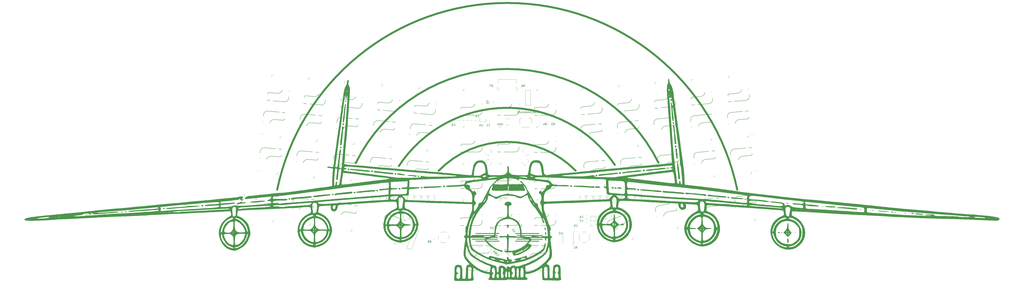
<source format=gbr>
%TF.GenerationSoftware,KiCad,Pcbnew,7.0.9*%
%TF.CreationDate,2024-01-06T21:29:47+01:00*%
%TF.ProjectId,rp2040_base,72703230-3430-45f6-9261-73652e6b6963,rev?*%
%TF.SameCoordinates,Original*%
%TF.FileFunction,Legend,Bot*%
%TF.FilePolarity,Positive*%
%FSLAX46Y46*%
G04 Gerber Fmt 4.6, Leading zero omitted, Abs format (unit mm)*
G04 Created by KiCad (PCBNEW 7.0.9) date 2024-01-06 21:29:47*
%MOMM*%
%LPD*%
G01*
G04 APERTURE LIST*
%ADD10C,1.000000*%
%ADD11C,0.400000*%
%ADD12C,0.500000*%
%ADD13C,0.100000*%
%ADD14C,0.150000*%
%ADD15C,0.120000*%
G04 APERTURE END LIST*
D10*
X268939997Y-103100001D02*
G75*
G03*
X31265695Y-103072521I-118839998J-24609998D01*
G01*
X228245610Y-89087688D02*
G75*
G03*
X71840002Y-89320000I-78145610J-38622312D01*
G01*
X205698665Y-90233137D02*
G75*
G03*
X94130002Y-90790001I-55598666J-37476863D01*
G01*
X185447314Y-93195687D02*
G75*
G03*
X114690001Y-93260001I-35347315J-34514313D01*
G01*
D11*
X144996268Y-126710000D02*
X131990000Y-126710000D01*
X145830000Y-125709431D02*
X133830000Y-125709431D01*
X154373158Y-129711707D02*
X166373158Y-129711707D01*
X144996268Y-128711138D02*
X131990000Y-128711138D01*
X154373158Y-125709431D02*
X166373158Y-125709431D01*
D12*
X144996268Y-127710569D02*
X128480000Y-127710569D01*
D11*
X145830000Y-129711707D02*
X133830000Y-129711707D01*
X155206890Y-126710000D02*
X168213158Y-126710000D01*
D12*
X155206890Y-127710569D02*
X171723158Y-127710569D01*
D11*
X155206890Y-128711138D02*
X168213158Y-128711138D01*
D13*
X150376617Y-103550000D02*
X150505189Y-103592857D01*
X150505189Y-103592857D02*
X150719474Y-103592857D01*
X150719474Y-103592857D02*
X150805189Y-103550000D01*
X150805189Y-103550000D02*
X150848046Y-103507142D01*
X150848046Y-103507142D02*
X150890903Y-103421428D01*
X150890903Y-103421428D02*
X150890903Y-103335714D01*
X150890903Y-103335714D02*
X150848046Y-103250000D01*
X150848046Y-103250000D02*
X150805189Y-103207142D01*
X150805189Y-103207142D02*
X150719474Y-103164285D01*
X150719474Y-103164285D02*
X150548046Y-103121428D01*
X150548046Y-103121428D02*
X150462331Y-103078571D01*
X150462331Y-103078571D02*
X150419474Y-103035714D01*
X150419474Y-103035714D02*
X150376617Y-102950000D01*
X150376617Y-102950000D02*
X150376617Y-102864285D01*
X150376617Y-102864285D02*
X150419474Y-102778571D01*
X150419474Y-102778571D02*
X150462331Y-102735714D01*
X150462331Y-102735714D02*
X150548046Y-102692857D01*
X150548046Y-102692857D02*
X150762331Y-102692857D01*
X150762331Y-102692857D02*
X150890903Y-102735714D01*
X151790903Y-103507142D02*
X151748046Y-103550000D01*
X151748046Y-103550000D02*
X151619474Y-103592857D01*
X151619474Y-103592857D02*
X151533760Y-103592857D01*
X151533760Y-103592857D02*
X151405189Y-103550000D01*
X151405189Y-103550000D02*
X151319474Y-103464285D01*
X151319474Y-103464285D02*
X151276617Y-103378571D01*
X151276617Y-103378571D02*
X151233760Y-103207142D01*
X151233760Y-103207142D02*
X151233760Y-103078571D01*
X151233760Y-103078571D02*
X151276617Y-102907142D01*
X151276617Y-102907142D02*
X151319474Y-102821428D01*
X151319474Y-102821428D02*
X151405189Y-102735714D01*
X151405189Y-102735714D02*
X151533760Y-102692857D01*
X151533760Y-102692857D02*
X151619474Y-102692857D01*
X151619474Y-102692857D02*
X151748046Y-102735714D01*
X151748046Y-102735714D02*
X151790903Y-102778571D01*
X152605189Y-103592857D02*
X152176617Y-103592857D01*
X152176617Y-103592857D02*
X152176617Y-102692857D01*
X145531503Y-106901314D02*
X145445789Y-106858457D01*
X145445789Y-106858457D02*
X145317217Y-106858457D01*
X145317217Y-106858457D02*
X145188646Y-106901314D01*
X145188646Y-106901314D02*
X145102931Y-106987028D01*
X145102931Y-106987028D02*
X145060074Y-107072742D01*
X145060074Y-107072742D02*
X145017217Y-107244171D01*
X145017217Y-107244171D02*
X145017217Y-107372742D01*
X145017217Y-107372742D02*
X145060074Y-107544171D01*
X145060074Y-107544171D02*
X145102931Y-107629885D01*
X145102931Y-107629885D02*
X145188646Y-107715600D01*
X145188646Y-107715600D02*
X145317217Y-107758457D01*
X145317217Y-107758457D02*
X145402931Y-107758457D01*
X145402931Y-107758457D02*
X145531503Y-107715600D01*
X145531503Y-107715600D02*
X145574360Y-107672742D01*
X145574360Y-107672742D02*
X145574360Y-107372742D01*
X145574360Y-107372742D02*
X145402931Y-107372742D01*
X145960074Y-107758457D02*
X145960074Y-106858457D01*
X145960074Y-106858457D02*
X146474360Y-107758457D01*
X146474360Y-107758457D02*
X146474360Y-106858457D01*
X146902931Y-107758457D02*
X146902931Y-106858457D01*
X146902931Y-106858457D02*
X147117217Y-106858457D01*
X147117217Y-106858457D02*
X147245788Y-106901314D01*
X147245788Y-106901314D02*
X147331503Y-106987028D01*
X147331503Y-106987028D02*
X147374360Y-107072742D01*
X147374360Y-107072742D02*
X147417217Y-107244171D01*
X147417217Y-107244171D02*
X147417217Y-107372742D01*
X147417217Y-107372742D02*
X147374360Y-107544171D01*
X147374360Y-107544171D02*
X147331503Y-107629885D01*
X147331503Y-107629885D02*
X147245788Y-107715600D01*
X147245788Y-107715600D02*
X147117217Y-107758457D01*
X147117217Y-107758457D02*
X146902931Y-107758457D01*
X147852503Y-106833057D02*
X148152503Y-107733057D01*
X148152503Y-107733057D02*
X148452503Y-106833057D01*
X148709646Y-107690200D02*
X148838218Y-107733057D01*
X148838218Y-107733057D02*
X149052503Y-107733057D01*
X149052503Y-107733057D02*
X149138218Y-107690200D01*
X149138218Y-107690200D02*
X149181075Y-107647342D01*
X149181075Y-107647342D02*
X149223932Y-107561628D01*
X149223932Y-107561628D02*
X149223932Y-107475914D01*
X149223932Y-107475914D02*
X149181075Y-107390200D01*
X149181075Y-107390200D02*
X149138218Y-107347342D01*
X149138218Y-107347342D02*
X149052503Y-107304485D01*
X149052503Y-107304485D02*
X148881075Y-107261628D01*
X148881075Y-107261628D02*
X148795360Y-107218771D01*
X148795360Y-107218771D02*
X148752503Y-107175914D01*
X148752503Y-107175914D02*
X148709646Y-107090200D01*
X148709646Y-107090200D02*
X148709646Y-107004485D01*
X148709646Y-107004485D02*
X148752503Y-106918771D01*
X148752503Y-106918771D02*
X148795360Y-106875914D01*
X148795360Y-106875914D02*
X148881075Y-106833057D01*
X148881075Y-106833057D02*
X149095360Y-106833057D01*
X149095360Y-106833057D02*
X149223932Y-106875914D01*
X149566789Y-107690200D02*
X149695361Y-107733057D01*
X149695361Y-107733057D02*
X149909646Y-107733057D01*
X149909646Y-107733057D02*
X149995361Y-107690200D01*
X149995361Y-107690200D02*
X150038218Y-107647342D01*
X150038218Y-107647342D02*
X150081075Y-107561628D01*
X150081075Y-107561628D02*
X150081075Y-107475914D01*
X150081075Y-107475914D02*
X150038218Y-107390200D01*
X150038218Y-107390200D02*
X149995361Y-107347342D01*
X149995361Y-107347342D02*
X149909646Y-107304485D01*
X149909646Y-107304485D02*
X149738218Y-107261628D01*
X149738218Y-107261628D02*
X149652503Y-107218771D01*
X149652503Y-107218771D02*
X149609646Y-107175914D01*
X149609646Y-107175914D02*
X149566789Y-107090200D01*
X149566789Y-107090200D02*
X149566789Y-107004485D01*
X149566789Y-107004485D02*
X149609646Y-106918771D01*
X149609646Y-106918771D02*
X149652503Y-106875914D01*
X149652503Y-106875914D02*
X149738218Y-106833057D01*
X149738218Y-106833057D02*
X149952503Y-106833057D01*
X149952503Y-106833057D02*
X150081075Y-106875914D01*
X152865817Y-103550000D02*
X152994389Y-103592857D01*
X152994389Y-103592857D02*
X153208674Y-103592857D01*
X153208674Y-103592857D02*
X153294389Y-103550000D01*
X153294389Y-103550000D02*
X153337246Y-103507142D01*
X153337246Y-103507142D02*
X153380103Y-103421428D01*
X153380103Y-103421428D02*
X153380103Y-103335714D01*
X153380103Y-103335714D02*
X153337246Y-103250000D01*
X153337246Y-103250000D02*
X153294389Y-103207142D01*
X153294389Y-103207142D02*
X153208674Y-103164285D01*
X153208674Y-103164285D02*
X153037246Y-103121428D01*
X153037246Y-103121428D02*
X152951531Y-103078571D01*
X152951531Y-103078571D02*
X152908674Y-103035714D01*
X152908674Y-103035714D02*
X152865817Y-102950000D01*
X152865817Y-102950000D02*
X152865817Y-102864285D01*
X152865817Y-102864285D02*
X152908674Y-102778571D01*
X152908674Y-102778571D02*
X152951531Y-102735714D01*
X152951531Y-102735714D02*
X153037246Y-102692857D01*
X153037246Y-102692857D02*
X153251531Y-102692857D01*
X153251531Y-102692857D02*
X153380103Y-102735714D01*
X153765817Y-103592857D02*
X153765817Y-102692857D01*
X153765817Y-102692857D02*
X153980103Y-102692857D01*
X153980103Y-102692857D02*
X154108674Y-102735714D01*
X154108674Y-102735714D02*
X154194389Y-102821428D01*
X154194389Y-102821428D02*
X154237246Y-102907142D01*
X154237246Y-102907142D02*
X154280103Y-103078571D01*
X154280103Y-103078571D02*
X154280103Y-103207142D01*
X154280103Y-103207142D02*
X154237246Y-103378571D01*
X154237246Y-103378571D02*
X154194389Y-103464285D01*
X154194389Y-103464285D02*
X154108674Y-103550000D01*
X154108674Y-103550000D02*
X153980103Y-103592857D01*
X153980103Y-103592857D02*
X153765817Y-103592857D01*
X154622960Y-103335714D02*
X155051532Y-103335714D01*
X154537246Y-103592857D02*
X154837246Y-102692857D01*
X154837246Y-102692857D02*
X155137246Y-103592857D01*
D14*
X188558466Y-117580580D02*
X188606085Y-117628200D01*
X188606085Y-117628200D02*
X188748942Y-117675819D01*
X188748942Y-117675819D02*
X188844180Y-117675819D01*
X188844180Y-117675819D02*
X188987037Y-117628200D01*
X188987037Y-117628200D02*
X189082275Y-117532961D01*
X189082275Y-117532961D02*
X189129894Y-117437723D01*
X189129894Y-117437723D02*
X189177513Y-117247247D01*
X189177513Y-117247247D02*
X189177513Y-117104390D01*
X189177513Y-117104390D02*
X189129894Y-116913914D01*
X189129894Y-116913914D02*
X189082275Y-116818676D01*
X189082275Y-116818676D02*
X188987037Y-116723438D01*
X188987037Y-116723438D02*
X188844180Y-116675819D01*
X188844180Y-116675819D02*
X188748942Y-116675819D01*
X188748942Y-116675819D02*
X188606085Y-116723438D01*
X188606085Y-116723438D02*
X188558466Y-116771057D01*
X187701323Y-116675819D02*
X187891799Y-116675819D01*
X187891799Y-116675819D02*
X187987037Y-116723438D01*
X187987037Y-116723438D02*
X188034656Y-116771057D01*
X188034656Y-116771057D02*
X188129894Y-116913914D01*
X188129894Y-116913914D02*
X188177513Y-117104390D01*
X188177513Y-117104390D02*
X188177513Y-117485342D01*
X188177513Y-117485342D02*
X188129894Y-117580580D01*
X188129894Y-117580580D02*
X188082275Y-117628200D01*
X188082275Y-117628200D02*
X187987037Y-117675819D01*
X187987037Y-117675819D02*
X187796561Y-117675819D01*
X187796561Y-117675819D02*
X187701323Y-117628200D01*
X187701323Y-117628200D02*
X187653704Y-117580580D01*
X187653704Y-117580580D02*
X187606085Y-117485342D01*
X187606085Y-117485342D02*
X187606085Y-117247247D01*
X187606085Y-117247247D02*
X187653704Y-117152009D01*
X187653704Y-117152009D02*
X187701323Y-117104390D01*
X187701323Y-117104390D02*
X187796561Y-117056771D01*
X187796561Y-117056771D02*
X187987037Y-117056771D01*
X187987037Y-117056771D02*
X188082275Y-117104390D01*
X188082275Y-117104390D02*
X188129894Y-117152009D01*
X188129894Y-117152009D02*
X188177513Y-117247247D01*
X110166666Y-130454819D02*
X110499999Y-129978628D01*
X110738094Y-130454819D02*
X110738094Y-129454819D01*
X110738094Y-129454819D02*
X110357142Y-129454819D01*
X110357142Y-129454819D02*
X110261904Y-129502438D01*
X110261904Y-129502438D02*
X110214285Y-129550057D01*
X110214285Y-129550057D02*
X110166666Y-129645295D01*
X110166666Y-129645295D02*
X110166666Y-129788152D01*
X110166666Y-129788152D02*
X110214285Y-129883390D01*
X110214285Y-129883390D02*
X110261904Y-129931009D01*
X110261904Y-129931009D02*
X110357142Y-129978628D01*
X110357142Y-129978628D02*
X110738094Y-129978628D01*
X109595237Y-129883390D02*
X109690475Y-129835771D01*
X109690475Y-129835771D02*
X109738094Y-129788152D01*
X109738094Y-129788152D02*
X109785713Y-129692914D01*
X109785713Y-129692914D02*
X109785713Y-129645295D01*
X109785713Y-129645295D02*
X109738094Y-129550057D01*
X109738094Y-129550057D02*
X109690475Y-129502438D01*
X109690475Y-129502438D02*
X109595237Y-129454819D01*
X109595237Y-129454819D02*
X109404761Y-129454819D01*
X109404761Y-129454819D02*
X109309523Y-129502438D01*
X109309523Y-129502438D02*
X109261904Y-129550057D01*
X109261904Y-129550057D02*
X109214285Y-129645295D01*
X109214285Y-129645295D02*
X109214285Y-129692914D01*
X109214285Y-129692914D02*
X109261904Y-129788152D01*
X109261904Y-129788152D02*
X109309523Y-129835771D01*
X109309523Y-129835771D02*
X109404761Y-129883390D01*
X109404761Y-129883390D02*
X109595237Y-129883390D01*
X109595237Y-129883390D02*
X109690475Y-129931009D01*
X109690475Y-129931009D02*
X109738094Y-129978628D01*
X109738094Y-129978628D02*
X109785713Y-130073866D01*
X109785713Y-130073866D02*
X109785713Y-130264342D01*
X109785713Y-130264342D02*
X109738094Y-130359580D01*
X109738094Y-130359580D02*
X109690475Y-130407200D01*
X109690475Y-130407200D02*
X109595237Y-130454819D01*
X109595237Y-130454819D02*
X109404761Y-130454819D01*
X109404761Y-130454819D02*
X109309523Y-130407200D01*
X109309523Y-130407200D02*
X109261904Y-130359580D01*
X109261904Y-130359580D02*
X109214285Y-130264342D01*
X109214285Y-130264342D02*
X109214285Y-130073866D01*
X109214285Y-130073866D02*
X109261904Y-129978628D01*
X109261904Y-129978628D02*
X109309523Y-129931009D01*
X109309523Y-129931009D02*
X109404761Y-129883390D01*
X122569266Y-69955580D02*
X122616885Y-70003200D01*
X122616885Y-70003200D02*
X122759742Y-70050819D01*
X122759742Y-70050819D02*
X122854980Y-70050819D01*
X122854980Y-70050819D02*
X122997837Y-70003200D01*
X122997837Y-70003200D02*
X123093075Y-69907961D01*
X123093075Y-69907961D02*
X123140694Y-69812723D01*
X123140694Y-69812723D02*
X123188313Y-69622247D01*
X123188313Y-69622247D02*
X123188313Y-69479390D01*
X123188313Y-69479390D02*
X123140694Y-69288914D01*
X123140694Y-69288914D02*
X123093075Y-69193676D01*
X123093075Y-69193676D02*
X122997837Y-69098438D01*
X122997837Y-69098438D02*
X122854980Y-69050819D01*
X122854980Y-69050819D02*
X122759742Y-69050819D01*
X122759742Y-69050819D02*
X122616885Y-69098438D01*
X122616885Y-69098438D02*
X122569266Y-69146057D01*
X122093075Y-70050819D02*
X121902599Y-70050819D01*
X121902599Y-70050819D02*
X121807361Y-70003200D01*
X121807361Y-70003200D02*
X121759742Y-69955580D01*
X121759742Y-69955580D02*
X121664504Y-69812723D01*
X121664504Y-69812723D02*
X121616885Y-69622247D01*
X121616885Y-69622247D02*
X121616885Y-69241295D01*
X121616885Y-69241295D02*
X121664504Y-69146057D01*
X121664504Y-69146057D02*
X121712123Y-69098438D01*
X121712123Y-69098438D02*
X121807361Y-69050819D01*
X121807361Y-69050819D02*
X121997837Y-69050819D01*
X121997837Y-69050819D02*
X122093075Y-69098438D01*
X122093075Y-69098438D02*
X122140694Y-69146057D01*
X122140694Y-69146057D02*
X122188313Y-69241295D01*
X122188313Y-69241295D02*
X122188313Y-69479390D01*
X122188313Y-69479390D02*
X122140694Y-69574628D01*
X122140694Y-69574628D02*
X122093075Y-69622247D01*
X122093075Y-69622247D02*
X121997837Y-69669866D01*
X121997837Y-69669866D02*
X121807361Y-69669866D01*
X121807361Y-69669866D02*
X121712123Y-69622247D01*
X121712123Y-69622247D02*
X121664504Y-69574628D01*
X121664504Y-69574628D02*
X121616885Y-69479390D01*
X147719894Y-68568219D02*
X147719894Y-69377742D01*
X147719894Y-69377742D02*
X147672275Y-69472980D01*
X147672275Y-69472980D02*
X147624656Y-69520600D01*
X147624656Y-69520600D02*
X147529418Y-69568219D01*
X147529418Y-69568219D02*
X147338942Y-69568219D01*
X147338942Y-69568219D02*
X147243704Y-69520600D01*
X147243704Y-69520600D02*
X147196085Y-69472980D01*
X147196085Y-69472980D02*
X147148466Y-69377742D01*
X147148466Y-69377742D02*
X147148466Y-68568219D01*
X146243704Y-68901552D02*
X146243704Y-69568219D01*
X146481799Y-68520600D02*
X146719894Y-69234885D01*
X146719894Y-69234885D02*
X146100847Y-69234885D01*
X145291323Y-68901552D02*
X145291323Y-69568219D01*
X145529418Y-68520600D02*
X145767513Y-69234885D01*
X145767513Y-69234885D02*
X145148466Y-69234885D01*
X188558466Y-119587180D02*
X188606085Y-119634800D01*
X188606085Y-119634800D02*
X188748942Y-119682419D01*
X188748942Y-119682419D02*
X188844180Y-119682419D01*
X188844180Y-119682419D02*
X188987037Y-119634800D01*
X188987037Y-119634800D02*
X189082275Y-119539561D01*
X189082275Y-119539561D02*
X189129894Y-119444323D01*
X189129894Y-119444323D02*
X189177513Y-119253847D01*
X189177513Y-119253847D02*
X189177513Y-119110990D01*
X189177513Y-119110990D02*
X189129894Y-118920514D01*
X189129894Y-118920514D02*
X189082275Y-118825276D01*
X189082275Y-118825276D02*
X188987037Y-118730038D01*
X188987037Y-118730038D02*
X188844180Y-118682419D01*
X188844180Y-118682419D02*
X188748942Y-118682419D01*
X188748942Y-118682419D02*
X188606085Y-118730038D01*
X188606085Y-118730038D02*
X188558466Y-118777657D01*
X188225132Y-118682419D02*
X187558466Y-118682419D01*
X187558466Y-118682419D02*
X187987037Y-119682419D01*
X149957828Y-134992405D02*
X149621110Y-135329123D01*
X150563919Y-134857718D02*
X149957828Y-134992405D01*
X149957828Y-134992405D02*
X150092515Y-134386314D01*
X149722126Y-134015924D02*
X149654782Y-133948581D01*
X149654782Y-133948581D02*
X149553767Y-133914909D01*
X149553767Y-133914909D02*
X149486423Y-133914909D01*
X149486423Y-133914909D02*
X149385408Y-133948581D01*
X149385408Y-133948581D02*
X149217049Y-134049596D01*
X149217049Y-134049596D02*
X149048691Y-134217955D01*
X149048691Y-134217955D02*
X148947675Y-134386314D01*
X148947675Y-134386314D02*
X148914004Y-134487329D01*
X148914004Y-134487329D02*
X148914004Y-134554672D01*
X148914004Y-134554672D02*
X148947675Y-134655688D01*
X148947675Y-134655688D02*
X149015019Y-134723031D01*
X149015019Y-134723031D02*
X149116034Y-134756703D01*
X149116034Y-134756703D02*
X149183378Y-134756703D01*
X149183378Y-134756703D02*
X149284393Y-134723031D01*
X149284393Y-134723031D02*
X149452752Y-134622016D01*
X149452752Y-134622016D02*
X149621110Y-134453657D01*
X149621110Y-134453657D02*
X149722126Y-134285298D01*
X149722126Y-134285298D02*
X149755797Y-134184283D01*
X149755797Y-134184283D02*
X149755797Y-134116940D01*
X149755797Y-134116940D02*
X149722126Y-134015924D01*
X185662866Y-122152580D02*
X185710485Y-122200200D01*
X185710485Y-122200200D02*
X185853342Y-122247819D01*
X185853342Y-122247819D02*
X185948580Y-122247819D01*
X185948580Y-122247819D02*
X186091437Y-122200200D01*
X186091437Y-122200200D02*
X186186675Y-122104961D01*
X186186675Y-122104961D02*
X186234294Y-122009723D01*
X186234294Y-122009723D02*
X186281913Y-121819247D01*
X186281913Y-121819247D02*
X186281913Y-121676390D01*
X186281913Y-121676390D02*
X186234294Y-121485914D01*
X186234294Y-121485914D02*
X186186675Y-121390676D01*
X186186675Y-121390676D02*
X186091437Y-121295438D01*
X186091437Y-121295438D02*
X185948580Y-121247819D01*
X185948580Y-121247819D02*
X185853342Y-121247819D01*
X185853342Y-121247819D02*
X185710485Y-121295438D01*
X185710485Y-121295438D02*
X185662866Y-121343057D01*
X184758104Y-121247819D02*
X185234294Y-121247819D01*
X185234294Y-121247819D02*
X185281913Y-121724009D01*
X185281913Y-121724009D02*
X185234294Y-121676390D01*
X185234294Y-121676390D02*
X185139056Y-121628771D01*
X185139056Y-121628771D02*
X184900961Y-121628771D01*
X184900961Y-121628771D02*
X184805723Y-121676390D01*
X184805723Y-121676390D02*
X184758104Y-121724009D01*
X184758104Y-121724009D02*
X184710485Y-121819247D01*
X184710485Y-121819247D02*
X184710485Y-122057342D01*
X184710485Y-122057342D02*
X184758104Y-122152580D01*
X184758104Y-122152580D02*
X184805723Y-122200200D01*
X184805723Y-122200200D02*
X184900961Y-122247819D01*
X184900961Y-122247819D02*
X185139056Y-122247819D01*
X185139056Y-122247819D02*
X185234294Y-122200200D01*
X185234294Y-122200200D02*
X185281913Y-122152580D01*
X149266389Y-141621512D02*
X149266389Y-141688856D01*
X149266389Y-141688856D02*
X149333733Y-141823543D01*
X149333733Y-141823543D02*
X149401076Y-141890886D01*
X149401076Y-141890886D02*
X149535763Y-141958230D01*
X149535763Y-141958230D02*
X149670450Y-141958230D01*
X149670450Y-141958230D02*
X149771465Y-141924558D01*
X149771465Y-141924558D02*
X149939824Y-141823543D01*
X149939824Y-141823543D02*
X150040839Y-141722528D01*
X150040839Y-141722528D02*
X150141855Y-141554169D01*
X150141855Y-141554169D02*
X150175526Y-141453154D01*
X150175526Y-141453154D02*
X150175526Y-141318467D01*
X150175526Y-141318467D02*
X150108183Y-141183780D01*
X150108183Y-141183780D02*
X150040839Y-141116436D01*
X150040839Y-141116436D02*
X149906152Y-141049093D01*
X149906152Y-141049093D02*
X149838809Y-141049093D01*
X149569435Y-140779719D02*
X149569435Y-140712375D01*
X149569435Y-140712375D02*
X149535763Y-140611360D01*
X149535763Y-140611360D02*
X149367404Y-140443001D01*
X149367404Y-140443001D02*
X149266389Y-140409329D01*
X149266389Y-140409329D02*
X149199046Y-140409329D01*
X149199046Y-140409329D02*
X149098030Y-140443001D01*
X149098030Y-140443001D02*
X149030687Y-140510345D01*
X149030687Y-140510345D02*
X148963343Y-140645032D01*
X148963343Y-140645032D02*
X148963343Y-141453154D01*
X148963343Y-141453154D02*
X148525611Y-141015421D01*
X169769866Y-69582419D02*
X170103199Y-69106228D01*
X170341294Y-69582419D02*
X170341294Y-68582419D01*
X170341294Y-68582419D02*
X169960342Y-68582419D01*
X169960342Y-68582419D02*
X169865104Y-68630038D01*
X169865104Y-68630038D02*
X169817485Y-68677657D01*
X169817485Y-68677657D02*
X169769866Y-68772895D01*
X169769866Y-68772895D02*
X169769866Y-68915752D01*
X169769866Y-68915752D02*
X169817485Y-69010990D01*
X169817485Y-69010990D02*
X169865104Y-69058609D01*
X169865104Y-69058609D02*
X169960342Y-69106228D01*
X169960342Y-69106228D02*
X170341294Y-69106228D01*
X168912723Y-68915752D02*
X168912723Y-69582419D01*
X169150818Y-68534800D02*
X169388913Y-69249085D01*
X169388913Y-69249085D02*
X168769866Y-69249085D01*
X166157143Y-62314819D02*
X166157143Y-63124342D01*
X166157143Y-63124342D02*
X166109524Y-63219580D01*
X166109524Y-63219580D02*
X166061905Y-63267200D01*
X166061905Y-63267200D02*
X165966667Y-63314819D01*
X165966667Y-63314819D02*
X165776191Y-63314819D01*
X165776191Y-63314819D02*
X165680953Y-63267200D01*
X165680953Y-63267200D02*
X165633334Y-63219580D01*
X165633334Y-63219580D02*
X165585715Y-63124342D01*
X165585715Y-63124342D02*
X165585715Y-62314819D01*
X165157143Y-63267200D02*
X165014286Y-63314819D01*
X165014286Y-63314819D02*
X164776191Y-63314819D01*
X164776191Y-63314819D02*
X164680953Y-63267200D01*
X164680953Y-63267200D02*
X164633334Y-63219580D01*
X164633334Y-63219580D02*
X164585715Y-63124342D01*
X164585715Y-63124342D02*
X164585715Y-63029104D01*
X164585715Y-63029104D02*
X164633334Y-62933866D01*
X164633334Y-62933866D02*
X164680953Y-62886247D01*
X164680953Y-62886247D02*
X164776191Y-62838628D01*
X164776191Y-62838628D02*
X164966667Y-62791009D01*
X164966667Y-62791009D02*
X165061905Y-62743390D01*
X165061905Y-62743390D02*
X165109524Y-62695771D01*
X165109524Y-62695771D02*
X165157143Y-62600533D01*
X165157143Y-62600533D02*
X165157143Y-62505295D01*
X165157143Y-62505295D02*
X165109524Y-62410057D01*
X165109524Y-62410057D02*
X165061905Y-62362438D01*
X165061905Y-62362438D02*
X164966667Y-62314819D01*
X164966667Y-62314819D02*
X164728572Y-62314819D01*
X164728572Y-62314819D02*
X164585715Y-62362438D01*
X163823810Y-62791009D02*
X163680953Y-62838628D01*
X163680953Y-62838628D02*
X163633334Y-62886247D01*
X163633334Y-62886247D02*
X163585715Y-62981485D01*
X163585715Y-62981485D02*
X163585715Y-63124342D01*
X163585715Y-63124342D02*
X163633334Y-63219580D01*
X163633334Y-63219580D02*
X163680953Y-63267200D01*
X163680953Y-63267200D02*
X163776191Y-63314819D01*
X163776191Y-63314819D02*
X164157143Y-63314819D01*
X164157143Y-63314819D02*
X164157143Y-62314819D01*
X164157143Y-62314819D02*
X163823810Y-62314819D01*
X163823810Y-62314819D02*
X163728572Y-62362438D01*
X163728572Y-62362438D02*
X163680953Y-62410057D01*
X163680953Y-62410057D02*
X163633334Y-62505295D01*
X163633334Y-62505295D02*
X163633334Y-62600533D01*
X163633334Y-62600533D02*
X163680953Y-62695771D01*
X163680953Y-62695771D02*
X163728572Y-62743390D01*
X163728572Y-62743390D02*
X163823810Y-62791009D01*
X163823810Y-62791009D02*
X164157143Y-62791009D01*
X163395239Y-63410057D02*
X162633334Y-63410057D01*
X162395238Y-63314819D02*
X162395238Y-62314819D01*
X162395238Y-62695771D02*
X162300000Y-62648152D01*
X162300000Y-62648152D02*
X162109524Y-62648152D01*
X162109524Y-62648152D02*
X162014286Y-62695771D01*
X162014286Y-62695771D02*
X161966667Y-62743390D01*
X161966667Y-62743390D02*
X161919048Y-62838628D01*
X161919048Y-62838628D02*
X161919048Y-63124342D01*
X161919048Y-63124342D02*
X161966667Y-63219580D01*
X161966667Y-63219580D02*
X162014286Y-63267200D01*
X162014286Y-63267200D02*
X162109524Y-63314819D01*
X162109524Y-63314819D02*
X162300000Y-63314819D01*
X162300000Y-63314819D02*
X162395238Y-63267200D01*
X161490476Y-63314819D02*
X161490476Y-62648152D01*
X161490476Y-62838628D02*
X161442857Y-62743390D01*
X161442857Y-62743390D02*
X161395238Y-62695771D01*
X161395238Y-62695771D02*
X161300000Y-62648152D01*
X161300000Y-62648152D02*
X161204762Y-62648152D01*
X160490476Y-63267200D02*
X160585714Y-63314819D01*
X160585714Y-63314819D02*
X160776190Y-63314819D01*
X160776190Y-63314819D02*
X160871428Y-63267200D01*
X160871428Y-63267200D02*
X160919047Y-63171961D01*
X160919047Y-63171961D02*
X160919047Y-62791009D01*
X160919047Y-62791009D02*
X160871428Y-62695771D01*
X160871428Y-62695771D02*
X160776190Y-62648152D01*
X160776190Y-62648152D02*
X160585714Y-62648152D01*
X160585714Y-62648152D02*
X160490476Y-62695771D01*
X160490476Y-62695771D02*
X160442857Y-62791009D01*
X160442857Y-62791009D02*
X160442857Y-62886247D01*
X160442857Y-62886247D02*
X160919047Y-62981485D01*
X159585714Y-63314819D02*
X159585714Y-62791009D01*
X159585714Y-62791009D02*
X159633333Y-62695771D01*
X159633333Y-62695771D02*
X159728571Y-62648152D01*
X159728571Y-62648152D02*
X159919047Y-62648152D01*
X159919047Y-62648152D02*
X160014285Y-62695771D01*
X159585714Y-63267200D02*
X159680952Y-63314819D01*
X159680952Y-63314819D02*
X159919047Y-63314819D01*
X159919047Y-63314819D02*
X160014285Y-63267200D01*
X160014285Y-63267200D02*
X160061904Y-63171961D01*
X160061904Y-63171961D02*
X160061904Y-63076723D01*
X160061904Y-63076723D02*
X160014285Y-62981485D01*
X160014285Y-62981485D02*
X159919047Y-62933866D01*
X159919047Y-62933866D02*
X159680952Y-62933866D01*
X159680952Y-62933866D02*
X159585714Y-62886247D01*
X159109523Y-63314819D02*
X159109523Y-62314819D01*
X159014285Y-62933866D02*
X158728571Y-63314819D01*
X158728571Y-62648152D02*
X159109523Y-63029104D01*
X158157142Y-63314819D02*
X158252380Y-63267200D01*
X158252380Y-63267200D02*
X158299999Y-63219580D01*
X158299999Y-63219580D02*
X158347618Y-63124342D01*
X158347618Y-63124342D02*
X158347618Y-62838628D01*
X158347618Y-62838628D02*
X158299999Y-62743390D01*
X158299999Y-62743390D02*
X158252380Y-62695771D01*
X158252380Y-62695771D02*
X158157142Y-62648152D01*
X158157142Y-62648152D02*
X158014285Y-62648152D01*
X158014285Y-62648152D02*
X157919047Y-62695771D01*
X157919047Y-62695771D02*
X157871428Y-62743390D01*
X157871428Y-62743390D02*
X157823809Y-62838628D01*
X157823809Y-62838628D02*
X157823809Y-63124342D01*
X157823809Y-63124342D02*
X157871428Y-63219580D01*
X157871428Y-63219580D02*
X157919047Y-63267200D01*
X157919047Y-63267200D02*
X158014285Y-63314819D01*
X158014285Y-63314819D02*
X158157142Y-63314819D01*
X156966666Y-62648152D02*
X156966666Y-63314819D01*
X157395237Y-62648152D02*
X157395237Y-63171961D01*
X157395237Y-63171961D02*
X157347618Y-63267200D01*
X157347618Y-63267200D02*
X157252380Y-63314819D01*
X157252380Y-63314819D02*
X157109523Y-63314819D01*
X157109523Y-63314819D02*
X157014285Y-63267200D01*
X157014285Y-63267200D02*
X156966666Y-63219580D01*
X156633332Y-62648152D02*
X156252380Y-62648152D01*
X156490475Y-62314819D02*
X156490475Y-63171961D01*
X156490475Y-63171961D02*
X156442856Y-63267200D01*
X156442856Y-63267200D02*
X156347618Y-63314819D01*
X156347618Y-63314819D02*
X156252380Y-63314819D01*
X155395237Y-63314819D02*
X155966665Y-63314819D01*
X155680951Y-63314819D02*
X155680951Y-62314819D01*
X155680951Y-62314819D02*
X155776189Y-62457676D01*
X155776189Y-62457676D02*
X155871427Y-62552914D01*
X155871427Y-62552914D02*
X155966665Y-62600533D01*
X154434083Y-124455560D02*
X153861663Y-125027980D01*
X153861663Y-125027980D02*
X153760648Y-125061652D01*
X153760648Y-125061652D02*
X153693304Y-125061652D01*
X153693304Y-125061652D02*
X153592289Y-125027980D01*
X153592289Y-125027980D02*
X153457602Y-124893293D01*
X153457602Y-124893293D02*
X153423930Y-124792278D01*
X153423930Y-124792278D02*
X153423930Y-124724934D01*
X153423930Y-124724934D02*
X153457602Y-124623919D01*
X153457602Y-124623919D02*
X154030022Y-124051499D01*
X153760648Y-123782125D02*
X153322915Y-123344393D01*
X153322915Y-123344393D02*
X153289243Y-123849469D01*
X153289243Y-123849469D02*
X153188228Y-123748454D01*
X153188228Y-123748454D02*
X153087213Y-123714782D01*
X153087213Y-123714782D02*
X153019869Y-123714782D01*
X153019869Y-123714782D02*
X152918854Y-123748454D01*
X152918854Y-123748454D02*
X152750495Y-123916812D01*
X152750495Y-123916812D02*
X152716823Y-124017828D01*
X152716823Y-124017828D02*
X152716823Y-124085171D01*
X152716823Y-124085171D02*
X152750495Y-124186186D01*
X152750495Y-124186186D02*
X152952526Y-124388217D01*
X152952526Y-124388217D02*
X153053541Y-124421889D01*
X153053541Y-124421889D02*
X153120884Y-124421889D01*
X142000266Y-49730819D02*
X142333599Y-49254628D01*
X142571694Y-49730819D02*
X142571694Y-48730819D01*
X142571694Y-48730819D02*
X142190742Y-48730819D01*
X142190742Y-48730819D02*
X142095504Y-48778438D01*
X142095504Y-48778438D02*
X142047885Y-48826057D01*
X142047885Y-48826057D02*
X142000266Y-48921295D01*
X142000266Y-48921295D02*
X142000266Y-49064152D01*
X142000266Y-49064152D02*
X142047885Y-49159390D01*
X142047885Y-49159390D02*
X142095504Y-49207009D01*
X142095504Y-49207009D02*
X142190742Y-49254628D01*
X142190742Y-49254628D02*
X142571694Y-49254628D01*
X141666932Y-48730819D02*
X141000266Y-48730819D01*
X141000266Y-48730819D02*
X141428837Y-49730819D01*
X143340057Y-123219380D02*
X143387676Y-123267000D01*
X143387676Y-123267000D02*
X143530533Y-123314619D01*
X143530533Y-123314619D02*
X143625771Y-123314619D01*
X143625771Y-123314619D02*
X143768628Y-123267000D01*
X143768628Y-123267000D02*
X143863866Y-123171761D01*
X143863866Y-123171761D02*
X143911485Y-123076523D01*
X143911485Y-123076523D02*
X143959104Y-122886047D01*
X143959104Y-122886047D02*
X143959104Y-122743190D01*
X143959104Y-122743190D02*
X143911485Y-122552714D01*
X143911485Y-122552714D02*
X143863866Y-122457476D01*
X143863866Y-122457476D02*
X143768628Y-122362238D01*
X143768628Y-122362238D02*
X143625771Y-122314619D01*
X143625771Y-122314619D02*
X143530533Y-122314619D01*
X143530533Y-122314619D02*
X143387676Y-122362238D01*
X143387676Y-122362238D02*
X143340057Y-122409857D01*
X142387676Y-123314619D02*
X142959104Y-123314619D01*
X142673390Y-123314619D02*
X142673390Y-122314619D01*
X142673390Y-122314619D02*
X142768628Y-122457476D01*
X142768628Y-122457476D02*
X142863866Y-122552714D01*
X142863866Y-122552714D02*
X142959104Y-122600333D01*
X141768628Y-122314619D02*
X141673390Y-122314619D01*
X141673390Y-122314619D02*
X141578152Y-122362238D01*
X141578152Y-122362238D02*
X141530533Y-122409857D01*
X141530533Y-122409857D02*
X141482914Y-122505095D01*
X141482914Y-122505095D02*
X141435295Y-122695571D01*
X141435295Y-122695571D02*
X141435295Y-122933666D01*
X141435295Y-122933666D02*
X141482914Y-123124142D01*
X141482914Y-123124142D02*
X141530533Y-123219380D01*
X141530533Y-123219380D02*
X141578152Y-123267000D01*
X141578152Y-123267000D02*
X141673390Y-123314619D01*
X141673390Y-123314619D02*
X141768628Y-123314619D01*
X141768628Y-123314619D02*
X141863866Y-123267000D01*
X141863866Y-123267000D02*
X141911485Y-123219380D01*
X141911485Y-123219380D02*
X141959104Y-123124142D01*
X141959104Y-123124142D02*
X142006723Y-122933666D01*
X142006723Y-122933666D02*
X142006723Y-122695571D01*
X142006723Y-122695571D02*
X141959104Y-122505095D01*
X141959104Y-122505095D02*
X141911485Y-122409857D01*
X141911485Y-122409857D02*
X141863866Y-122362238D01*
X141863866Y-122362238D02*
X141768628Y-122314619D01*
X140425466Y-69980980D02*
X140473085Y-70028600D01*
X140473085Y-70028600D02*
X140615942Y-70076219D01*
X140615942Y-70076219D02*
X140711180Y-70076219D01*
X140711180Y-70076219D02*
X140854037Y-70028600D01*
X140854037Y-70028600D02*
X140949275Y-69933361D01*
X140949275Y-69933361D02*
X140996894Y-69838123D01*
X140996894Y-69838123D02*
X141044513Y-69647647D01*
X141044513Y-69647647D02*
X141044513Y-69504790D01*
X141044513Y-69504790D02*
X140996894Y-69314314D01*
X140996894Y-69314314D02*
X140949275Y-69219076D01*
X140949275Y-69219076D02*
X140854037Y-69123838D01*
X140854037Y-69123838D02*
X140711180Y-69076219D01*
X140711180Y-69076219D02*
X140615942Y-69076219D01*
X140615942Y-69076219D02*
X140473085Y-69123838D01*
X140473085Y-69123838D02*
X140425466Y-69171457D01*
X139473085Y-70076219D02*
X140044513Y-70076219D01*
X139758799Y-70076219D02*
X139758799Y-69076219D01*
X139758799Y-69076219D02*
X139854037Y-69219076D01*
X139854037Y-69219076D02*
X139949275Y-69314314D01*
X139949275Y-69314314D02*
X140044513Y-69361933D01*
X158484866Y-49730819D02*
X158818199Y-49254628D01*
X159056294Y-49730819D02*
X159056294Y-48730819D01*
X159056294Y-48730819D02*
X158675342Y-48730819D01*
X158675342Y-48730819D02*
X158580104Y-48778438D01*
X158580104Y-48778438D02*
X158532485Y-48826057D01*
X158532485Y-48826057D02*
X158484866Y-48921295D01*
X158484866Y-48921295D02*
X158484866Y-49064152D01*
X158484866Y-49064152D02*
X158532485Y-49159390D01*
X158532485Y-49159390D02*
X158580104Y-49207009D01*
X158580104Y-49207009D02*
X158675342Y-49254628D01*
X158675342Y-49254628D02*
X159056294Y-49254628D01*
X157627723Y-48730819D02*
X157818199Y-48730819D01*
X157818199Y-48730819D02*
X157913437Y-48778438D01*
X157913437Y-48778438D02*
X157961056Y-48826057D01*
X157961056Y-48826057D02*
X158056294Y-48968914D01*
X158056294Y-48968914D02*
X158103913Y-49159390D01*
X158103913Y-49159390D02*
X158103913Y-49540342D01*
X158103913Y-49540342D02*
X158056294Y-49635580D01*
X158056294Y-49635580D02*
X158008675Y-49683200D01*
X158008675Y-49683200D02*
X157913437Y-49730819D01*
X157913437Y-49730819D02*
X157722961Y-49730819D01*
X157722961Y-49730819D02*
X157627723Y-49683200D01*
X157627723Y-49683200D02*
X157580104Y-49635580D01*
X157580104Y-49635580D02*
X157532485Y-49540342D01*
X157532485Y-49540342D02*
X157532485Y-49302247D01*
X157532485Y-49302247D02*
X157580104Y-49207009D01*
X157580104Y-49207009D02*
X157627723Y-49159390D01*
X157627723Y-49159390D02*
X157722961Y-49111771D01*
X157722961Y-49111771D02*
X157913437Y-49111771D01*
X157913437Y-49111771D02*
X158008675Y-49159390D01*
X158008675Y-49159390D02*
X158056294Y-49207009D01*
X158056294Y-49207009D02*
X158103913Y-49302247D01*
X185637466Y-133474619D02*
X185970799Y-132998428D01*
X186208894Y-133474619D02*
X186208894Y-132474619D01*
X186208894Y-132474619D02*
X185827942Y-132474619D01*
X185827942Y-132474619D02*
X185732704Y-132522238D01*
X185732704Y-132522238D02*
X185685085Y-132569857D01*
X185685085Y-132569857D02*
X185637466Y-132665095D01*
X185637466Y-132665095D02*
X185637466Y-132807952D01*
X185637466Y-132807952D02*
X185685085Y-132903190D01*
X185685085Y-132903190D02*
X185732704Y-132950809D01*
X185732704Y-132950809D02*
X185827942Y-132998428D01*
X185827942Y-132998428D02*
X186208894Y-132998428D01*
X184685085Y-133474619D02*
X185256513Y-133474619D01*
X184970799Y-133474619D02*
X184970799Y-132474619D01*
X184970799Y-132474619D02*
X185066037Y-132617476D01*
X185066037Y-132617476D02*
X185161275Y-132712714D01*
X185161275Y-132712714D02*
X185256513Y-132760333D01*
X173986266Y-69555819D02*
X174319599Y-69079628D01*
X174557694Y-69555819D02*
X174557694Y-68555819D01*
X174557694Y-68555819D02*
X174176742Y-68555819D01*
X174176742Y-68555819D02*
X174081504Y-68603438D01*
X174081504Y-68603438D02*
X174033885Y-68651057D01*
X174033885Y-68651057D02*
X173986266Y-68746295D01*
X173986266Y-68746295D02*
X173986266Y-68889152D01*
X173986266Y-68889152D02*
X174033885Y-68984390D01*
X174033885Y-68984390D02*
X174081504Y-69032009D01*
X174081504Y-69032009D02*
X174176742Y-69079628D01*
X174176742Y-69079628D02*
X174557694Y-69079628D01*
X173652932Y-68555819D02*
X173033885Y-68555819D01*
X173033885Y-68555819D02*
X173367218Y-68936771D01*
X173367218Y-68936771D02*
X173224361Y-68936771D01*
X173224361Y-68936771D02*
X173129123Y-68984390D01*
X173129123Y-68984390D02*
X173081504Y-69032009D01*
X173081504Y-69032009D02*
X173033885Y-69127247D01*
X173033885Y-69127247D02*
X173033885Y-69365342D01*
X173033885Y-69365342D02*
X173081504Y-69460580D01*
X173081504Y-69460580D02*
X173129123Y-69508200D01*
X173129123Y-69508200D02*
X173224361Y-69555819D01*
X173224361Y-69555819D02*
X173510075Y-69555819D01*
X173510075Y-69555819D02*
X173605313Y-69508200D01*
X173605313Y-69508200D02*
X173652932Y-69460580D01*
X178460304Y-125032419D02*
X178460304Y-125841942D01*
X178460304Y-125841942D02*
X178412685Y-125937180D01*
X178412685Y-125937180D02*
X178365066Y-125984800D01*
X178365066Y-125984800D02*
X178269828Y-126032419D01*
X178269828Y-126032419D02*
X178079352Y-126032419D01*
X178079352Y-126032419D02*
X177984114Y-125984800D01*
X177984114Y-125984800D02*
X177936495Y-125937180D01*
X177936495Y-125937180D02*
X177888876Y-125841942D01*
X177888876Y-125841942D02*
X177888876Y-125032419D01*
X177460304Y-125127657D02*
X177412685Y-125080038D01*
X177412685Y-125080038D02*
X177317447Y-125032419D01*
X177317447Y-125032419D02*
X177079352Y-125032419D01*
X177079352Y-125032419D02*
X176984114Y-125080038D01*
X176984114Y-125080038D02*
X176936495Y-125127657D01*
X176936495Y-125127657D02*
X176888876Y-125222895D01*
X176888876Y-125222895D02*
X176888876Y-125318133D01*
X176888876Y-125318133D02*
X176936495Y-125460990D01*
X176936495Y-125460990D02*
X177507923Y-126032419D01*
X177507923Y-126032419D02*
X176888876Y-126032419D01*
X144846788Y-137100312D02*
X144846788Y-137167656D01*
X144846788Y-137167656D02*
X144914132Y-137302343D01*
X144914132Y-137302343D02*
X144981475Y-137369686D01*
X144981475Y-137369686D02*
X145116162Y-137437030D01*
X145116162Y-137437030D02*
X145250849Y-137437030D01*
X145250849Y-137437030D02*
X145351864Y-137403358D01*
X145351864Y-137403358D02*
X145520223Y-137302343D01*
X145520223Y-137302343D02*
X145621238Y-137201328D01*
X145621238Y-137201328D02*
X145722254Y-137032969D01*
X145722254Y-137032969D02*
X145755925Y-136931954D01*
X145755925Y-136931954D02*
X145755925Y-136797267D01*
X145755925Y-136797267D02*
X145688582Y-136662580D01*
X145688582Y-136662580D02*
X145621238Y-136595236D01*
X145621238Y-136595236D02*
X145486551Y-136527893D01*
X145486551Y-136527893D02*
X145419208Y-136527893D01*
X145250849Y-136224847D02*
X144813116Y-135787114D01*
X144813116Y-135787114D02*
X144779445Y-136292190D01*
X144779445Y-136292190D02*
X144678429Y-136191175D01*
X144678429Y-136191175D02*
X144577414Y-136157503D01*
X144577414Y-136157503D02*
X144510071Y-136157503D01*
X144510071Y-136157503D02*
X144409055Y-136191175D01*
X144409055Y-136191175D02*
X144240697Y-136359534D01*
X144240697Y-136359534D02*
X144207025Y-136460549D01*
X144207025Y-136460549D02*
X144207025Y-136527893D01*
X144207025Y-136527893D02*
X144240697Y-136628908D01*
X144240697Y-136628908D02*
X144442727Y-136830938D01*
X144442727Y-136830938D02*
X144543742Y-136864610D01*
X144543742Y-136864610D02*
X144611086Y-136864610D01*
X137312304Y-69127019D02*
X137312304Y-69936542D01*
X137312304Y-69936542D02*
X137264685Y-70031780D01*
X137264685Y-70031780D02*
X137217066Y-70079400D01*
X137217066Y-70079400D02*
X137121828Y-70127019D01*
X137121828Y-70127019D02*
X136931352Y-70127019D01*
X136931352Y-70127019D02*
X136836114Y-70079400D01*
X136836114Y-70079400D02*
X136788495Y-70031780D01*
X136788495Y-70031780D02*
X136740876Y-69936542D01*
X136740876Y-69936542D02*
X136740876Y-69127019D01*
X135836114Y-69460352D02*
X135836114Y-70127019D01*
X136074209Y-69079400D02*
X136312304Y-69793685D01*
X136312304Y-69793685D02*
X135693257Y-69793685D01*
X139972588Y-57387235D02*
X139972588Y-57053902D01*
X140496398Y-57053902D02*
X139496398Y-57053902D01*
X139496398Y-57053902D02*
X139496398Y-57530092D01*
X139496398Y-58101521D02*
X139496398Y-58196759D01*
X139496398Y-58196759D02*
X139544017Y-58291997D01*
X139544017Y-58291997D02*
X139591636Y-58339616D01*
X139591636Y-58339616D02*
X139686874Y-58387235D01*
X139686874Y-58387235D02*
X139877350Y-58434854D01*
X139877350Y-58434854D02*
X140115445Y-58434854D01*
X140115445Y-58434854D02*
X140305921Y-58387235D01*
X140305921Y-58387235D02*
X140401159Y-58339616D01*
X140401159Y-58339616D02*
X140448779Y-58291997D01*
X140448779Y-58291997D02*
X140496398Y-58196759D01*
X140496398Y-58196759D02*
X140496398Y-58101521D01*
X140496398Y-58101521D02*
X140448779Y-58006283D01*
X140448779Y-58006283D02*
X140401159Y-57958664D01*
X140401159Y-57958664D02*
X140305921Y-57911045D01*
X140305921Y-57911045D02*
X140115445Y-57863426D01*
X140115445Y-57863426D02*
X139877350Y-57863426D01*
X139877350Y-57863426D02*
X139686874Y-57911045D01*
X139686874Y-57911045D02*
X139591636Y-57958664D01*
X139591636Y-57958664D02*
X139544017Y-58006283D01*
X139544017Y-58006283D02*
X139496398Y-58101521D01*
X157062466Y-122076380D02*
X157110085Y-122124000D01*
X157110085Y-122124000D02*
X157252942Y-122171619D01*
X157252942Y-122171619D02*
X157348180Y-122171619D01*
X157348180Y-122171619D02*
X157491037Y-122124000D01*
X157491037Y-122124000D02*
X157586275Y-122028761D01*
X157586275Y-122028761D02*
X157633894Y-121933523D01*
X157633894Y-121933523D02*
X157681513Y-121743047D01*
X157681513Y-121743047D02*
X157681513Y-121600190D01*
X157681513Y-121600190D02*
X157633894Y-121409714D01*
X157633894Y-121409714D02*
X157586275Y-121314476D01*
X157586275Y-121314476D02*
X157491037Y-121219238D01*
X157491037Y-121219238D02*
X157348180Y-121171619D01*
X157348180Y-121171619D02*
X157252942Y-121171619D01*
X157252942Y-121171619D02*
X157110085Y-121219238D01*
X157110085Y-121219238D02*
X157062466Y-121266857D01*
X156491037Y-121600190D02*
X156586275Y-121552571D01*
X156586275Y-121552571D02*
X156633894Y-121504952D01*
X156633894Y-121504952D02*
X156681513Y-121409714D01*
X156681513Y-121409714D02*
X156681513Y-121362095D01*
X156681513Y-121362095D02*
X156633894Y-121266857D01*
X156633894Y-121266857D02*
X156586275Y-121219238D01*
X156586275Y-121219238D02*
X156491037Y-121171619D01*
X156491037Y-121171619D02*
X156300561Y-121171619D01*
X156300561Y-121171619D02*
X156205323Y-121219238D01*
X156205323Y-121219238D02*
X156157704Y-121266857D01*
X156157704Y-121266857D02*
X156110085Y-121362095D01*
X156110085Y-121362095D02*
X156110085Y-121409714D01*
X156110085Y-121409714D02*
X156157704Y-121504952D01*
X156157704Y-121504952D02*
X156205323Y-121552571D01*
X156205323Y-121552571D02*
X156300561Y-121600190D01*
X156300561Y-121600190D02*
X156491037Y-121600190D01*
X156491037Y-121600190D02*
X156586275Y-121647809D01*
X156586275Y-121647809D02*
X156633894Y-121695428D01*
X156633894Y-121695428D02*
X156681513Y-121790666D01*
X156681513Y-121790666D02*
X156681513Y-121981142D01*
X156681513Y-121981142D02*
X156633894Y-122076380D01*
X156633894Y-122076380D02*
X156586275Y-122124000D01*
X156586275Y-122124000D02*
X156491037Y-122171619D01*
X156491037Y-122171619D02*
X156300561Y-122171619D01*
X156300561Y-122171619D02*
X156205323Y-122124000D01*
X156205323Y-122124000D02*
X156157704Y-122076380D01*
X156157704Y-122076380D02*
X156110085Y-121981142D01*
X156110085Y-121981142D02*
X156110085Y-121790666D01*
X156110085Y-121790666D02*
X156157704Y-121695428D01*
X156157704Y-121695428D02*
X156205323Y-121647809D01*
X156205323Y-121647809D02*
X156300561Y-121600190D01*
X134812066Y-65408980D02*
X134859685Y-65456600D01*
X134859685Y-65456600D02*
X135002542Y-65504219D01*
X135002542Y-65504219D02*
X135097780Y-65504219D01*
X135097780Y-65504219D02*
X135240637Y-65456600D01*
X135240637Y-65456600D02*
X135335875Y-65361361D01*
X135335875Y-65361361D02*
X135383494Y-65266123D01*
X135383494Y-65266123D02*
X135431113Y-65075647D01*
X135431113Y-65075647D02*
X135431113Y-64932790D01*
X135431113Y-64932790D02*
X135383494Y-64742314D01*
X135383494Y-64742314D02*
X135335875Y-64647076D01*
X135335875Y-64647076D02*
X135240637Y-64551838D01*
X135240637Y-64551838D02*
X135097780Y-64504219D01*
X135097780Y-64504219D02*
X135002542Y-64504219D01*
X135002542Y-64504219D02*
X134859685Y-64551838D01*
X134859685Y-64551838D02*
X134812066Y-64599457D01*
X133954923Y-64837552D02*
X133954923Y-65504219D01*
X134193018Y-64456600D02*
X134431113Y-65170885D01*
X134431113Y-65170885D02*
X133812066Y-65170885D01*
X143407845Y-135872256D02*
X143980264Y-135771241D01*
X143811906Y-136276317D02*
X144519012Y-135569210D01*
X144519012Y-135569210D02*
X144249638Y-135299836D01*
X144249638Y-135299836D02*
X144148623Y-135266164D01*
X144148623Y-135266164D02*
X144081280Y-135266164D01*
X144081280Y-135266164D02*
X143980264Y-135299836D01*
X143980264Y-135299836D02*
X143879249Y-135400851D01*
X143879249Y-135400851D02*
X143845577Y-135501867D01*
X143845577Y-135501867D02*
X143845577Y-135569210D01*
X143845577Y-135569210D02*
X143879249Y-135670225D01*
X143879249Y-135670225D02*
X144148623Y-135939599D01*
X143475188Y-134525386D02*
X143811906Y-134862103D01*
X143811906Y-134862103D02*
X143508860Y-135232493D01*
X143508860Y-135232493D02*
X143508860Y-135165149D01*
X143508860Y-135165149D02*
X143475188Y-135064134D01*
X143475188Y-135064134D02*
X143306829Y-134895775D01*
X143306829Y-134895775D02*
X143205814Y-134862103D01*
X143205814Y-134862103D02*
X143138471Y-134862103D01*
X143138471Y-134862103D02*
X143037455Y-134895775D01*
X143037455Y-134895775D02*
X142869097Y-135064134D01*
X142869097Y-135064134D02*
X142835425Y-135165149D01*
X142835425Y-135165149D02*
X142835425Y-135232493D01*
X142835425Y-135232493D02*
X142869097Y-135333508D01*
X142869097Y-135333508D02*
X143037455Y-135501867D01*
X143037455Y-135501867D02*
X143138471Y-135535538D01*
X143138471Y-135535538D02*
X143205814Y-135535538D01*
%TO.C,G\u002A\u002A\u002A*%
G36*
X233558999Y-45651403D02*
G01*
X233833648Y-45928165D01*
X233925332Y-46683745D01*
X234063885Y-47548727D01*
X234459213Y-48301926D01*
X234661793Y-48570619D01*
X235142346Y-49540197D01*
X235577887Y-50838442D01*
X235675200Y-51256294D01*
X235918175Y-52299597D01*
X236112968Y-53757909D01*
X236156056Y-54232200D01*
X236181548Y-54512801D01*
X236214849Y-54796152D01*
X236347417Y-55924131D01*
X236539196Y-57234160D01*
X236665956Y-58036062D01*
X236857975Y-59394931D01*
X237000769Y-60575070D01*
X237032241Y-60858604D01*
X237157777Y-61881303D01*
X237337242Y-63258232D01*
X237551524Y-64844483D01*
X237781511Y-66495149D01*
X237839147Y-66902162D01*
X238102427Y-68761498D01*
X238372658Y-70670078D01*
X238621141Y-72425196D01*
X238819176Y-73824150D01*
X239002045Y-75142537D01*
X239243761Y-76933861D01*
X239494108Y-78829761D01*
X239721047Y-80589872D01*
X239922895Y-82135686D01*
X240186641Y-84067561D01*
X240452382Y-85937453D01*
X240685325Y-87496164D01*
X241006789Y-89690792D01*
X241387678Y-92897854D01*
X241617362Y-95885183D01*
X241713440Y-98847069D01*
X241744442Y-99574853D01*
X241749033Y-99682622D01*
X241833105Y-100330672D01*
X241945232Y-100559665D01*
X242096708Y-100550116D01*
X242797047Y-100588371D01*
X243997446Y-100699023D01*
X245658814Y-100877981D01*
X247742060Y-101121152D01*
X250208093Y-101424445D01*
X250296126Y-101435495D01*
X252119631Y-101663699D01*
X254065147Y-101906093D01*
X255905334Y-102134406D01*
X257412853Y-102320368D01*
X258421660Y-102445172D01*
X259735165Y-102610413D01*
X260819783Y-102749937D01*
X261509788Y-102842621D01*
X262014803Y-102914842D01*
X263055374Y-103064362D01*
X264400836Y-103258115D01*
X265908114Y-103475455D01*
X267434135Y-103695738D01*
X268835827Y-103898321D01*
X269970114Y-104062560D01*
X270693924Y-104167808D01*
X271522142Y-104286825D01*
X272559092Y-104427848D01*
X273701412Y-104572474D01*
X275101026Y-104739794D01*
X276909866Y-104948902D01*
X277593074Y-105027177D01*
X285950420Y-105991607D01*
X286509589Y-106058425D01*
X287580328Y-106189620D01*
X288909488Y-106354656D01*
X290329755Y-106532854D01*
X291280698Y-106650126D01*
X293018931Y-106854341D01*
X294719418Y-107043513D01*
X296121249Y-107188120D01*
X297984732Y-107368464D01*
X299447277Y-107511772D01*
X300501243Y-107618203D01*
X301224811Y-107696202D01*
X301696168Y-107754210D01*
X301993497Y-107800672D01*
X302194982Y-107844031D01*
X302330283Y-107868077D01*
X302982767Y-107940204D01*
X303977960Y-108023010D01*
X305160688Y-108102945D01*
X305946058Y-108156092D01*
X307558437Y-108285615D01*
X309313884Y-108445758D01*
X310950919Y-108613467D01*
X311982871Y-108723906D01*
X313577562Y-108885250D01*
X315054893Y-109024911D01*
X316193180Y-109121409D01*
X317190290Y-109204756D01*
X318622052Y-109336670D01*
X320237846Y-109494411D01*
X321842534Y-109659397D01*
X323195293Y-109798813D01*
X325120632Y-109988033D01*
X327011742Y-110165217D01*
X328605243Y-110305211D01*
X329604478Y-110390552D01*
X330921306Y-110509262D01*
X332009072Y-110614363D01*
X332700981Y-110690176D01*
X332961429Y-110721500D01*
X333872565Y-110820794D01*
X335073008Y-110943223D01*
X336373317Y-111069234D01*
X337006755Y-111130498D01*
X338176649Y-111252095D01*
X339101282Y-111359142D01*
X339622178Y-111433856D01*
X340168026Y-111512555D01*
X341084737Y-111615188D01*
X342164755Y-111718033D01*
X342736384Y-111769658D01*
X343983256Y-111887323D01*
X345553164Y-112039402D01*
X347301919Y-112211878D01*
X349085334Y-112390736D01*
X350329171Y-112515422D01*
X352004601Y-112679736D01*
X353499725Y-112822349D01*
X354687490Y-112931199D01*
X355440842Y-112994221D01*
X355461195Y-112995710D01*
X356528255Y-113077737D01*
X357932435Y-113190956D01*
X359523771Y-113322698D01*
X361152299Y-113460296D01*
X362668056Y-113591083D01*
X363921078Y-113702389D01*
X364761401Y-113781549D01*
X365615473Y-113860521D01*
X366784586Y-113959518D01*
X368009480Y-114056515D01*
X368085426Y-114062329D01*
X369221927Y-114157595D01*
X370206757Y-114253842D01*
X370834205Y-114331078D01*
X370860294Y-114335147D01*
X371517709Y-114411508D01*
X372519172Y-114501657D01*
X373658768Y-114586944D01*
X374604868Y-114658255D01*
X375990727Y-114773195D01*
X377677129Y-114919812D01*
X379532701Y-115086682D01*
X381426069Y-115262381D01*
X383283444Y-115430568D01*
X385166329Y-115587872D01*
X386892289Y-115719526D01*
X388326427Y-115815254D01*
X389333850Y-115864779D01*
X389481648Y-115869553D01*
X390706101Y-115924929D01*
X391813978Y-115999421D01*
X392581392Y-116078311D01*
X392968684Y-116127411D01*
X393935945Y-116230142D01*
X395182960Y-116348332D01*
X396536028Y-116464998D01*
X396974997Y-116502153D01*
X398887338Y-116693165D01*
X400643219Y-116913469D01*
X401077986Y-116981425D01*
X402140879Y-117147561D01*
X403278561Y-117379943D01*
X403954506Y-117595110D01*
X404060256Y-117685042D01*
X404339180Y-117922245D01*
X404400651Y-118447135D01*
X403965977Y-118909508D01*
X403525126Y-119024404D01*
X402671080Y-119100986D01*
X401639245Y-119103253D01*
X401507138Y-119098115D01*
X400561302Y-119060272D01*
X399193449Y-119004466D01*
X397521187Y-118935539D01*
X395662128Y-118858335D01*
X393733881Y-118777698D01*
X392951584Y-118744971D01*
X390037177Y-118625664D01*
X387470884Y-118526053D01*
X385079274Y-118440113D01*
X382688918Y-118361821D01*
X380126385Y-118285154D01*
X377218246Y-118204088D01*
X375412993Y-118154943D01*
X372679622Y-118079772D01*
X370381777Y-118014927D01*
X368437804Y-117957532D01*
X366766048Y-117904711D01*
X365284851Y-117853584D01*
X364467202Y-117822418D01*
X387798652Y-117822418D01*
X387940989Y-117962292D01*
X388080864Y-117819955D01*
X387938526Y-117680081D01*
X387798652Y-117822418D01*
X364467202Y-117822418D01*
X363912561Y-117801277D01*
X362567519Y-117744910D01*
X361168073Y-117681609D01*
X359632565Y-117608494D01*
X357879342Y-117522690D01*
X357051311Y-117482749D01*
X355597378Y-117414682D01*
X353964316Y-117339928D01*
X353760452Y-117330800D01*
X391463390Y-117330800D01*
X391466210Y-117354866D01*
X391758310Y-117564588D01*
X392383453Y-117652408D01*
X392397852Y-117652469D01*
X393153750Y-117670110D01*
X394237121Y-117711886D01*
X395189516Y-117757919D01*
X395418475Y-117768985D01*
X395903582Y-117792170D01*
X396745232Y-117803799D01*
X397069308Y-117746051D01*
X396906670Y-117615747D01*
X396353626Y-117458793D01*
X395456207Y-117314457D01*
X394400378Y-117209305D01*
X393329658Y-117150850D01*
X392387571Y-117146605D01*
X391717641Y-117204084D01*
X391463390Y-117330800D01*
X353760452Y-117330800D01*
X352373582Y-117268703D01*
X351103085Y-117209714D01*
X349728342Y-117139599D01*
X348591552Y-117075010D01*
X347855726Y-117024752D01*
X347260896Y-116984156D01*
X346190267Y-116921859D01*
X344775090Y-116845513D01*
X343127921Y-116761182D01*
X341361315Y-116674928D01*
X339781300Y-116598769D01*
X337966289Y-116509208D01*
X336311345Y-116425446D01*
X334951055Y-116354311D01*
X334020008Y-116302627D01*
X333495861Y-116273010D01*
X332330128Y-116210517D01*
X330777409Y-116129675D01*
X328942302Y-116035863D01*
X326929406Y-115934457D01*
X324843320Y-115830835D01*
X323658494Y-115771536D01*
X321415737Y-115655061D01*
X319207510Y-115535479D01*
X317166135Y-115420172D01*
X315423937Y-115316530D01*
X314113240Y-115231937D01*
X311752014Y-115070692D01*
X308768172Y-114872768D01*
X306031826Y-114697958D01*
X303588042Y-114548826D01*
X301481884Y-114427932D01*
X299758415Y-114337839D01*
X298462703Y-114281110D01*
X297639810Y-114260307D01*
X297334802Y-114277991D01*
X297323470Y-114298008D01*
X297224423Y-114687391D01*
X297107805Y-115372552D01*
X297079429Y-115576706D01*
X297065937Y-116051145D01*
X297247229Y-116385170D01*
X297730067Y-116702549D01*
X298621209Y-117127046D01*
X298724557Y-117175132D01*
X300561335Y-118300269D01*
X302025838Y-119794640D01*
X303191727Y-121732470D01*
X303775993Y-123316248D01*
X303932813Y-124428140D01*
X304057452Y-125311855D01*
X303869539Y-127232393D01*
X303265282Y-129023527D01*
X302297704Y-130630917D01*
X301019829Y-132000224D01*
X299484682Y-133077112D01*
X297745290Y-133807241D01*
X295854675Y-134136274D01*
X293865862Y-134009873D01*
X291831876Y-133373700D01*
X291182133Y-133059038D01*
X289252759Y-131751833D01*
X287753142Y-130093616D01*
X286708632Y-128117886D01*
X286144855Y-125859250D01*
X287124714Y-125859250D01*
X287249493Y-126608491D01*
X287561927Y-127622583D01*
X288044318Y-128732588D01*
X289235041Y-130460175D01*
X290817143Y-131782843D01*
X290915184Y-131842675D01*
X291709406Y-132235274D01*
X292603507Y-132562114D01*
X293472429Y-132795100D01*
X294191107Y-132906141D01*
X294634484Y-132867142D01*
X294677499Y-132650012D01*
X294604503Y-132598460D01*
X295496304Y-132598460D01*
X295496786Y-132642863D01*
X295497691Y-132726140D01*
X295848109Y-132838728D01*
X296499727Y-132831299D01*
X297297520Y-132710710D01*
X298086461Y-132483827D01*
X299189031Y-131874427D01*
X300364914Y-130889703D01*
X301389483Y-129722969D01*
X302083279Y-128550815D01*
X302411664Y-127423300D01*
X302602904Y-125965848D01*
X302628795Y-124439520D01*
X302486560Y-123046296D01*
X302173427Y-121988155D01*
X302172482Y-121986208D01*
X301324962Y-120671811D01*
X300176573Y-119481584D01*
X298860179Y-118513285D01*
X297508643Y-117864669D01*
X296254832Y-117633493D01*
X295675314Y-117707505D01*
X295617488Y-117796364D01*
X295547496Y-117903918D01*
X295903034Y-118171476D01*
X296713517Y-118459047D01*
X298272609Y-119058066D01*
X299857218Y-120181619D01*
X301070868Y-121730446D01*
X301912964Y-123703951D01*
X302167989Y-125064345D01*
X302170687Y-125078735D01*
X302056115Y-126986516D01*
X301414268Y-128821331D01*
X301068468Y-129388930D01*
X300084695Y-130492841D01*
X298866138Y-131421292D01*
X297573177Y-132063488D01*
X296366195Y-132308636D01*
X295882889Y-132377683D01*
X295496304Y-132598460D01*
X294604503Y-132598460D01*
X294387653Y-132445314D01*
X293772673Y-132331269D01*
X293310970Y-132274644D01*
X292281115Y-131919491D01*
X291131804Y-131314213D01*
X290047723Y-130547262D01*
X289489704Y-129939409D01*
X288852496Y-128996911D01*
X288271038Y-127933010D01*
X287846218Y-126933521D01*
X287678920Y-126184265D01*
X287632163Y-125868770D01*
X287390474Y-125472258D01*
X287195037Y-125468253D01*
X287124714Y-125859250D01*
X286144855Y-125859250D01*
X286144578Y-125858142D01*
X286128553Y-125368264D01*
X288921243Y-125368264D01*
X289030157Y-126733392D01*
X289331386Y-127886865D01*
X289388898Y-128013016D01*
X289974007Y-128851624D01*
X290841892Y-129728531D01*
X291800848Y-130470022D01*
X292659172Y-130902383D01*
X293370436Y-131068907D01*
X294591902Y-131238995D01*
X295801872Y-131305206D01*
X296733844Y-131245123D01*
X296983326Y-131184493D01*
X298072983Y-130670420D01*
X299175430Y-129837694D01*
X300110832Y-128840967D01*
X300699354Y-127834894D01*
X300704211Y-127821388D01*
X300826790Y-127186349D01*
X300909326Y-126201850D01*
X300934191Y-125075112D01*
X300933909Y-125043703D01*
X300899134Y-123925960D01*
X300786992Y-123181415D01*
X300547779Y-122623709D01*
X300131794Y-122066483D01*
X299994177Y-121904645D01*
X298775900Y-120660609D01*
X297588165Y-119862855D01*
X296282755Y-119435845D01*
X294711451Y-119304041D01*
X293245348Y-119450964D01*
X291700698Y-120064294D01*
X290409962Y-121170815D01*
X289346877Y-122787578D01*
X289277518Y-122937892D01*
X289003932Y-124025195D01*
X288921243Y-125368264D01*
X286128553Y-125368264D01*
X286101400Y-124538202D01*
X287100090Y-124538202D01*
X287108408Y-124592162D01*
X287384317Y-124766729D01*
X287524587Y-124703588D01*
X287662504Y-124303138D01*
X287862915Y-123118743D01*
X288434489Y-121808374D01*
X289282822Y-120605577D01*
X289369951Y-120508348D01*
X290460195Y-119489696D01*
X291678386Y-118772875D01*
X293242046Y-118227216D01*
X293964411Y-117994593D01*
X294210653Y-117808641D01*
X294032174Y-117623024D01*
X293991602Y-117602597D01*
X293277584Y-117540447D01*
X292309816Y-117812863D01*
X291219090Y-118355717D01*
X290136197Y-119104880D01*
X289191930Y-119996226D01*
X288406538Y-121067505D01*
X287735790Y-122312106D01*
X287270363Y-123534021D01*
X287100090Y-124538202D01*
X286101400Y-124538202D01*
X286090183Y-124195309D01*
X286492651Y-122196171D01*
X287392362Y-120373269D01*
X288755794Y-118774470D01*
X290549426Y-117447643D01*
X292739734Y-116440655D01*
X293037407Y-116116235D01*
X293074490Y-115323074D01*
X292789476Y-114092199D01*
X292763208Y-114051873D01*
X292327635Y-113876119D01*
X291441778Y-113722235D01*
X290199015Y-113607689D01*
X289546146Y-113564491D01*
X287958183Y-113452758D01*
X286218886Y-113323759D01*
X284602141Y-113197565D01*
X283143148Y-113084843D01*
X281290968Y-112949839D01*
X280681040Y-112907393D01*
X293858458Y-112907393D01*
X293868679Y-113619777D01*
X293989278Y-114699397D01*
X294216577Y-116240116D01*
X294290281Y-116432402D01*
X294678528Y-116659434D01*
X294838365Y-116677376D01*
X295273813Y-116928562D01*
X295399162Y-117016684D01*
X295606687Y-116784541D01*
X295736255Y-116297601D01*
X295931248Y-115377195D01*
X296118344Y-114341601D01*
X296245976Y-113493772D01*
X301679821Y-113493772D01*
X301822158Y-113633646D01*
X301962033Y-113491309D01*
X301819696Y-113351435D01*
X301679821Y-113493772D01*
X296245976Y-113493772D01*
X296258193Y-113412620D01*
X296274274Y-113231263D01*
X299419666Y-113231263D01*
X299562003Y-113371138D01*
X299701878Y-113228800D01*
X299559541Y-113088926D01*
X299419666Y-113231263D01*
X296274274Y-113231263D01*
X296311445Y-112812052D01*
X296261695Y-112556145D01*
X295843683Y-112112943D01*
X295153899Y-111937421D01*
X294378819Y-112098438D01*
X294183857Y-112208883D01*
X293962292Y-112468383D01*
X293918091Y-112655264D01*
X293858458Y-112907393D01*
X280681040Y-112907393D01*
X279343971Y-112814344D01*
X277541935Y-112695412D01*
X275826809Y-112584296D01*
X273881368Y-112454760D01*
X272019840Y-112327705D01*
X270481956Y-112219300D01*
X269897620Y-112177129D01*
X266952655Y-111967242D01*
X264157316Y-111773284D01*
X261162610Y-111570977D01*
X261011729Y-111560823D01*
X259545589Y-111457544D01*
X257888064Y-111334716D01*
X256369628Y-111216760D01*
X255847786Y-111178459D01*
X254745481Y-111122272D01*
X253904932Y-111113434D01*
X253476202Y-111155142D01*
X253435984Y-111182278D01*
X253408791Y-111200626D01*
X253188904Y-111658381D01*
X253083833Y-112395777D01*
X253078275Y-112575384D01*
X253050111Y-113338441D01*
X253025605Y-113808713D01*
X253165337Y-113998771D01*
X253711493Y-114329707D01*
X254533292Y-114679358D01*
X255185238Y-114953168D01*
X256858231Y-116054529D01*
X258240845Y-117591716D01*
X259287594Y-119505497D01*
X259952991Y-121736644D01*
X260042627Y-122314615D01*
X260041852Y-122410384D01*
X260038657Y-122804960D01*
X260031418Y-123698899D01*
X260026108Y-124354613D01*
X259538115Y-126343709D01*
X258635162Y-128185703D01*
X257373762Y-129784398D01*
X255810428Y-131043594D01*
X254001674Y-131867094D01*
X252731562Y-132216863D01*
X251489423Y-132445421D01*
X250445551Y-132464269D01*
X249426867Y-132289384D01*
X247906490Y-131818910D01*
X245780555Y-130773623D01*
X244072311Y-129393659D01*
X242809240Y-127703367D01*
X242018830Y-125727094D01*
X241739899Y-124601022D01*
X241607014Y-123884879D01*
X242822179Y-123884879D01*
X242838554Y-124241361D01*
X243012814Y-124926538D01*
X243358017Y-126042868D01*
X243614947Y-126744440D01*
X244527213Y-128312291D01*
X245847071Y-129573385D01*
X247640355Y-130597750D01*
X248116567Y-130806381D01*
X249216267Y-131198828D01*
X249927916Y-131276932D01*
X250305352Y-131049828D01*
X250293429Y-131010874D01*
X251030756Y-131010874D01*
X251046508Y-131043360D01*
X251110838Y-131176022D01*
X251569261Y-131267438D01*
X252328925Y-131147140D01*
X253268602Y-130855738D01*
X254267063Y-130433848D01*
X255203084Y-129922080D01*
X255955435Y-129361049D01*
X256751763Y-128529402D01*
X257926204Y-126713595D01*
X258593131Y-124665195D01*
X258661228Y-124233500D01*
X258665679Y-123710817D01*
X258529820Y-123669627D01*
X258307177Y-124083978D01*
X258051274Y-124927916D01*
X257841955Y-125611035D01*
X257038736Y-127181872D01*
X255899972Y-128579895D01*
X254545183Y-129674716D01*
X253093893Y-130335949D01*
X252895550Y-130390326D01*
X252243972Y-130562521D01*
X251842779Y-130645033D01*
X251451303Y-130689692D01*
X251258765Y-130738676D01*
X251030756Y-131010874D01*
X250293429Y-131010874D01*
X250271740Y-130940011D01*
X249857488Y-130708340D01*
X249117547Y-130480241D01*
X248270261Y-130228216D01*
X246554316Y-129382389D01*
X245125825Y-128208788D01*
X244114908Y-126803060D01*
X243816217Y-126152821D01*
X243485385Y-125220812D01*
X243353918Y-124531096D01*
X243270254Y-123984458D01*
X243064801Y-123742335D01*
X242950629Y-123754634D01*
X242822179Y-123884879D01*
X241607014Y-123884879D01*
X241563519Y-123650478D01*
X241554597Y-123400093D01*
X244415217Y-123400093D01*
X244629249Y-124621827D01*
X244676395Y-124865753D01*
X244925731Y-125812379D01*
X245210221Y-126545942D01*
X245581647Y-127061430D01*
X246256459Y-127742077D01*
X247041257Y-128388885D01*
X247775664Y-128871377D01*
X248299304Y-129059081D01*
X248490030Y-129082776D01*
X248899393Y-129336076D01*
X249156210Y-129509432D01*
X249747828Y-129610905D01*
X250003364Y-129596595D01*
X250236659Y-129480669D01*
X250358690Y-129148002D01*
X250403413Y-128482718D01*
X250404784Y-127368943D01*
X250390184Y-125132841D01*
X249236839Y-124109000D01*
X248757212Y-123683228D01*
X249837877Y-123683228D01*
X249850037Y-123760478D01*
X250139206Y-123962831D01*
X250241088Y-123939782D01*
X250249482Y-123831137D01*
X250968100Y-123831137D01*
X250975682Y-123859237D01*
X251251397Y-123953125D01*
X251328648Y-123940965D01*
X251531000Y-123651795D01*
X251507951Y-123549914D01*
X251247703Y-123529808D01*
X251163753Y-123588468D01*
X251096206Y-123672246D01*
X250968100Y-123831137D01*
X250249482Y-123831137D01*
X250261194Y-123679533D01*
X250202534Y-123595583D01*
X249959864Y-123399929D01*
X249931764Y-123407513D01*
X249837877Y-123683228D01*
X248757212Y-123683228D01*
X248083494Y-123085159D01*
X248725269Y-122627244D01*
X248832098Y-122544530D01*
X250956872Y-122544530D01*
X250969031Y-122621781D01*
X251258201Y-122824133D01*
X251360083Y-122801084D01*
X251380189Y-122540836D01*
X251321529Y-122456886D01*
X251078859Y-122261233D01*
X251050759Y-122268815D01*
X250956872Y-122544530D01*
X248832098Y-122544530D01*
X249333660Y-122156189D01*
X250113791Y-121338920D01*
X250393832Y-120644371D01*
X250401050Y-120385722D01*
X250435442Y-119062835D01*
X250437981Y-118240336D01*
X251068750Y-118240336D01*
X251102740Y-119471635D01*
X251147941Y-120254016D01*
X251273517Y-121049917D01*
X251526272Y-121606091D01*
X251969323Y-122115071D01*
X252024012Y-122168241D01*
X252491621Y-122531137D01*
X252611512Y-122624179D01*
X253276178Y-122836570D01*
X254258707Y-122886519D01*
X254858140Y-122911295D01*
X255485207Y-123015167D01*
X255791381Y-123158948D01*
X255698186Y-123297522D01*
X255127149Y-123385776D01*
X254565853Y-123420943D01*
X253493571Y-123527586D01*
X253026349Y-123638746D01*
X252778885Y-123697621D01*
X252273987Y-123977065D01*
X251831072Y-124411933D01*
X251819378Y-124425349D01*
X251451362Y-124918493D01*
X251242819Y-125452766D01*
X251152672Y-126202215D01*
X251139845Y-127340894D01*
X251143135Y-127648208D01*
X251175265Y-128617894D01*
X251261165Y-129172546D01*
X251433093Y-129432565D01*
X251723313Y-129518346D01*
X251780382Y-129522779D01*
X252603382Y-129370883D01*
X253605135Y-128917847D01*
X254596434Y-128266799D01*
X255388070Y-127520867D01*
X255737630Y-127072426D01*
X256427934Y-125864041D01*
X256790299Y-124514930D01*
X256886276Y-122832470D01*
X256862972Y-121985823D01*
X256747339Y-121110030D01*
X256474269Y-120386109D01*
X255976707Y-119573833D01*
X255319746Y-118757844D01*
X253896817Y-117676859D01*
X252144201Y-117050503D01*
X251618358Y-116978148D01*
X251285862Y-117088204D01*
X251116225Y-117477396D01*
X251072311Y-118183107D01*
X251068750Y-118240336D01*
X250437981Y-118240336D01*
X250438141Y-118188641D01*
X250391324Y-117663381D01*
X250277167Y-117387292D01*
X250077850Y-117260616D01*
X249775548Y-117183592D01*
X249115922Y-117175832D01*
X248099761Y-117539970D01*
X247037423Y-118245687D01*
X246042534Y-119197188D01*
X245228718Y-120298687D01*
X244709600Y-121454391D01*
X244629247Y-121749144D01*
X244494256Y-122407204D01*
X244499096Y-122726954D01*
X244658255Y-122777176D01*
X245254090Y-122851281D01*
X246113072Y-122903285D01*
X246687074Y-122941197D01*
X247406761Y-123049179D01*
X247748403Y-123188116D01*
X247761819Y-123257000D01*
X247442529Y-123403988D01*
X246626894Y-123468178D01*
X245361743Y-123444540D01*
X244415217Y-123400093D01*
X241554597Y-123400093D01*
X241535969Y-122877358D01*
X241638319Y-122183916D01*
X242850721Y-122183916D01*
X242853420Y-122508709D01*
X242960931Y-122562129D01*
X243108623Y-122406032D01*
X243309074Y-121903142D01*
X243610416Y-120954645D01*
X243766081Y-120514762D01*
X244653605Y-118975693D01*
X245948578Y-117629075D01*
X247529885Y-116582064D01*
X249276411Y-115941810D01*
X249808637Y-115745924D01*
X250048619Y-115491255D01*
X250015256Y-115371049D01*
X249884692Y-115318231D01*
X251432265Y-115318231D01*
X251436481Y-115479143D01*
X251438150Y-115542848D01*
X251926325Y-115840781D01*
X252870198Y-116175555D01*
X254664716Y-116923985D01*
X256170596Y-118081208D01*
X257244840Y-119593225D01*
X257870390Y-121442068D01*
X257888332Y-121530194D01*
X258129725Y-122321488D01*
X258407343Y-122683377D01*
X258673382Y-122549908D01*
X258713793Y-122421974D01*
X258689846Y-121799271D01*
X258511261Y-120904938D01*
X258220116Y-119920795D01*
X257858488Y-119028664D01*
X257125576Y-117953109D01*
X256018004Y-116898803D01*
X254715306Y-116017110D01*
X253375361Y-115414141D01*
X252156048Y-115196008D01*
X251935266Y-115203408D01*
X251432265Y-115318231D01*
X249884692Y-115318231D01*
X249635100Y-115217262D01*
X248930922Y-115299940D01*
X248028395Y-115594531D01*
X247053188Y-116076483D01*
X245367657Y-117338529D01*
X244037820Y-118951101D01*
X243184843Y-120802599D01*
X242993611Y-121490518D01*
X242850721Y-122183916D01*
X241638319Y-122183916D01*
X241652637Y-122086907D01*
X241908911Y-121084366D01*
X242583523Y-119197871D01*
X243622468Y-117485176D01*
X245045759Y-116084638D01*
X246938819Y-114891080D01*
X247051602Y-114831551D01*
X247914237Y-114325475D01*
X248516434Y-113883130D01*
X248733794Y-113594382D01*
X248733625Y-113592512D01*
X248695533Y-113079976D01*
X248647913Y-112333735D01*
X248647308Y-112323781D01*
X248546651Y-111590003D01*
X248445409Y-111289159D01*
X249676722Y-111289159D01*
X249741332Y-112438231D01*
X249912030Y-113562882D01*
X250140809Y-114088172D01*
X250767583Y-114434823D01*
X251030700Y-114479254D01*
X251383484Y-114468718D01*
X251594484Y-114237084D01*
X251733991Y-113671319D01*
X251872300Y-112658387D01*
X251916397Y-112300432D01*
X252019774Y-111194637D01*
X251999137Y-110460764D01*
X251838094Y-109952947D01*
X251520255Y-109525315D01*
X251257128Y-109270996D01*
X251135415Y-109219432D01*
X252533983Y-109219432D01*
X252537064Y-109298639D01*
X252589617Y-109498929D01*
X252751464Y-109663567D01*
X253079425Y-109800261D01*
X253630318Y-109916721D01*
X254460963Y-110020653D01*
X255628177Y-110119766D01*
X257188781Y-110221768D01*
X259199590Y-110334367D01*
X261717426Y-110465271D01*
X262252664Y-110496975D01*
X263403718Y-110576808D01*
X264795913Y-110682416D01*
X266236071Y-110799510D01*
X267103552Y-110872513D01*
X269218588Y-111047694D01*
X270853731Y-111176124D01*
X272069932Y-111260120D01*
X272928141Y-111301999D01*
X273489307Y-111304079D01*
X273689743Y-111282250D01*
X275130622Y-111282250D01*
X275183672Y-111335309D01*
X275652721Y-111464391D01*
X276501943Y-111588072D01*
X277603680Y-111685533D01*
X278221422Y-111727064D01*
X279621015Y-111825392D01*
X281327389Y-111948901D01*
X283179673Y-112085895D01*
X285017000Y-112224670D01*
X286278805Y-112323423D01*
X287918392Y-112458548D01*
X289359498Y-112584853D01*
X290480634Y-112691595D01*
X291160309Y-112768024D01*
X291466415Y-112802254D01*
X292110511Y-112799950D01*
X292358934Y-112668871D01*
X292298688Y-112619857D01*
X291802791Y-112497380D01*
X290887440Y-112361869D01*
X289650809Y-112226605D01*
X288191075Y-112104876D01*
X287902832Y-112084040D01*
X286152725Y-111952918D01*
X284396471Y-111814594D01*
X282823829Y-111684313D01*
X281624556Y-111577320D01*
X279946418Y-111422028D01*
X278097285Y-111267041D01*
X276734106Y-111177521D01*
X275813914Y-111151518D01*
X275293741Y-111187078D01*
X275130622Y-111282250D01*
X273689743Y-111282250D01*
X273814381Y-111268676D01*
X273964314Y-111198109D01*
X274000054Y-111094695D01*
X273988489Y-110993580D01*
X273785547Y-110770270D01*
X273632476Y-110763095D01*
X272962989Y-110715191D01*
X271889729Y-110629973D01*
X270517230Y-110516434D01*
X268950029Y-110383564D01*
X267292661Y-110240355D01*
X265649663Y-110095796D01*
X264125571Y-109958879D01*
X262824920Y-109838593D01*
X261852248Y-109743932D01*
X261371824Y-109695992D01*
X259951481Y-109563891D01*
X258620826Y-109452329D01*
X257615590Y-109381473D01*
X256920908Y-109335357D01*
X255574579Y-109225697D01*
X254296911Y-109101585D01*
X253481353Y-109033278D01*
X252763941Y-109055333D01*
X252533983Y-109219432D01*
X251135415Y-109219432D01*
X250671259Y-109022792D01*
X250015627Y-109268651D01*
X249850807Y-109537747D01*
X249714460Y-110270664D01*
X249676722Y-111289159D01*
X248445409Y-111289159D01*
X248383173Y-111104224D01*
X248181356Y-111000949D01*
X247503624Y-110851631D01*
X246481058Y-110715464D01*
X245241711Y-110612494D01*
X242310330Y-110433494D01*
X242495031Y-111143116D01*
X242529454Y-111290066D01*
X242526021Y-111559654D01*
X242516426Y-112312915D01*
X242034492Y-113066648D01*
X241125916Y-113479150D01*
X240620413Y-113553217D01*
X239996473Y-113455519D01*
X239409548Y-113002932D01*
X238891658Y-112262614D01*
X238613500Y-111450551D01*
X239726083Y-111450551D01*
X239783580Y-111617262D01*
X240177890Y-112084515D01*
X240689473Y-112212202D01*
X241112558Y-111929271D01*
X241144215Y-111571713D01*
X240996749Y-110986647D01*
X240745621Y-110452116D01*
X240484258Y-110221995D01*
X240153807Y-110287140D01*
X239735527Y-110718234D01*
X239726083Y-111450551D01*
X238613500Y-111450551D01*
X238593058Y-111390871D01*
X238584794Y-111331830D01*
X238451606Y-110663361D01*
X238309346Y-110302369D01*
X238129517Y-110252661D01*
X237478863Y-110180928D01*
X236479016Y-110117075D01*
X235256606Y-110070709D01*
X233991345Y-110028971D01*
X232161576Y-109953986D01*
X230044635Y-109856445D01*
X227786812Y-109743686D01*
X225534395Y-109623043D01*
X223433674Y-109501853D01*
X221630939Y-109387450D01*
X219406062Y-109241597D01*
X216137569Y-109048769D01*
X213415016Y-108918417D01*
X211241403Y-108850620D01*
X209619727Y-108845461D01*
X208552987Y-108903017D01*
X208044180Y-109023372D01*
X207917652Y-109197031D01*
X207704914Y-109820150D01*
X207542340Y-110687528D01*
X207357300Y-112141568D01*
X208441106Y-112482816D01*
X209525186Y-112932295D01*
X211112129Y-113949279D01*
X212503769Y-115247180D01*
X213515781Y-116673772D01*
X213521010Y-116683726D01*
X213879191Y-117583332D01*
X214217657Y-118780955D01*
X214472658Y-120015899D01*
X214496158Y-120236450D01*
X214580442Y-121027468D01*
X214580679Y-121045792D01*
X214482644Y-122077025D01*
X214215594Y-123273191D01*
X213846052Y-124391441D01*
X213440539Y-125188924D01*
X213403372Y-125240939D01*
X213036812Y-125820745D01*
X212887186Y-126184452D01*
X212881433Y-126233864D01*
X212608181Y-126695171D01*
X212008064Y-127350825D01*
X211195250Y-128086629D01*
X210283907Y-128788384D01*
X209503120Y-129234736D01*
X208184562Y-129768735D01*
X206788181Y-130158533D01*
X205585184Y-130315957D01*
X204859857Y-130256447D01*
X203552644Y-129963201D01*
X202155616Y-129487371D01*
X200899109Y-128898622D01*
X199981052Y-128307584D01*
X198429012Y-126846968D01*
X197293057Y-125094785D01*
X196597723Y-123135467D01*
X196500317Y-122254412D01*
X197612309Y-122254412D01*
X197700636Y-123077977D01*
X198234231Y-124604766D01*
X199171786Y-126074996D01*
X200422154Y-127359367D01*
X201894190Y-128328580D01*
X202753576Y-128697246D01*
X203706432Y-128979132D01*
X204449487Y-129064895D01*
X204836011Y-128924800D01*
X204845064Y-128906064D01*
X204815943Y-128866440D01*
X205905082Y-128866440D01*
X205929215Y-128896603D01*
X206079446Y-129084368D01*
X206671325Y-129047316D01*
X207611993Y-128768367D01*
X208832728Y-128260602D01*
X209930980Y-127555408D01*
X211064804Y-126504527D01*
X212060932Y-125290912D01*
X212748274Y-124096512D01*
X213008693Y-123235119D01*
X213198795Y-121802180D01*
X213209828Y-120247676D01*
X213043397Y-118791087D01*
X212701111Y-117651891D01*
X211923829Y-116406082D01*
X210793973Y-115201418D01*
X209484352Y-114222270D01*
X208127894Y-113566871D01*
X206857527Y-113333458D01*
X206688512Y-113337447D01*
X206123759Y-113432384D01*
X206115950Y-113475553D01*
X206087157Y-113634706D01*
X206561987Y-113921212D01*
X207531527Y-114268701D01*
X208000376Y-114434809D01*
X209531260Y-115279245D01*
X210874358Y-116454331D01*
X211841554Y-117805691D01*
X212120108Y-118499699D01*
X212416913Y-119866019D01*
X212526241Y-121366421D01*
X212496423Y-121841915D01*
X212437416Y-122782872D01*
X212139765Y-123897338D01*
X211259781Y-125431795D01*
X209976807Y-126861391D01*
X208482288Y-127861696D01*
X206854559Y-128366468D01*
X206246573Y-128542107D01*
X205917701Y-128815452D01*
X205905082Y-128866440D01*
X204815943Y-128866440D01*
X204677789Y-128678457D01*
X204127736Y-128493005D01*
X203634988Y-128367868D01*
X202552477Y-127960457D01*
X201426660Y-127411792D01*
X200452569Y-126821728D01*
X199825234Y-126290122D01*
X199105061Y-125256459D01*
X198451427Y-123955113D01*
X198087595Y-122761404D01*
X198026572Y-122469811D01*
X199192864Y-122469811D01*
X199462278Y-123486186D01*
X200168442Y-124922363D01*
X201333859Y-126157053D01*
X202839214Y-127031193D01*
X203878249Y-127367823D01*
X204669175Y-127450036D01*
X205070184Y-127249030D01*
X205132983Y-127054672D01*
X205191843Y-126292893D01*
X205142152Y-125267889D01*
X205005798Y-124179071D01*
X204804674Y-123225850D01*
X204560670Y-122607638D01*
X204333938Y-122296748D01*
X203908777Y-121903804D01*
X203330883Y-121665010D01*
X202463090Y-121534173D01*
X201168234Y-121465096D01*
X200355775Y-121451679D01*
X199562256Y-121544202D01*
X199200405Y-121853032D01*
X199192864Y-122469811D01*
X198026572Y-122469811D01*
X197961421Y-122158488D01*
X197791983Y-121717804D01*
X197661065Y-121734261D01*
X197612309Y-122254412D01*
X196500317Y-122254412D01*
X196379546Y-121162017D01*
X204552762Y-121162017D01*
X204581338Y-121408073D01*
X204857968Y-121741551D01*
X205046009Y-121618992D01*
X205052559Y-121575780D01*
X205694480Y-121575780D01*
X205832318Y-121809394D01*
X205990583Y-121633030D01*
X206069238Y-121101744D01*
X206038430Y-120638705D01*
X205954875Y-120397160D01*
X205851181Y-120574848D01*
X205717955Y-121104809D01*
X205714794Y-121168242D01*
X205694480Y-121575780D01*
X205052559Y-121575780D01*
X205113536Y-121173490D01*
X205043210Y-120629210D01*
X204838068Y-120218299D01*
X204825179Y-120205906D01*
X204692594Y-120163877D01*
X204614084Y-120441907D01*
X204552762Y-121162017D01*
X196379546Y-121162017D01*
X196367543Y-121053452D01*
X196469396Y-120221278D01*
X197672837Y-120221278D01*
X197799886Y-120684540D01*
X197913834Y-120643547D01*
X197973538Y-120287232D01*
X199096450Y-120287232D01*
X199123018Y-120664280D01*
X199134139Y-120670759D01*
X199503985Y-120724788D01*
X200270759Y-120777754D01*
X201286126Y-120819044D01*
X201537046Y-120825918D01*
X202551360Y-120826776D01*
X203212905Y-120738417D01*
X203698024Y-120518594D01*
X204183060Y-120125064D01*
X204242549Y-120070570D01*
X204623447Y-119671617D01*
X204870740Y-119235015D01*
X205018520Y-118629068D01*
X205100878Y-117722078D01*
X205151906Y-116382347D01*
X205244674Y-115849447D01*
X205456790Y-115603546D01*
X205593985Y-115815517D01*
X205706219Y-116463949D01*
X205754818Y-117413467D01*
X205757804Y-117700215D01*
X205798819Y-118592938D01*
X205948490Y-119170472D01*
X206290345Y-119633387D01*
X206907913Y-120182249D01*
X207508567Y-120707771D01*
X207856303Y-121086148D01*
X207948762Y-121186755D01*
X207973679Y-121436923D01*
X207611559Y-121511634D01*
X207555160Y-121517562D01*
X207060112Y-121775959D01*
X206498404Y-122297489D01*
X206487314Y-122310347D01*
X206139474Y-122790079D01*
X205939380Y-123331170D01*
X205849492Y-124100949D01*
X205832272Y-125266748D01*
X205838257Y-125981504D01*
X205851188Y-126287139D01*
X205872870Y-126799608D01*
X205968003Y-127237664D01*
X206158027Y-127411252D01*
X206477307Y-127435951D01*
X206560624Y-127431090D01*
X207442321Y-127172560D01*
X208448561Y-126604796D01*
X209451880Y-125836833D01*
X210324814Y-124977703D01*
X210939902Y-124136437D01*
X211169681Y-123422068D01*
X211198388Y-123153223D01*
X211392546Y-122781925D01*
X211484733Y-122528583D01*
X211538025Y-121850279D01*
X211519656Y-120922749D01*
X211401842Y-119913207D01*
X210839931Y-118156473D01*
X209871131Y-116774069D01*
X208529223Y-115795206D01*
X206847983Y-115249091D01*
X204861191Y-115164936D01*
X204505473Y-115196687D01*
X202988455Y-115522490D01*
X201754278Y-116199276D01*
X200610577Y-117324788D01*
X200190398Y-117899760D01*
X199699912Y-118748338D01*
X199312005Y-119596374D01*
X199096450Y-120287232D01*
X197973538Y-120287232D01*
X198014443Y-120043105D01*
X198018320Y-120009065D01*
X198470189Y-118421590D01*
X199380251Y-116929544D01*
X200644622Y-115639419D01*
X202159416Y-114657710D01*
X203820750Y-114090912D01*
X204263543Y-113983196D01*
X204776051Y-113736366D01*
X204829472Y-113486780D01*
X204378305Y-113299057D01*
X204172297Y-113274167D01*
X203129720Y-113439443D01*
X201944292Y-113986629D01*
X200728580Y-114828130D01*
X199595153Y-115876351D01*
X198656580Y-117043696D01*
X198025428Y-118242571D01*
X197887040Y-118662232D01*
X197690121Y-119560695D01*
X197672837Y-120221278D01*
X196469396Y-120221278D01*
X196627052Y-118933177D01*
X197400785Y-116859075D01*
X197451594Y-116763761D01*
X198238904Y-115675280D01*
X199351128Y-114561370D01*
X200604592Y-113586168D01*
X201815621Y-112913815D01*
X202763063Y-112447067D01*
X203291793Y-111912749D01*
X203443413Y-111170247D01*
X203299721Y-110062399D01*
X203109238Y-109093758D01*
X197412366Y-109312219D01*
X195521565Y-109387989D01*
X193631175Y-109469721D01*
X191900820Y-109550191D01*
X190465185Y-109623134D01*
X189458953Y-109682281D01*
X189419437Y-109684889D01*
X188507524Y-109733202D01*
X187135873Y-109791566D01*
X185402870Y-109856464D01*
X183406898Y-109924385D01*
X181246343Y-109991812D01*
X179019588Y-110055230D01*
X178629712Y-110065921D01*
X176509972Y-110129157D01*
X174549542Y-110195873D01*
X172829420Y-110262727D01*
X171430600Y-110326376D01*
X170434079Y-110383478D01*
X169920851Y-110430692D01*
X169908052Y-110432846D01*
X169390700Y-110547980D01*
X169123626Y-110769583D01*
X169026386Y-111250289D01*
X169018535Y-112142736D01*
X169045284Y-112756908D01*
X169162670Y-113667727D01*
X169338997Y-114262214D01*
X169530901Y-114656999D01*
X169766167Y-115298305D01*
X169802401Y-115438092D01*
X170080736Y-116407369D01*
X170448230Y-117573377D01*
X170862108Y-118813494D01*
X171279589Y-120005093D01*
X171657898Y-121025549D01*
X171954255Y-121752238D01*
X172125882Y-122062536D01*
X172191980Y-122114650D01*
X172470369Y-122601942D01*
X172615306Y-123277554D01*
X172598213Y-123905331D01*
X172390507Y-124249116D01*
X172145465Y-124523272D01*
X172218782Y-125157130D01*
X172330834Y-125752350D01*
X172307111Y-126306136D01*
X172397311Y-126712579D01*
X172711547Y-127057012D01*
X172827641Y-127184261D01*
X173235056Y-127509432D01*
X173289614Y-127730882D01*
X172929047Y-127968103D01*
X172740001Y-128094503D01*
X172603324Y-128287901D01*
X172527636Y-128615669D01*
X172515163Y-129148668D01*
X172568129Y-129957758D01*
X172688755Y-131113796D01*
X172879267Y-132687644D01*
X173141890Y-134750161D01*
X173200054Y-135263604D01*
X173220062Y-135440220D01*
X173261127Y-136847276D01*
X173045636Y-137968967D01*
X172524025Y-138981333D01*
X171646726Y-140060412D01*
X171645941Y-140061269D01*
X170982657Y-140811867D01*
X170664721Y-141274232D01*
X170640557Y-141561288D01*
X170858587Y-141785959D01*
X171169815Y-141989291D01*
X171649550Y-142230273D01*
X171718279Y-142298477D01*
X171857818Y-142854684D01*
X171949500Y-143946257D01*
X171991321Y-145553706D01*
X172004645Y-147080441D01*
X172019437Y-148775490D01*
X172796298Y-148858015D01*
X173330209Y-148834770D01*
X173605149Y-148568724D01*
X173615598Y-148366126D01*
X173633058Y-147816023D01*
X174743579Y-147816023D01*
X174800662Y-148197686D01*
X175039472Y-148661941D01*
X175558371Y-148828122D01*
X176069204Y-148829684D01*
X176474532Y-148702530D01*
X176622360Y-148349066D01*
X176660510Y-147640809D01*
X176552336Y-146896987D01*
X176316832Y-146395453D01*
X176120929Y-146103864D01*
X176310921Y-145718146D01*
X176359544Y-145657126D01*
X176560546Y-145088783D01*
X176637183Y-144295276D01*
X176622540Y-144011145D01*
X176387497Y-143256022D01*
X175912065Y-142954118D01*
X175255542Y-143154397D01*
X174961311Y-143568912D01*
X174786238Y-144320123D01*
X174797112Y-145122764D01*
X175018173Y-145715316D01*
X175151450Y-145968959D01*
X174978095Y-146473370D01*
X174970025Y-146483578D01*
X174770186Y-147046827D01*
X174743579Y-147816023D01*
X173633058Y-147816023D01*
X173637895Y-147663644D01*
X173663337Y-146625126D01*
X173688211Y-145392527D01*
X173706769Y-144660363D01*
X173796222Y-143407884D01*
X173995444Y-142588321D01*
X174357177Y-142111758D01*
X174934165Y-141888281D01*
X175779153Y-141827972D01*
X176131537Y-141834966D01*
X176817392Y-141967250D01*
X177276757Y-142329663D01*
X177551951Y-143005057D01*
X177685289Y-144076283D01*
X177689864Y-144286089D01*
X177719089Y-145626193D01*
X177725416Y-146372627D01*
X177765928Y-147575220D01*
X177835784Y-148529952D01*
X177925520Y-149078582D01*
X177951737Y-149163088D01*
X177946999Y-149666016D01*
X177482689Y-149997354D01*
X176899448Y-150118170D01*
X175949320Y-150168503D01*
X174853612Y-150132759D01*
X173682444Y-150069253D01*
X172134067Y-150029295D01*
X170707775Y-150032307D01*
X169575017Y-150020863D01*
X168727932Y-149929776D01*
X168342370Y-149768367D01*
X168284583Y-149539205D01*
X168218662Y-148824340D01*
X168178315Y-147773856D01*
X168170646Y-146522052D01*
X168172044Y-145599890D01*
X168164675Y-145154925D01*
X169111318Y-145154925D01*
X169135489Y-146683911D01*
X169161335Y-147468335D01*
X169219168Y-148233434D01*
X169342682Y-148641763D01*
X169579137Y-148816990D01*
X169975790Y-148882784D01*
X170245308Y-148902435D01*
X170605628Y-148841523D01*
X170826888Y-148579476D01*
X170935942Y-148025691D01*
X170959641Y-147089561D01*
X170924837Y-145680480D01*
X170917372Y-145454579D01*
X170871359Y-144331176D01*
X170801344Y-143642128D01*
X170671646Y-143275409D01*
X170446587Y-143118998D01*
X170090486Y-143060868D01*
X169935008Y-143050658D01*
X169548566Y-143136070D01*
X169296623Y-143461553D01*
X169157951Y-144107655D01*
X169111318Y-145154925D01*
X168164675Y-145154925D01*
X168154827Y-144560271D01*
X168119441Y-143850827D01*
X168069908Y-143588648D01*
X168037647Y-143598394D01*
X167648874Y-143797994D01*
X166934185Y-144202226D01*
X166018077Y-144741161D01*
X164222579Y-145697493D01*
X163476951Y-145969265D01*
X162161280Y-146448810D01*
X160218448Y-146740135D01*
X159888387Y-146769514D01*
X159527792Y-146991238D01*
X159449657Y-147582220D01*
X159573123Y-148213105D01*
X160022469Y-148538613D01*
X160343889Y-148709016D01*
X160593267Y-149264216D01*
X160578591Y-149463183D01*
X160476118Y-149620477D01*
X160206239Y-149725835D01*
X159689553Y-149788451D01*
X158846658Y-149817523D01*
X157598153Y-149822242D01*
X155864638Y-149811806D01*
X154706141Y-149796353D01*
X153228987Y-149755279D01*
X152009074Y-149696307D01*
X151148801Y-149624759D01*
X150750569Y-149545960D01*
X150546481Y-149469438D01*
X150177846Y-149632880D01*
X149957787Y-149764004D01*
X149277315Y-149894734D01*
X148307004Y-149939606D01*
X147752651Y-149936214D01*
X146501261Y-149929027D01*
X145028243Y-149920967D01*
X143548011Y-149913222D01*
X143343761Y-149911844D01*
X141858693Y-149869499D01*
X140890731Y-149762848D01*
X140399269Y-149577748D01*
X140343695Y-149300060D01*
X140683401Y-148915641D01*
X140982104Y-148404087D01*
X141105189Y-147659585D01*
X141063249Y-147126554D01*
X140814037Y-146810604D01*
X140179637Y-146709056D01*
X138662784Y-146471881D01*
X136631407Y-145788290D01*
X134636149Y-144735908D01*
X134495369Y-144646838D01*
X133654082Y-144123089D01*
X133038147Y-143753918D01*
X132772415Y-143614451D01*
X132717618Y-143700482D01*
X132715096Y-143716303D01*
X132636267Y-144210885D01*
X132578021Y-145050717D01*
X132546520Y-146069979D01*
X132545403Y-147118667D01*
X132578312Y-148046779D01*
X132648888Y-148704314D01*
X132736012Y-149271975D01*
X132692541Y-149800399D01*
X132411501Y-150082883D01*
X131959839Y-150180426D01*
X131063491Y-150259915D01*
X129852403Y-150317909D01*
X128452069Y-150353402D01*
X126987985Y-150365390D01*
X125585644Y-150352869D01*
X124370543Y-150314834D01*
X123468176Y-150250279D01*
X123004036Y-150158200D01*
X122756325Y-149943633D01*
X122669636Y-149499878D01*
X122719797Y-149201035D01*
X122776687Y-148418414D01*
X122819107Y-147312318D01*
X122840415Y-146018101D01*
X122862045Y-144834440D01*
X123864323Y-144834440D01*
X123877125Y-145154282D01*
X124053232Y-145789713D01*
X124510757Y-146141819D01*
X125148208Y-146419921D01*
X124514993Y-146627281D01*
X124219800Y-146763057D01*
X123954010Y-147154745D01*
X123891200Y-147914274D01*
X123999718Y-148739340D01*
X124348516Y-149161312D01*
X124863959Y-149293577D01*
X125330138Y-149179357D01*
X125620999Y-148693380D01*
X125768995Y-147773221D01*
X125806576Y-146356454D01*
X125789577Y-145195027D01*
X125722904Y-144152266D01*
X125585945Y-143516796D01*
X125357335Y-143201103D01*
X125015701Y-143117677D01*
X124491124Y-143242022D01*
X124017435Y-143813699D01*
X123864323Y-144834440D01*
X122862045Y-144834440D01*
X122865617Y-144638987D01*
X122958003Y-143465547D01*
X123157782Y-142698827D01*
X123506620Y-142253975D01*
X124046183Y-142046139D01*
X124818135Y-141990469D01*
X125548762Y-142021460D01*
X126162400Y-142201249D01*
X126562234Y-142614135D01*
X126790215Y-143342486D01*
X126888292Y-144468668D01*
X126898415Y-146075049D01*
X126895922Y-146346948D01*
X126889608Y-147035728D01*
X126895750Y-148068715D01*
X126943039Y-148706202D01*
X127051692Y-149049437D01*
X127241924Y-149199674D01*
X127533951Y-149258163D01*
X128003945Y-149254327D01*
X128470345Y-149074017D01*
X128553575Y-148847916D01*
X128654565Y-148141027D01*
X128683100Y-147735805D01*
X129849013Y-147735805D01*
X129873904Y-148558994D01*
X129950126Y-149025338D01*
X130092121Y-149232025D01*
X130314338Y-149276239D01*
X130709147Y-149237899D01*
X131209380Y-148964151D01*
X131456212Y-148342377D01*
X131509368Y-147272430D01*
X131507581Y-146717494D01*
X131540732Y-145677468D01*
X131610441Y-144894640D01*
X131639589Y-144680501D01*
X131632205Y-143725754D01*
X131314502Y-143217196D01*
X130669306Y-143122487D01*
X129918208Y-143216010D01*
X129864584Y-146250482D01*
X129861005Y-146458588D01*
X129849013Y-147735805D01*
X128683100Y-147735805D01*
X128728140Y-147096205D01*
X128762406Y-145844976D01*
X128808824Y-144278913D01*
X128938978Y-143149439D01*
X129177804Y-142433767D01*
X129550631Y-142057071D01*
X130082787Y-141944525D01*
X130478964Y-141880399D01*
X130550674Y-141639569D01*
X130222730Y-141165049D01*
X129472624Y-140399855D01*
X129257664Y-140186464D01*
X128158192Y-138723084D01*
X127602825Y-137139304D01*
X127589460Y-136156514D01*
X128645348Y-136156514D01*
X128704993Y-137132583D01*
X128894600Y-137754040D01*
X128906140Y-137775382D01*
X129845949Y-139155732D01*
X131171427Y-140628792D01*
X132749308Y-142072455D01*
X134446331Y-143364612D01*
X136129233Y-144383154D01*
X136668984Y-144631879D01*
X137849048Y-145070628D01*
X139023849Y-145406214D01*
X139985068Y-145624868D01*
X140637921Y-145741872D01*
X140975284Y-145713246D01*
X141121411Y-145525148D01*
X141200556Y-145163739D01*
X141255240Y-144873144D01*
X142200281Y-144873144D01*
X142350383Y-145577195D01*
X142713873Y-146037465D01*
X142939320Y-146171541D01*
X143047648Y-146383934D01*
X142695448Y-146700592D01*
X142381895Y-147078313D01*
X142282718Y-147917571D01*
X142454358Y-148492325D01*
X142880270Y-148836555D01*
X143135482Y-148853580D01*
X143367538Y-148717787D01*
X143522909Y-148313502D01*
X143606187Y-147740136D01*
X144638865Y-147740136D01*
X144639065Y-147770462D01*
X144754438Y-148516980D01*
X145101521Y-148808329D01*
X145416125Y-148789610D01*
X145730318Y-148366770D01*
X145768241Y-147452300D01*
X145624168Y-146960394D01*
X145171315Y-146751926D01*
X144958675Y-146779867D01*
X144704333Y-147054691D01*
X144638865Y-147740136D01*
X143606187Y-147740136D01*
X143634931Y-147542234D01*
X143736938Y-146305493D01*
X143758860Y-145136243D01*
X143593070Y-144134527D01*
X143224652Y-143619458D01*
X142662983Y-143614539D01*
X142559944Y-143671820D01*
X142268493Y-144159842D01*
X142200281Y-144873144D01*
X141255240Y-144873144D01*
X141311191Y-144575813D01*
X141463820Y-143616455D01*
X141485015Y-143042489D01*
X141371151Y-142740292D01*
X141118599Y-142596243D01*
X140087863Y-142224221D01*
X138265950Y-141424284D01*
X136300580Y-140428275D01*
X134361709Y-139329174D01*
X132619287Y-138219957D01*
X131243269Y-137193604D01*
X131209348Y-137163011D01*
X130809851Y-136608581D01*
X130347439Y-135711730D01*
X129915425Y-134651129D01*
X129846202Y-134458001D01*
X129488026Y-133497463D01*
X129200194Y-132786346D01*
X129039658Y-132466702D01*
X129007801Y-132482162D01*
X128912394Y-132865370D01*
X128807882Y-133644907D01*
X128711754Y-134701597D01*
X128709801Y-134727932D01*
X128645348Y-136156514D01*
X127589460Y-136156514D01*
X127579207Y-135402520D01*
X127641632Y-134912796D01*
X127773203Y-133815472D01*
X127869029Y-132932389D01*
X127948958Y-132250271D01*
X128096240Y-131171008D01*
X128269430Y-130017493D01*
X128292048Y-129873365D01*
X128426765Y-128895737D01*
X128433069Y-128623795D01*
X129472873Y-128623795D01*
X129506234Y-129572660D01*
X129664501Y-130789671D01*
X129934147Y-132158529D01*
X130301646Y-133562938D01*
X130739171Y-134798261D01*
X131285841Y-135753848D01*
X132064877Y-136618170D01*
X132496536Y-137005021D01*
X134053577Y-138157748D01*
X135964119Y-139310724D01*
X138079063Y-140385883D01*
X140249312Y-141305161D01*
X142325764Y-141990495D01*
X143124177Y-142226877D01*
X143914934Y-142503017D01*
X144344997Y-142707821D01*
X144432590Y-142824935D01*
X144487255Y-143016289D01*
X144599137Y-143407933D01*
X144663936Y-144232537D01*
X144673441Y-144586378D01*
X144741870Y-145127664D01*
X144769594Y-145346967D01*
X144936403Y-145775449D01*
X145172193Y-145915409D01*
X145490234Y-145754501D01*
X145675965Y-145204388D01*
X145675050Y-144962974D01*
X146876891Y-144962974D01*
X146877954Y-146168702D01*
X146879393Y-146316727D01*
X146909090Y-147442344D01*
X146910932Y-147512179D01*
X146986029Y-148254744D01*
X147122435Y-148645394D01*
X147337899Y-148785099D01*
X147552424Y-148799906D01*
X147971883Y-148665835D01*
X147995869Y-148638137D01*
X148144617Y-148156253D01*
X148146398Y-147752983D01*
X149056766Y-147752983D01*
X149210737Y-148174885D01*
X149580582Y-148481863D01*
X149596172Y-148484415D01*
X149849800Y-148383843D01*
X149999018Y-147922316D01*
X150077734Y-146998685D01*
X150078245Y-146985953D01*
X150695231Y-146985953D01*
X150739894Y-147909476D01*
X150875593Y-148397299D01*
X151132094Y-148534422D01*
X151242079Y-148517080D01*
X151479665Y-148201802D01*
X151523149Y-147690727D01*
X152394780Y-147690727D01*
X152411616Y-148021564D01*
X152593162Y-148424401D01*
X153088557Y-148517349D01*
X153278159Y-148506800D01*
X153663391Y-148358443D01*
X153892786Y-147954261D01*
X154004411Y-147191894D01*
X154036338Y-145968981D01*
X154025876Y-145332779D01*
X154990916Y-145332779D01*
X154999400Y-145960576D01*
X155010521Y-146783566D01*
X155055142Y-147443589D01*
X155227341Y-148353537D01*
X155504466Y-148742833D01*
X155877647Y-148592965D01*
X155907671Y-148532830D01*
X155986679Y-148026502D01*
X156037215Y-147148814D01*
X156037225Y-147147918D01*
X156980549Y-147147918D01*
X157001205Y-147904763D01*
X157093766Y-148302093D01*
X157290438Y-148454799D01*
X157623428Y-148477773D01*
X158072102Y-148426672D01*
X158416701Y-148259175D01*
X158422063Y-148247793D01*
X158479220Y-147838985D01*
X158517128Y-147040205D01*
X158527823Y-146012455D01*
X158490257Y-144934545D01*
X158354194Y-144079169D01*
X158106229Y-143643227D01*
X158021626Y-143579263D01*
X157584135Y-143474008D01*
X157272264Y-143868639D01*
X157078089Y-144781588D01*
X157004988Y-146037151D01*
X156993686Y-146231286D01*
X156980549Y-147147918D01*
X156037225Y-147147918D01*
X156049451Y-146045490D01*
X156024794Y-144956483D01*
X155955052Y-144190465D01*
X155823186Y-143803267D01*
X155610986Y-143697375D01*
X155288100Y-143851774D01*
X155079421Y-144376188D01*
X154990916Y-145332779D01*
X154025876Y-145332779D01*
X154022291Y-145114803D01*
X153917860Y-144132658D01*
X153695627Y-143595917D01*
X153336367Y-143434992D01*
X152954643Y-143568624D01*
X152580333Y-144079849D01*
X152417255Y-144785296D01*
X152502617Y-145481526D01*
X152873628Y-145965103D01*
X153065239Y-146082062D01*
X153220167Y-146296070D01*
X152878799Y-146557572D01*
X152558292Y-146936736D01*
X152454134Y-147417036D01*
X152394780Y-147690727D01*
X151523149Y-147690727D01*
X151545761Y-147424963D01*
X151479892Y-146448431D01*
X151269364Y-145694757D01*
X150933704Y-145431590D01*
X150831216Y-145570797D01*
X150729249Y-146135513D01*
X150706733Y-146698403D01*
X150695231Y-146985953D01*
X150078245Y-146985953D01*
X150089559Y-146703789D01*
X150078498Y-145919440D01*
X149957858Y-145539762D01*
X149697761Y-145442376D01*
X149478079Y-145492782D01*
X149305846Y-145798588D01*
X149309123Y-146030139D01*
X149162004Y-146626017D01*
X149062305Y-147022468D01*
X149058948Y-147465299D01*
X149056766Y-147752983D01*
X148146398Y-147752983D01*
X148147634Y-147473252D01*
X148025363Y-146842206D01*
X147798244Y-146516185D01*
X147591994Y-146332711D01*
X147812529Y-145946512D01*
X147818547Y-145938949D01*
X148045162Y-145343728D01*
X148082642Y-144557651D01*
X148046480Y-144288659D01*
X147840699Y-143768135D01*
X147420246Y-143627738D01*
X147198774Y-143653991D01*
X147014313Y-143813331D01*
X146914681Y-144213754D01*
X146876891Y-144962974D01*
X145675050Y-144962974D01*
X145672812Y-144372820D01*
X145673432Y-143487824D01*
X146000822Y-142835087D01*
X146343002Y-142579620D01*
X147199913Y-142377676D01*
X148133917Y-142555366D01*
X148972043Y-143063054D01*
X149541319Y-143851101D01*
X149685382Y-144176325D01*
X149777308Y-144198826D01*
X149801916Y-143694168D01*
X149802339Y-143671364D01*
X149899191Y-143222113D01*
X159472523Y-143222113D01*
X159497511Y-144070156D01*
X159530495Y-144581170D01*
X159633825Y-145190421D01*
X159857100Y-145461448D01*
X160278782Y-145542071D01*
X160641539Y-145547221D01*
X162142397Y-145290474D01*
X163855226Y-144638438D01*
X165686920Y-143639886D01*
X167544370Y-142343591D01*
X169334469Y-140798328D01*
X170443430Y-139674446D01*
X171275288Y-138624894D01*
X171770004Y-137633220D01*
X171994235Y-136562035D01*
X172014636Y-135273949D01*
X171929871Y-133958749D01*
X171800576Y-133130636D01*
X171631767Y-132853848D01*
X171426036Y-133132460D01*
X171185976Y-133970548D01*
X171174392Y-134020690D01*
X170928123Y-134862150D01*
X170567593Y-135567977D01*
X169985989Y-136303398D01*
X169076498Y-137233641D01*
X168826256Y-137467822D01*
X167502178Y-138517692D01*
X165841805Y-139619622D01*
X164007794Y-140678180D01*
X162162808Y-141597931D01*
X160469505Y-142283441D01*
X159917995Y-142490285D01*
X159579767Y-142755997D01*
X159472523Y-143222113D01*
X149899191Y-143222113D01*
X149957190Y-142953081D01*
X150339643Y-142710461D01*
X150889755Y-142982709D01*
X151170893Y-143195864D01*
X151524879Y-143214015D01*
X152031092Y-142859280D01*
X152268793Y-142688310D01*
X153021818Y-142373130D01*
X153729972Y-142328337D01*
X154184701Y-142580890D01*
X154295839Y-142703476D01*
X154695213Y-142831425D01*
X155385618Y-142779021D01*
X156444617Y-142536211D01*
X157949773Y-142092943D01*
X159478851Y-141553378D01*
X161272535Y-140798487D01*
X163113435Y-139919334D01*
X164905576Y-138969603D01*
X166552984Y-138002981D01*
X167959684Y-137073154D01*
X169029701Y-136233806D01*
X169667061Y-135538624D01*
X169703364Y-135479617D01*
X170074715Y-134635887D01*
X170447026Y-133433529D01*
X170775629Y-132057166D01*
X171015855Y-130691420D01*
X171123035Y-129520913D01*
X171124191Y-129473522D01*
X171107836Y-128598351D01*
X170984858Y-128160539D01*
X170723525Y-128042677D01*
X170441570Y-128174090D01*
X170292269Y-128735365D01*
X170232651Y-129210203D01*
X170017591Y-129601118D01*
X170014988Y-129602728D01*
X169813285Y-129490964D01*
X169729632Y-128944901D01*
X169615608Y-128354602D01*
X169182388Y-127908496D01*
X168521255Y-127926672D01*
X168343166Y-127957674D01*
X167884063Y-127856631D01*
X167528741Y-127619028D01*
X167502122Y-127368131D01*
X167774923Y-127282798D01*
X168472419Y-127193194D01*
X169414708Y-127134170D01*
X171159898Y-127070553D01*
X170972986Y-124999191D01*
X170920481Y-124524917D01*
X170655095Y-123015427D01*
X170260351Y-121441885D01*
X169784458Y-119960520D01*
X169275628Y-118727558D01*
X168782066Y-117899233D01*
X168493818Y-117562015D01*
X168322943Y-117450498D01*
X168388491Y-117761550D01*
X168399565Y-117795539D01*
X168652191Y-118462941D01*
X168993873Y-119260911D01*
X169053630Y-119398806D01*
X169250106Y-120031664D01*
X169232644Y-120387315D01*
X169038252Y-120393059D01*
X168690754Y-120085133D01*
X168373381Y-119592184D01*
X168232572Y-119102367D01*
X168230036Y-119046861D01*
X168027962Y-118319520D01*
X167554305Y-117282233D01*
X166881451Y-116053489D01*
X166081784Y-114751783D01*
X165227689Y-113495606D01*
X164391551Y-112403452D01*
X163645754Y-111593815D01*
X163230023Y-111133037D01*
X162583253Y-110224401D01*
X162400830Y-109922274D01*
X163381982Y-109922274D01*
X163421046Y-110131216D01*
X163761031Y-110541155D01*
X164048775Y-110805478D01*
X164139530Y-110826362D01*
X163894842Y-110404986D01*
X163606186Y-110025633D01*
X163381982Y-109922274D01*
X162400830Y-109922274D01*
X161928749Y-109140421D01*
X161353000Y-108037909D01*
X160942489Y-107073674D01*
X160880726Y-106813394D01*
X161635846Y-106813394D01*
X161952916Y-107728403D01*
X162147662Y-108205960D01*
X162447669Y-108701403D01*
X162683671Y-108856552D01*
X162772079Y-108584091D01*
X162600059Y-108117740D01*
X162199213Y-107514060D01*
X161635846Y-106813394D01*
X160880726Y-106813394D01*
X160783703Y-106404527D01*
X160783399Y-106383181D01*
X160677952Y-105976224D01*
X160337217Y-105886579D01*
X159691102Y-106123981D01*
X158669518Y-106698165D01*
X157712776Y-107224381D01*
X156853123Y-107502499D01*
X156100715Y-107440590D01*
X155285850Y-107056631D01*
X154700211Y-106738890D01*
X153994692Y-106472883D01*
X153150757Y-106307120D01*
X152026539Y-106215481D01*
X150480169Y-106171845D01*
X149653411Y-106164297D01*
X148621228Y-106199454D01*
X147826975Y-106328784D01*
X147067805Y-106592424D01*
X146140876Y-107030516D01*
X144342029Y-107929080D01*
X142642571Y-106952879D01*
X142636665Y-106949489D01*
X141503259Y-106368959D01*
X140743519Y-106160356D01*
X140308513Y-106321680D01*
X140149313Y-106850930D01*
X140130354Y-107122228D01*
X140046074Y-107583286D01*
X139957006Y-108070525D01*
X139568724Y-108959718D01*
X138890962Y-109927947D01*
X137849175Y-111113355D01*
X136155410Y-113083196D01*
X134691897Y-115221953D01*
X134179456Y-115970828D01*
X132718864Y-118981170D01*
X131744814Y-122177378D01*
X131228492Y-125622606D01*
X131118577Y-126951206D01*
X133975100Y-126924374D01*
X135222519Y-126912990D01*
X136457182Y-126907658D01*
X137276503Y-126921469D01*
X137765742Y-126962991D01*
X138010154Y-127040793D01*
X138094997Y-127163444D01*
X138105529Y-127339514D01*
X138105539Y-127343676D01*
X138020266Y-127522466D01*
X137709760Y-127645941D01*
X137089248Y-127725016D01*
X136073957Y-127770610D01*
X134579115Y-127793638D01*
X131049005Y-127824445D01*
X131234921Y-129445662D01*
X131245160Y-129534681D01*
X131419321Y-130876139D01*
X131637888Y-131943572D01*
X131965672Y-132814064D01*
X132467482Y-133564696D01*
X133208129Y-134272546D01*
X134252425Y-135014699D01*
X135665180Y-135868234D01*
X137511203Y-136910233D01*
X138295000Y-137336708D01*
X139437737Y-137892142D01*
X140193804Y-138139336D01*
X140610858Y-138090832D01*
X140736557Y-137759173D01*
X140738831Y-137709447D01*
X141010425Y-137395792D01*
X141669165Y-137369299D01*
X142622181Y-137636033D01*
X143185504Y-137818571D01*
X144165939Y-138079449D01*
X145257253Y-138328570D01*
X145968866Y-138477667D01*
X147407711Y-138788288D01*
X148428122Y-139026899D01*
X149127457Y-139217108D01*
X149192234Y-139239638D01*
X149603073Y-139382529D01*
X149686555Y-139415154D01*
X150005283Y-139440665D01*
X149959510Y-139061986D01*
X149921830Y-138911463D01*
X149955667Y-138333181D01*
X150211174Y-137945784D01*
X150584699Y-137935961D01*
X150755189Y-138125461D01*
X150904935Y-138674907D01*
X150912944Y-138798797D01*
X151132738Y-139129591D01*
X151756349Y-139215286D01*
X152351328Y-139297344D01*
X152606678Y-139631215D01*
X152569780Y-139827244D01*
X152271719Y-140057488D01*
X152121682Y-140090189D01*
X152203473Y-140322385D01*
X152451390Y-140398438D01*
X153053947Y-140349368D01*
X153757343Y-140174878D01*
X154340611Y-139934065D01*
X154582788Y-139686027D01*
X154369225Y-139532841D01*
X153804560Y-139446905D01*
X153554238Y-139435117D01*
X153373716Y-139395730D01*
X156861606Y-139395730D01*
X157130688Y-139425164D01*
X157590495Y-139359035D01*
X158415972Y-139132352D01*
X159141514Y-138831130D01*
X159538762Y-138539371D01*
X159563414Y-138473096D01*
X159368829Y-138352140D01*
X158860396Y-138384473D01*
X158205652Y-138534761D01*
X157572139Y-138767675D01*
X157127395Y-139047884D01*
X157021245Y-139155186D01*
X156861606Y-139395730D01*
X153373716Y-139395730D01*
X153309326Y-139381681D01*
X153591405Y-139277279D01*
X153938748Y-139163760D01*
X154434851Y-138904563D01*
X154508290Y-138857793D01*
X155056205Y-138660790D01*
X155842371Y-138486778D01*
X155843163Y-138486645D01*
X156999405Y-138252679D01*
X158104677Y-137961125D01*
X158990364Y-137662007D01*
X159487849Y-137405342D01*
X159696408Y-137250962D01*
X160071601Y-137236022D01*
X160210380Y-137730344D01*
X160288532Y-138059025D01*
X160613283Y-138291294D01*
X160724785Y-138275292D01*
X161328040Y-138069899D01*
X162221720Y-137683842D01*
X163254865Y-137188437D01*
X164276515Y-136654998D01*
X165135708Y-136154843D01*
X165877730Y-135684505D01*
X167075461Y-134904751D01*
X167909082Y-134304755D01*
X168456938Y-133806625D01*
X168797370Y-133332475D01*
X169008719Y-132804414D01*
X169169327Y-132144554D01*
X169355837Y-131433334D01*
X169609911Y-130818316D01*
X169826970Y-130595391D01*
X169952776Y-130809835D01*
X169933095Y-131506928D01*
X169815465Y-132276124D01*
X169679506Y-132849747D01*
X169554632Y-133273836D01*
X169382254Y-133997309D01*
X169342370Y-134119208D01*
X168883051Y-134724729D01*
X168012707Y-135472010D01*
X166821412Y-136305447D01*
X165399242Y-137169441D01*
X163836267Y-138008389D01*
X162909488Y-138443895D01*
X162222563Y-138766691D01*
X160648202Y-139388744D01*
X157873831Y-140263751D01*
X156779379Y-140506255D01*
X153608262Y-141208898D01*
X153424611Y-141238545D01*
X151880121Y-141475524D01*
X150762424Y-141612973D01*
X149955792Y-141657864D01*
X149344501Y-141617170D01*
X148812823Y-141497868D01*
X148608340Y-141440939D01*
X147782256Y-141232271D01*
X146658441Y-140965624D01*
X145418930Y-140684618D01*
X144375365Y-140437883D01*
X144131661Y-140361372D01*
X149790721Y-140361372D01*
X149931738Y-140535186D01*
X150428122Y-140633721D01*
X150581091Y-140629248D01*
X150860785Y-140557906D01*
X150637355Y-140353983D01*
X150481556Y-140260827D01*
X149966086Y-140097222D01*
X149880821Y-140225656D01*
X149790721Y-140361372D01*
X144131661Y-140361372D01*
X141725318Y-139605899D01*
X146236242Y-139605899D01*
X146272070Y-139805650D01*
X146344466Y-139858012D01*
X146887790Y-140065298D01*
X147672864Y-140234272D01*
X147950716Y-140275352D01*
X148480269Y-140327627D01*
X148554977Y-140237227D01*
X148251630Y-139968952D01*
X148224807Y-139948611D01*
X147741076Y-139719162D01*
X147137340Y-139576398D01*
X146580197Y-139534062D01*
X146236242Y-139605899D01*
X141725318Y-139605899D01*
X140585100Y-139247927D01*
X139298102Y-138670045D01*
X141732321Y-138670045D01*
X141900154Y-138797057D01*
X142454991Y-139068075D01*
X143099619Y-139278840D01*
X143633088Y-139371004D01*
X143854446Y-139286220D01*
X143852905Y-139247203D01*
X143724058Y-138989155D01*
X143295685Y-138792822D01*
X142437244Y-138594486D01*
X142268266Y-138563085D01*
X141744878Y-138523634D01*
X141732321Y-138670045D01*
X139298102Y-138670045D01*
X136933898Y-137608481D01*
X133299704Y-135466998D01*
X132931914Y-135223040D01*
X132078550Y-134609988D01*
X131547689Y-134093343D01*
X131215135Y-133530648D01*
X130956691Y-132779442D01*
X130799773Y-132180903D01*
X130534856Y-130901796D01*
X130348731Y-129665071D01*
X130300725Y-129243284D01*
X130184858Y-128390061D01*
X130065886Y-127961557D01*
X129902030Y-127856385D01*
X129651510Y-127973158D01*
X129577943Y-128059373D01*
X129472873Y-128623795D01*
X128433069Y-128623795D01*
X128440398Y-128307681D01*
X128318730Y-127961241D01*
X128047543Y-127708457D01*
X127763516Y-127485456D01*
X127697914Y-127240559D01*
X128082442Y-126902128D01*
X128367331Y-126614826D01*
X128529552Y-126188331D01*
X128542572Y-126028583D01*
X129673222Y-126028583D01*
X129704337Y-126754801D01*
X129882693Y-126987924D01*
X129932767Y-126975528D01*
X130136091Y-126636327D01*
X130248186Y-125989923D01*
X130227160Y-125247917D01*
X130226701Y-125243726D01*
X130265544Y-124875027D01*
X130385578Y-124116945D01*
X130561739Y-123128250D01*
X130901434Y-121567775D01*
X131467202Y-119594750D01*
X132118953Y-117850782D01*
X132800135Y-116503238D01*
X132912547Y-116319701D01*
X133324595Y-115589491D01*
X133462161Y-115232685D01*
X133320356Y-115286403D01*
X132894297Y-115787765D01*
X131908980Y-117324510D01*
X130911936Y-119633444D01*
X130175121Y-122337201D01*
X129721486Y-125366492D01*
X129673222Y-126028583D01*
X128542572Y-126028583D01*
X128586755Y-125486505D01*
X128566308Y-124365914D01*
X128562157Y-124245682D01*
X128560589Y-123077804D01*
X128655298Y-122389642D01*
X128855530Y-122109060D01*
X129000579Y-121978129D01*
X129298444Y-121415481D01*
X129565998Y-120595581D01*
X129593587Y-120487772D01*
X129927576Y-119332998D01*
X130369576Y-117977536D01*
X130854118Y-116607323D01*
X131315731Y-115408299D01*
X131688942Y-114566402D01*
X131830760Y-114138189D01*
X131962165Y-113335313D01*
X132032480Y-112404591D01*
X132036068Y-111517539D01*
X131967297Y-110845671D01*
X131820533Y-110560502D01*
X131775839Y-110555281D01*
X131292637Y-110531636D01*
X130433872Y-110506737D01*
X129350338Y-110485180D01*
X128606385Y-110469512D01*
X127107898Y-110425857D01*
X125440005Y-110366446D01*
X123845175Y-110299460D01*
X122714096Y-110252767D01*
X121002776Y-110192590D01*
X119029850Y-110131281D01*
X116958634Y-110073874D01*
X114952444Y-110025402D01*
X114716741Y-110020135D01*
X112963394Y-109976591D01*
X111382585Y-109930045D01*
X110072268Y-109883904D01*
X109130394Y-109841571D01*
X108654912Y-109806455D01*
X108195514Y-109770294D01*
X107264286Y-109723554D01*
X105969553Y-109671293D01*
X104413267Y-109617618D01*
X102697379Y-109566632D01*
X97391633Y-109421244D01*
X97218217Y-110092556D01*
X97216399Y-110099619D01*
X97086861Y-111282739D01*
X97309736Y-112255087D01*
X97837030Y-112912069D01*
X98620749Y-113149094D01*
X98794586Y-113174967D01*
X99473462Y-113495742D01*
X100339532Y-114097444D01*
X101260244Y-114871915D01*
X102103045Y-115710994D01*
X102735382Y-116506523D01*
X103125858Y-117206404D01*
X103572176Y-118255785D01*
X103940988Y-119373853D01*
X104146554Y-120227253D01*
X104191922Y-120415599D01*
X104284601Y-121236014D01*
X104178653Y-121690092D01*
X104119244Y-121821287D01*
X103998106Y-122088807D01*
X103915486Y-122772733D01*
X103893397Y-123099491D01*
X103589659Y-124218929D01*
X103004484Y-125476262D01*
X102233605Y-126687205D01*
X101372756Y-127667470D01*
X100298027Y-128500402D01*
X98946773Y-129298822D01*
X97574375Y-129912195D01*
X96390206Y-130232725D01*
X95722018Y-130357019D01*
X95291046Y-130500038D01*
X95081241Y-130541969D01*
X94402551Y-130467174D01*
X93452594Y-130247642D01*
X92388756Y-129927715D01*
X91368417Y-129551732D01*
X90548962Y-129164035D01*
X89353473Y-128351300D01*
X87862576Y-126819125D01*
X86799154Y-125007432D01*
X86196542Y-123002080D01*
X86172127Y-122526428D01*
X87261592Y-122526428D01*
X87545855Y-124157033D01*
X88331222Y-125729938D01*
X89554998Y-127147898D01*
X91154522Y-128317691D01*
X91249260Y-128370574D01*
X92080075Y-128744692D01*
X92985427Y-129037365D01*
X93816103Y-129215458D01*
X94422894Y-129245836D01*
X94656583Y-129095366D01*
X94531800Y-128982583D01*
X95361573Y-128982583D01*
X95448973Y-129088451D01*
X95468054Y-129111562D01*
X95788818Y-129224224D01*
X96367298Y-129141515D01*
X97336090Y-128854859D01*
X97648941Y-128746678D01*
X99461547Y-127824544D01*
X100977915Y-126538807D01*
X102111310Y-124979088D01*
X102775003Y-123235001D01*
X102965057Y-122339373D01*
X103034294Y-121830756D01*
X102975228Y-121620098D01*
X102788931Y-121579708D01*
X102736113Y-121598343D01*
X102672158Y-121704592D01*
X102517421Y-121961656D01*
X102337703Y-122642019D01*
X102203651Y-123301143D01*
X101915871Y-124145793D01*
X101436506Y-124982572D01*
X100663685Y-126016855D01*
X100444438Y-126277157D01*
X99042911Y-127468988D01*
X97351664Y-128300975D01*
X95553931Y-128677699D01*
X95409770Y-128717071D01*
X95361573Y-128982583D01*
X94531800Y-128982583D01*
X94475590Y-128931779D01*
X93880243Y-128665076D01*
X93014009Y-128381258D01*
X91918024Y-127958351D01*
X90360089Y-126917359D01*
X89103438Y-125516718D01*
X88235319Y-123863039D01*
X87889299Y-122275429D01*
X89039417Y-122275429D01*
X89053689Y-122866502D01*
X89372077Y-123807161D01*
X89396357Y-123867907D01*
X90191257Y-125239622D01*
X91311892Y-126413309D01*
X92585232Y-127205943D01*
X92965556Y-127348391D01*
X93784015Y-127545812D01*
X94402784Y-127555790D01*
X94660221Y-127365864D01*
X94660360Y-127364008D01*
X94666653Y-126986047D01*
X94666898Y-126765869D01*
X95442965Y-126765869D01*
X95454825Y-127217813D01*
X95547595Y-127437797D01*
X96008696Y-127601235D01*
X96750880Y-127489902D01*
X97661055Y-127140934D01*
X98626129Y-126591469D01*
X99533011Y-125878643D01*
X100325808Y-124919216D01*
X101029786Y-123402747D01*
X101355887Y-121716079D01*
X101277139Y-120020999D01*
X100766568Y-118479295D01*
X100571880Y-118147038D01*
X99724023Y-117134166D01*
X98649068Y-116265930D01*
X97512143Y-115659650D01*
X96478384Y-115432651D01*
X95455594Y-115434580D01*
X95453871Y-116025538D01*
X95449534Y-117512866D01*
X95449272Y-117660631D01*
X95471643Y-118715647D01*
X95568208Y-119388927D01*
X95781116Y-119844328D01*
X96152515Y-120245706D01*
X96176605Y-120267724D01*
X96758058Y-120659886D01*
X97177119Y-120781983D01*
X97533940Y-120885945D01*
X98687828Y-121000558D01*
X98776855Y-121005674D01*
X99858468Y-121119026D01*
X100400836Y-121272767D01*
X100400084Y-121430758D01*
X99852335Y-121556857D01*
X98753714Y-121614923D01*
X97988750Y-121634756D01*
X97246092Y-121735328D01*
X96904847Y-121896634D01*
X96731841Y-121978414D01*
X96249272Y-122427870D01*
X96027381Y-122683895D01*
X95696550Y-123242431D01*
X95528940Y-123962754D01*
X95464428Y-125045375D01*
X95462282Y-125158339D01*
X95447447Y-125939333D01*
X95442965Y-126765869D01*
X94666898Y-126765869D01*
X94667515Y-126211630D01*
X94662753Y-125206167D01*
X94662447Y-125165319D01*
X94631270Y-124114759D01*
X94522258Y-123444848D01*
X94281686Y-122977786D01*
X93855826Y-122535775D01*
X93470454Y-122221241D01*
X92938025Y-121961113D01*
X92787633Y-121935916D01*
X94312262Y-121935916D01*
X94324423Y-122013167D01*
X94613591Y-122215519D01*
X94715473Y-122192470D01*
X94723677Y-122086288D01*
X95160274Y-122086288D01*
X95167856Y-122114388D01*
X95443571Y-122208276D01*
X95520822Y-122196116D01*
X95723174Y-121906946D01*
X95700125Y-121805065D01*
X95439877Y-121784959D01*
X95355926Y-121843619D01*
X95288380Y-121927397D01*
X95160274Y-122086288D01*
X94723677Y-122086288D01*
X94735580Y-121932222D01*
X94676919Y-121848271D01*
X94434249Y-121652618D01*
X94406150Y-121660201D01*
X94312262Y-121935916D01*
X92787633Y-121935916D01*
X92216032Y-121840149D01*
X91117743Y-121808769D01*
X90198737Y-121826645D01*
X89398140Y-121955094D01*
X89039417Y-122275429D01*
X87889299Y-122275429D01*
X87842985Y-122062931D01*
X87773494Y-121771452D01*
X87569222Y-121702650D01*
X87356689Y-121987710D01*
X87261592Y-122526428D01*
X86172127Y-122526428D01*
X86088075Y-120888924D01*
X86161288Y-120515863D01*
X87245620Y-120515863D01*
X87310054Y-120911191D01*
X87531798Y-121148390D01*
X87791669Y-121030040D01*
X87835805Y-120492926D01*
X87835500Y-120491027D01*
X87860680Y-120396543D01*
X89066550Y-120396543D01*
X89084283Y-120857051D01*
X89085375Y-120858701D01*
X89425237Y-120971611D01*
X90168271Y-121052376D01*
X91155518Y-121083609D01*
X91275179Y-121083577D01*
X92286850Y-121058085D01*
X92927796Y-120948175D01*
X94303642Y-120948175D01*
X94445979Y-121088051D01*
X94585853Y-120945713D01*
X94443516Y-120805838D01*
X94303642Y-120948175D01*
X92927796Y-120948175D01*
X92935756Y-120946810D01*
X93212547Y-120797219D01*
X95431257Y-120797219D01*
X95443416Y-120874469D01*
X95533408Y-120937443D01*
X95732586Y-121076823D01*
X95834468Y-121053773D01*
X95854574Y-120793524D01*
X95795914Y-120709574D01*
X95553244Y-120513921D01*
X95525144Y-120521505D01*
X95431257Y-120797219D01*
X93212547Y-120797219D01*
X93405898Y-120692723D01*
X93881271Y-120238797D01*
X94253820Y-119798178D01*
X94534519Y-119253367D01*
X94679014Y-118522462D01*
X94745151Y-117416476D01*
X94764082Y-116818966D01*
X94762988Y-116031568D01*
X94678640Y-115622055D01*
X94470870Y-115467860D01*
X94099508Y-115446414D01*
X93659390Y-115501012D01*
X92602727Y-115884241D01*
X91495905Y-116540875D01*
X90543712Y-117360670D01*
X90131501Y-117906595D01*
X89662523Y-118747952D01*
X89283418Y-119635723D01*
X89066550Y-120396543D01*
X87860680Y-120396543D01*
X87931246Y-120131761D01*
X88215882Y-119420894D01*
X88628640Y-118510377D01*
X88774232Y-118217951D01*
X89925882Y-116553799D01*
X91404967Y-115340196D01*
X93189832Y-114595727D01*
X93798691Y-114412767D01*
X94432427Y-114110203D01*
X94488050Y-113967887D01*
X95413502Y-113967887D01*
X95628052Y-114108242D01*
X96205089Y-114292333D01*
X97239251Y-114557780D01*
X98874464Y-115209933D01*
X100348148Y-116344203D01*
X101483789Y-117859679D01*
X102207046Y-119679714D01*
X102252080Y-119850269D01*
X102531252Y-120632358D01*
X102789861Y-120980328D01*
X102976673Y-120859928D01*
X103040459Y-120236906D01*
X103031397Y-120060094D01*
X102712163Y-118823899D01*
X102013943Y-117482625D01*
X101038734Y-116176337D01*
X99888536Y-115045098D01*
X98665348Y-114228975D01*
X98617769Y-114205668D01*
X97722338Y-113883206D01*
X96766375Y-113700586D01*
X95944795Y-113680955D01*
X95452513Y-113847458D01*
X95448160Y-113860897D01*
X95413502Y-113967887D01*
X94488050Y-113967887D01*
X94526723Y-113868938D01*
X94085862Y-113736280D01*
X93114128Y-113759538D01*
X92890344Y-113788999D01*
X91579077Y-114252213D01*
X90281463Y-115133492D01*
X89098406Y-116316665D01*
X88130811Y-117685565D01*
X87479580Y-119124020D01*
X87245620Y-120515863D01*
X86161288Y-120515863D01*
X86507088Y-118753820D01*
X86677638Y-118265787D01*
X87050192Y-117347465D01*
X87379521Y-116699132D01*
X87696310Y-116261996D01*
X88691192Y-115219688D01*
X89907639Y-114237794D01*
X91134053Y-113496793D01*
X91167958Y-113480426D01*
X92186640Y-112980332D01*
X92797444Y-112626609D01*
X93097591Y-112321615D01*
X93184298Y-111967703D01*
X93154785Y-111467234D01*
X93076225Y-110621374D01*
X92950895Y-109923188D01*
X92691531Y-109515286D01*
X92190560Y-109322257D01*
X91340405Y-109268690D01*
X90033496Y-109279177D01*
X89116987Y-109299780D01*
X87415817Y-109370290D01*
X85589782Y-109475620D01*
X83903121Y-109601860D01*
X83778180Y-109612533D01*
X82375610Y-109722509D01*
X80576957Y-109850599D01*
X78533051Y-109986720D01*
X76394721Y-110120794D01*
X74312794Y-110242742D01*
X72267271Y-110359439D01*
X69411379Y-110530548D01*
X67091240Y-110681470D01*
X65289413Y-110813524D01*
X63988453Y-110928023D01*
X63170918Y-111026285D01*
X62819365Y-111109624D01*
X62694611Y-111309626D01*
X62659598Y-111544984D01*
X62613158Y-111857144D01*
X62610400Y-111929449D01*
X62434049Y-112620605D01*
X62066284Y-113397542D01*
X61909942Y-113642498D01*
X61372769Y-114174636D01*
X60684444Y-114326858D01*
X60628075Y-114326796D01*
X59704965Y-114097667D01*
X59144492Y-113436908D01*
X58949466Y-112347721D01*
X58946454Y-112002563D01*
X59963234Y-112002563D01*
X60132745Y-112739305D01*
X60313901Y-112985564D01*
X60654380Y-113198189D01*
X60726186Y-113184863D01*
X61074009Y-112849346D01*
X61364207Y-112230679D01*
X61482647Y-111555255D01*
X61480522Y-111486175D01*
X61318701Y-111143243D01*
X60799098Y-111147326D01*
X60644343Y-111222646D01*
X60264726Y-111407409D01*
X59963234Y-112002563D01*
X58946454Y-112002563D01*
X58939804Y-111240547D01*
X56048685Y-111443217D01*
X54998236Y-111518248D01*
X53993054Y-111604728D01*
X53376289Y-111697789D01*
X53047462Y-111823702D01*
X52906098Y-112008740D01*
X52851718Y-112279178D01*
X52842550Y-112344112D01*
X52751082Y-112950547D01*
X52623804Y-113760210D01*
X52452169Y-114833027D01*
X54118748Y-115580465D01*
X55974095Y-116641872D01*
X57438333Y-118026285D01*
X58530124Y-119781490D01*
X59299635Y-121969353D01*
X59455297Y-122623697D01*
X59577299Y-123414667D01*
X59652692Y-123903467D01*
X59602743Y-124715873D01*
X59601091Y-124742743D01*
X59557276Y-124892775D01*
X59326483Y-125733789D01*
X59083161Y-126676853D01*
X58614596Y-127921978D01*
X57600047Y-129464779D01*
X56241840Y-130814186D01*
X54664591Y-131851874D01*
X52992917Y-132459520D01*
X52283225Y-132621622D01*
X51431705Y-132852453D01*
X50920017Y-133037872D01*
X50646284Y-133121824D01*
X50073208Y-133025257D01*
X49750828Y-132888517D01*
X49061327Y-132777757D01*
X48847346Y-132763263D01*
X47911645Y-132525374D01*
X46801335Y-132069346D01*
X45727410Y-131491092D01*
X44900863Y-130886523D01*
X44593318Y-130591042D01*
X43136225Y-128781984D01*
X42194672Y-126802558D01*
X41894995Y-125285884D01*
X42934942Y-125285884D01*
X43150513Y-126277053D01*
X43617291Y-127522599D01*
X44310101Y-128688603D01*
X45316087Y-129832901D01*
X46456837Y-130765639D01*
X47567298Y-131327814D01*
X48483346Y-131578167D01*
X49329661Y-131757768D01*
X49386699Y-131766429D01*
X49918241Y-131747413D01*
X49967447Y-131647187D01*
X50933134Y-131647187D01*
X50959429Y-131809429D01*
X51126125Y-131864025D01*
X51568899Y-131792412D01*
X52423524Y-131589316D01*
X53094925Y-131394906D01*
X54895792Y-130538685D01*
X56382252Y-129312874D01*
X57449975Y-127796207D01*
X57638098Y-127392874D01*
X58002204Y-126401561D01*
X58236787Y-125461335D01*
X58308756Y-124727165D01*
X58185020Y-124354020D01*
X58132079Y-124348295D01*
X57937317Y-124638378D01*
X57856887Y-124944335D01*
X57768386Y-125280991D01*
X57569938Y-126125850D01*
X56749067Y-127898925D01*
X55442159Y-129395511D01*
X54770814Y-129925373D01*
X53973224Y-130387248D01*
X52961294Y-130788339D01*
X51564329Y-131208449D01*
X51167716Y-131377011D01*
X51025635Y-131540651D01*
X50933134Y-131647187D01*
X49967447Y-131647187D01*
X50015422Y-131549467D01*
X49719674Y-131284357D01*
X49072428Y-131063851D01*
X48680999Y-130970983D01*
X47025269Y-130235807D01*
X45508458Y-128999099D01*
X44862356Y-128163996D01*
X44219567Y-127009490D01*
X43745950Y-125821431D01*
X43547278Y-124824954D01*
X43475971Y-124552774D01*
X43179297Y-124429441D01*
X42982819Y-124635520D01*
X42934942Y-125285884D01*
X41894995Y-125285884D01*
X41780466Y-124706250D01*
X41801342Y-124345401D01*
X44597468Y-124345401D01*
X44798193Y-125402023D01*
X45349069Y-126904074D01*
X46363355Y-128290096D01*
X47737204Y-129413282D01*
X48297552Y-129732390D01*
X49142989Y-130104381D01*
X49790468Y-130259312D01*
X50101182Y-130153705D01*
X50102125Y-130150214D01*
X50123013Y-129824495D01*
X50150937Y-129093489D01*
X50180126Y-128106827D01*
X50182003Y-128029057D01*
X50901559Y-128029057D01*
X50910386Y-128737751D01*
X50948365Y-129558884D01*
X51045336Y-129999313D01*
X51236119Y-130174655D01*
X51555533Y-130200525D01*
X52426544Y-130055551D01*
X53698159Y-129473289D01*
X54888336Y-128555073D01*
X55880213Y-127417788D01*
X56556927Y-126178317D01*
X56801612Y-124953545D01*
X56790475Y-124687519D01*
X56687809Y-124433019D01*
X56376460Y-124302146D01*
X55737860Y-124256491D01*
X54653445Y-124257644D01*
X54351194Y-124260988D01*
X53327705Y-124300825D01*
X52658174Y-124416164D01*
X52363368Y-124559862D01*
X52171601Y-124653335D01*
X51696988Y-125058668D01*
X51485744Y-125267740D01*
X51155313Y-125685365D01*
X50977054Y-126175574D01*
X50912183Y-126849326D01*
X50907093Y-126902195D01*
X50901559Y-128029057D01*
X50182003Y-128029057D01*
X50187097Y-127817929D01*
X50181296Y-126855705D01*
X50077713Y-126226828D01*
X49823602Y-125744279D01*
X49366214Y-125221042D01*
X49244132Y-125093969D01*
X48766505Y-124662224D01*
X48600669Y-124582734D01*
X49742552Y-124582734D01*
X49751341Y-124650118D01*
X50027226Y-124862482D01*
X50094610Y-124853693D01*
X50306975Y-124577808D01*
X50298186Y-124510424D01*
X50187961Y-124425578D01*
X50930412Y-124425578D01*
X50946495Y-124572227D01*
X50967110Y-124760202D01*
X51052380Y-124803613D01*
X51153609Y-124570420D01*
X51131939Y-124421195D01*
X50963826Y-124383921D01*
X50930412Y-124425578D01*
X50187961Y-124425578D01*
X50022300Y-124298060D01*
X49954916Y-124306849D01*
X49742552Y-124582734D01*
X48600669Y-124582734D01*
X48281879Y-124429929D01*
X47604596Y-124338253D01*
X46548994Y-124328371D01*
X44597468Y-124345401D01*
X41801342Y-124345401D01*
X41877011Y-123037427D01*
X42760020Y-123037427D01*
X42807843Y-123497285D01*
X43029590Y-123743991D01*
X43273304Y-123668485D01*
X43536574Y-123145161D01*
X43565972Y-123052137D01*
X44780259Y-123052137D01*
X44821620Y-123540818D01*
X45094708Y-123649234D01*
X45790168Y-123735186D01*
X46733237Y-123762296D01*
X47641474Y-123734840D01*
X48327003Y-123616046D01*
X48620162Y-123453888D01*
X49732700Y-123453888D01*
X49741490Y-123521272D01*
X50017374Y-123733636D01*
X50084759Y-123724847D01*
X50297124Y-123448962D01*
X50296481Y-123444036D01*
X50861546Y-123444036D01*
X50865339Y-123507875D01*
X50988459Y-123725162D01*
X51033615Y-123711781D01*
X51284863Y-123440342D01*
X51328005Y-123330640D01*
X51157950Y-123159217D01*
X51076129Y-123170776D01*
X50861546Y-123444036D01*
X50296481Y-123444036D01*
X50288334Y-123381578D01*
X50012449Y-123169214D01*
X49945065Y-123178003D01*
X49732700Y-123453888D01*
X48620162Y-123453888D01*
X48840151Y-123332203D01*
X49389469Y-122808422D01*
X49564802Y-122621517D01*
X49959950Y-122125220D01*
X50172929Y-121612296D01*
X50256978Y-120900286D01*
X50259603Y-120556950D01*
X50894576Y-120556950D01*
X50925138Y-121431122D01*
X51046996Y-121998246D01*
X51308534Y-122425899D01*
X51758139Y-122881659D01*
X52010903Y-123111893D01*
X52303449Y-123322127D01*
X52466812Y-123439525D01*
X52985427Y-123616389D01*
X53733866Y-123685834D01*
X54879249Y-123691207D01*
X57117508Y-123671674D01*
X56915532Y-122756180D01*
X56581573Y-121732866D01*
X55757426Y-120322702D01*
X54640752Y-119133483D01*
X53346271Y-118278923D01*
X51988705Y-117872729D01*
X50922549Y-117758995D01*
X50898918Y-119905787D01*
X50894576Y-120556950D01*
X50259603Y-120556950D01*
X50265339Y-119806737D01*
X50247333Y-117743544D01*
X49472930Y-117942717D01*
X49211103Y-118017750D01*
X47891790Y-118599947D01*
X46694244Y-119426048D01*
X45838785Y-120350107D01*
X45774293Y-120450332D01*
X45313922Y-121327064D01*
X44963468Y-122254277D01*
X44780259Y-123052137D01*
X43565972Y-123052137D01*
X43860449Y-122120317D01*
X44462844Y-120599770D01*
X45609984Y-118996175D01*
X47159121Y-117778661D01*
X49080394Y-116976654D01*
X49718637Y-116736236D01*
X50027576Y-116461224D01*
X51228625Y-116461224D01*
X51363949Y-116647472D01*
X51971916Y-116807037D01*
X53501498Y-117307191D01*
X54143043Y-117709547D01*
X55148397Y-118340072D01*
X56476492Y-119761137D01*
X57415681Y-121491733D01*
X57895856Y-123453208D01*
X57914190Y-123511274D01*
X58226314Y-123661998D01*
X58397017Y-123424967D01*
X58377591Y-122803834D01*
X58195180Y-121934987D01*
X57878466Y-120954811D01*
X57456130Y-119999690D01*
X57299310Y-119709225D01*
X56367841Y-118398435D01*
X55157317Y-117367377D01*
X53525327Y-116488854D01*
X52705584Y-116137214D01*
X52103227Y-115947001D01*
X51732057Y-115968388D01*
X51445239Y-116179539D01*
X51253490Y-116428890D01*
X51228625Y-116461224D01*
X50027576Y-116461224D01*
X50052122Y-116439374D01*
X49889795Y-116208705D01*
X49219313Y-116120311D01*
X49111672Y-116124506D01*
X48064232Y-116400492D01*
X46871376Y-117029271D01*
X45668146Y-117901341D01*
X44589586Y-118907200D01*
X43770736Y-119937348D01*
X43346640Y-120882282D01*
X43182240Y-121541215D01*
X42900119Y-122438107D01*
X42760020Y-123037427D01*
X41877011Y-123037427D01*
X41905410Y-122546545D01*
X42581310Y-120376929D01*
X43109690Y-119370342D01*
X44324374Y-117768508D01*
X45800971Y-116467288D01*
X47406284Y-115598587D01*
X47515131Y-115557384D01*
X48258781Y-115212205D01*
X48619918Y-114832050D01*
X48749080Y-114267714D01*
X48726390Y-113519134D01*
X48528985Y-112649720D01*
X48393048Y-112330807D01*
X48185782Y-112085315D01*
X47812821Y-111978772D01*
X47141827Y-111979618D01*
X46040464Y-112056297D01*
X46038880Y-112056418D01*
X44742191Y-112160462D01*
X43448985Y-112272097D01*
X42439007Y-112367177D01*
X42069592Y-112399294D01*
X41042993Y-112469355D01*
X39661911Y-112549143D01*
X38060763Y-112631111D01*
X36373971Y-112707713D01*
X35755391Y-112734096D01*
X33799524Y-112819265D01*
X31798800Y-112908587D01*
X29956162Y-112992930D01*
X28474549Y-113063161D01*
X28127607Y-113079917D01*
X26511816Y-113155394D01*
X24597615Y-113241803D01*
X22595550Y-113329736D01*
X21000587Y-113397671D01*
X20716167Y-113409785D01*
X20118852Y-113435334D01*
X18283150Y-113520222D01*
X16463840Y-113612563D01*
X14843473Y-113702816D01*
X13604601Y-113781439D01*
X11007116Y-113964631D01*
X10770321Y-115140715D01*
X10716360Y-115430653D01*
X10625863Y-116139522D01*
X10641517Y-116519753D01*
X10703295Y-116579739D01*
X11167318Y-116806980D01*
X11904180Y-117057702D01*
X12503891Y-117313568D01*
X13549180Y-117999377D01*
X14630747Y-118922329D01*
X15587628Y-119940027D01*
X16258858Y-120910074D01*
X16513820Y-121508443D01*
X16848113Y-122508927D01*
X17149963Y-123612469D01*
X17371876Y-124617476D01*
X17385337Y-124741452D01*
X17458095Y-125411564D01*
X17414556Y-125852672D01*
X17385320Y-126148856D01*
X17326325Y-126386406D01*
X17153832Y-127080961D01*
X17063431Y-127394144D01*
X16270846Y-129450809D01*
X15218268Y-131101292D01*
X13835764Y-132458941D01*
X13744461Y-132530787D01*
X12527624Y-133367866D01*
X11276072Y-134040747D01*
X10108332Y-134501908D01*
X9142937Y-134703824D01*
X8498411Y-134598969D01*
X8157320Y-134464059D01*
X7495954Y-134324149D01*
X6843932Y-134191088D01*
X5341862Y-133509615D01*
X3960951Y-132378885D01*
X2771076Y-130879655D01*
X1842111Y-129092676D01*
X1243930Y-127098702D01*
X1168226Y-126523246D01*
X2205669Y-126523246D01*
X2236598Y-127256916D01*
X2469893Y-128232364D01*
X2891056Y-129332170D01*
X3455472Y-130253517D01*
X4455863Y-131377447D01*
X5633726Y-132362775D01*
X6797833Y-133028571D01*
X7104565Y-133141753D01*
X7826365Y-133331619D01*
X8435360Y-133407043D01*
X8787441Y-133357379D01*
X8738501Y-133171975D01*
X8658027Y-133120281D01*
X9316626Y-133120281D01*
X9736120Y-133349100D01*
X9769054Y-133367064D01*
X10527729Y-133281044D01*
X11476086Y-132902053D01*
X12500999Y-132275462D01*
X13489342Y-131446647D01*
X14180782Y-130662544D01*
X15066384Y-129324388D01*
X15732013Y-127916616D01*
X16065520Y-126648121D01*
X16087744Y-126397215D01*
X16047981Y-125912297D01*
X15888981Y-125891571D01*
X15677585Y-126288405D01*
X15480630Y-127056169D01*
X15243632Y-127961765D01*
X14547826Y-129436667D01*
X13564489Y-130762622D01*
X12392010Y-131838271D01*
X11128776Y-132562249D01*
X9873174Y-132833191D01*
X9415607Y-132910958D01*
X9316626Y-133120281D01*
X8658027Y-133120281D01*
X8587981Y-133075286D01*
X7989407Y-132793987D01*
X7171693Y-132475056D01*
X6830016Y-132337543D01*
X5868979Y-131818780D01*
X5129802Y-131246736D01*
X4946058Y-131047939D01*
X4206609Y-130057218D01*
X3556463Y-128918932D01*
X3092739Y-127821192D01*
X2912556Y-126952110D01*
X2850558Y-126564803D01*
X3771994Y-126564803D01*
X3926538Y-127255300D01*
X4242648Y-128122592D01*
X4658855Y-129000697D01*
X5113694Y-129723635D01*
X5202762Y-129835294D01*
X5944927Y-130596380D01*
X6721819Y-131190269D01*
X6799846Y-131235674D01*
X7556775Y-131579297D01*
X8175457Y-131718027D01*
X8303899Y-131711679D01*
X8537401Y-131609726D01*
X8661028Y-131292033D01*
X8702155Y-130642592D01*
X8688158Y-129545398D01*
X8687461Y-129520772D01*
X9435721Y-129520772D01*
X9441617Y-130243080D01*
X9458242Y-130635994D01*
X9476069Y-131057373D01*
X9571093Y-131491620D01*
X9761024Y-131660869D01*
X10080199Y-131680172D01*
X10478348Y-131647916D01*
X11140047Y-131469144D01*
X11795949Y-131054630D01*
X12629585Y-130305401D01*
X13064537Y-129851632D01*
X14069454Y-128334560D01*
X14529394Y-126674203D01*
X14615842Y-125877096D01*
X12591082Y-125907926D01*
X12147593Y-125919618D01*
X10961832Y-126050094D01*
X10961818Y-126050100D01*
X10173997Y-126388163D01*
X9707854Y-127021109D01*
X9487173Y-128036217D01*
X9435721Y-129520772D01*
X8687461Y-129520772D01*
X8670066Y-128906298D01*
X8608365Y-128018710D01*
X8466539Y-127445084D01*
X8191263Y-127020532D01*
X7729213Y-126580166D01*
X7526520Y-126406572D01*
X6938786Y-126014544D01*
X6532664Y-125926310D01*
X8326330Y-125926310D01*
X8363029Y-126260935D01*
X8448298Y-126304345D01*
X8549528Y-126071152D01*
X8527857Y-125921927D01*
X8359745Y-125884653D01*
X8326330Y-125926310D01*
X6532664Y-125926310D01*
X6316352Y-125879314D01*
X5399920Y-125928322D01*
X4889593Y-125989456D01*
X4170436Y-126114585D01*
X3820886Y-126232664D01*
X3771994Y-126564803D01*
X2850558Y-126564803D01*
X2820066Y-126374316D01*
X2494895Y-126123990D01*
X2391608Y-126148776D01*
X2205669Y-126523246D01*
X1168226Y-126523246D01*
X1116494Y-126130013D01*
X1199375Y-124660632D01*
X2153563Y-124660632D01*
X2199746Y-125144208D01*
X2435188Y-125277812D01*
X2495737Y-125267643D01*
X2792195Y-124908187D01*
X2900693Y-124495501D01*
X3937709Y-124495501D01*
X4178207Y-125074797D01*
X4835957Y-125280380D01*
X5413869Y-125303896D01*
X6224519Y-125362919D01*
X6390499Y-125374148D01*
X6907708Y-125283700D01*
X7160808Y-125102530D01*
X8258841Y-125102530D01*
X8261933Y-125141958D01*
X8425837Y-125202681D01*
X8542571Y-125076023D01*
X9387542Y-125076023D01*
X9529879Y-125215897D01*
X9669754Y-125073560D01*
X9527416Y-124933686D01*
X9387542Y-125076023D01*
X8542571Y-125076023D01*
X8707351Y-124897235D01*
X8774640Y-124738923D01*
X8581813Y-124773871D01*
X8457207Y-124862081D01*
X8258841Y-125102530D01*
X7160808Y-125102530D01*
X7423266Y-124914661D01*
X8090551Y-124168890D01*
X8373789Y-123681854D01*
X8580367Y-122828400D01*
X8669882Y-121553179D01*
X8672729Y-121442151D01*
X9304966Y-121442151D01*
X9317675Y-122247514D01*
X9557883Y-123631587D01*
X10095670Y-124555839D01*
X10390854Y-124724818D01*
X10939500Y-125038893D01*
X11058783Y-125061438D01*
X11280958Y-125103430D01*
X12073621Y-125167447D01*
X12988003Y-125178433D01*
X13852836Y-125140909D01*
X14496847Y-125059390D01*
X14748768Y-124938397D01*
X14600354Y-124141545D01*
X14104195Y-123007176D01*
X13356899Y-121848686D01*
X12459959Y-120847476D01*
X12447452Y-120836001D01*
X11511653Y-120080727D01*
X10624398Y-119540869D01*
X9904224Y-119275965D01*
X9469668Y-119345551D01*
X9466379Y-119349580D01*
X9399979Y-119697372D01*
X9346008Y-120396168D01*
X9342110Y-120446650D01*
X9304966Y-121442151D01*
X8672729Y-121442151D01*
X8674726Y-121364270D01*
X8680633Y-120401975D01*
X8618917Y-119864641D01*
X8459049Y-119631829D01*
X8170499Y-119583101D01*
X7218275Y-119792643D01*
X6127364Y-120481203D01*
X5135066Y-121565650D01*
X4339751Y-122959286D01*
X4113739Y-123539100D01*
X3937709Y-124495501D01*
X2900693Y-124495501D01*
X3000909Y-124114317D01*
X3388305Y-122636411D01*
X4273811Y-121009692D01*
X5540031Y-119716138D01*
X7118105Y-118843898D01*
X7617764Y-118633488D01*
X8237928Y-118270736D01*
X8478851Y-117972375D01*
X8458804Y-117870746D01*
X9514019Y-117870746D01*
X9581069Y-117962756D01*
X9675755Y-118092692D01*
X10342882Y-118280506D01*
X10836487Y-118432488D01*
X11880256Y-119040912D01*
X12972827Y-119963127D01*
X13988724Y-121070993D01*
X14802470Y-122236373D01*
X15288587Y-123331128D01*
X15554589Y-124191108D01*
X15832037Y-124841869D01*
X15918853Y-124928186D01*
X16029300Y-125037997D01*
X16113592Y-124752551D01*
X16052126Y-123958586D01*
X15702224Y-122494940D01*
X14846509Y-120848773D01*
X13479145Y-119330180D01*
X12837882Y-118819512D01*
X11842741Y-118222643D01*
X10870679Y-117821971D01*
X10060121Y-117670632D01*
X9549485Y-117821759D01*
X9514019Y-117870746D01*
X8458804Y-117870746D01*
X8449802Y-117825112D01*
X8104115Y-117626832D01*
X7451902Y-117717657D01*
X6598806Y-118059201D01*
X5650475Y-118613074D01*
X4712555Y-119340891D01*
X4651974Y-119395869D01*
X3542974Y-120728984D01*
X2691127Y-122367806D01*
X2218582Y-124080212D01*
X2153563Y-124660632D01*
X1199375Y-124660632D01*
X1232799Y-124068061D01*
X1825342Y-122052643D01*
X2842104Y-120191585D01*
X4231066Y-118592716D01*
X5940212Y-117363865D01*
X6283357Y-117174235D01*
X7102518Y-116653440D01*
X7500839Y-116193755D01*
X7551701Y-115667419D01*
X7328480Y-114946667D01*
X7044870Y-114219875D01*
X4007454Y-114397943D01*
X3185598Y-114443801D01*
X1701087Y-114521369D01*
X-141202Y-114613656D01*
X-2224520Y-114714923D01*
X-2737741Y-114739219D01*
X-4432116Y-114819433D01*
X-6647238Y-114921452D01*
X-6842528Y-114930310D01*
X-11634773Y-115148477D01*
X-15905152Y-115344653D01*
X-19694173Y-115520847D01*
X-23042345Y-115679064D01*
X-25990175Y-115821311D01*
X-28578170Y-115949597D01*
X-30846837Y-116065925D01*
X-32836687Y-116172304D01*
X-34588223Y-116270741D01*
X-36141956Y-116363241D01*
X-37538394Y-116451813D01*
X-38527122Y-116508782D01*
X-39990835Y-116581183D01*
X-41747104Y-116659935D01*
X-43656324Y-116738794D01*
X-45578894Y-116811514D01*
X-47604978Y-116885156D01*
X-51222822Y-117022786D01*
X-54528122Y-117158471D01*
X-54759870Y-117168840D01*
X-57687404Y-117299822D01*
X-60867194Y-117454447D01*
X-64234021Y-117629957D01*
X-67954409Y-117833959D01*
X-69972555Y-117943260D01*
X-72271615Y-118060267D01*
X-74477251Y-118165217D01*
X-76471956Y-118252748D01*
X-78138225Y-118317500D01*
X-79358550Y-118354116D01*
X-79389470Y-118354790D01*
X-80718827Y-118391450D01*
X-81830390Y-118436321D01*
X-82608632Y-118483784D01*
X-82938024Y-118528219D01*
X-82949593Y-118533567D01*
X-83350267Y-118593935D01*
X-84208912Y-118667810D01*
X-85429433Y-118750444D01*
X-86915733Y-118837087D01*
X-88571715Y-118922994D01*
X-90301284Y-119003415D01*
X-92008341Y-119073601D01*
X-93596790Y-119128805D01*
X-94970535Y-119164279D01*
X-96033480Y-119175274D01*
X-96621662Y-119167517D01*
X-97829753Y-119107791D01*
X-98703748Y-118999466D01*
X-99128746Y-118854449D01*
X-99203670Y-118770091D01*
X-99249952Y-118358953D01*
X-98917188Y-118095908D01*
X-92832129Y-118095908D01*
X-92531045Y-118133196D01*
X-91712643Y-118111038D01*
X-90383629Y-118043124D01*
X-88665809Y-117918285D01*
X-87410289Y-117774155D01*
X-86651106Y-117615016D01*
X-86422294Y-117445153D01*
X-86568604Y-117289045D01*
X-87063830Y-117190864D01*
X-87282876Y-117203342D01*
X-88355127Y-117296967D01*
X-89594520Y-117441408D01*
X-90818683Y-117611799D01*
X-91845242Y-117783274D01*
X-92491829Y-117930966D01*
X-92660883Y-117988776D01*
X-92832129Y-118095908D01*
X-98917188Y-118095908D01*
X-98770740Y-117980143D01*
X-97798409Y-117650836D01*
X-96365332Y-117388210D01*
X-96187012Y-117364083D01*
X-95002714Y-117203593D01*
X-93962855Y-117062292D01*
X-93274896Y-116968364D01*
X-93132881Y-116949565D01*
X-92508146Y-116875698D01*
X-81513114Y-116875698D01*
X-81279921Y-116976927D01*
X-81130696Y-116955257D01*
X-81093422Y-116787145D01*
X-81135079Y-116753730D01*
X-81469703Y-116790428D01*
X-81513114Y-116875698D01*
X-92508146Y-116875698D01*
X-92242265Y-116844261D01*
X-91011502Y-116710461D01*
X-90893862Y-116698315D01*
X-73695721Y-116698315D01*
X-73669266Y-116722355D01*
X-73604327Y-116781365D01*
X-72951861Y-116816552D01*
X-71737647Y-116803940D01*
X-71098982Y-116786471D01*
X-70063173Y-116748810D01*
X-69336120Y-116709669D01*
X-69045614Y-116675161D01*
X-69032590Y-116670275D01*
X-68655428Y-116629037D01*
X-67840536Y-116570109D01*
X-66695176Y-116500627D01*
X-65326607Y-116427726D01*
X-65242985Y-116423519D01*
X-63768774Y-116341287D01*
X-62420259Y-116252247D01*
X-61343513Y-116166855D01*
X-60684606Y-116095561D01*
X-60439148Y-116061268D01*
X-60022941Y-116014074D01*
X-59469921Y-115964250D01*
X-58726730Y-115908480D01*
X-57740005Y-115843453D01*
X-56456388Y-115765854D01*
X-54822520Y-115672367D01*
X-52785038Y-115559682D01*
X-50290586Y-115424483D01*
X-47285801Y-115263455D01*
X-46401002Y-115215627D01*
X-44502155Y-115109142D01*
X-42764978Y-115006724D01*
X-42242344Y-114974068D01*
X-29648766Y-114974068D01*
X-29506429Y-115113942D01*
X-29366555Y-114971605D01*
X-29369061Y-114969142D01*
X-29084343Y-114969142D01*
X-28942006Y-115109017D01*
X-28829216Y-114994241D01*
X-27623036Y-114994241D01*
X-27389843Y-115095471D01*
X-27240619Y-115073801D01*
X-27212498Y-114946977D01*
X-26544440Y-114946977D01*
X-26402103Y-115086851D01*
X-26262229Y-114944514D01*
X-26404566Y-114804640D01*
X-26497815Y-114899531D01*
X-26544440Y-114946977D01*
X-27212498Y-114946977D01*
X-27203343Y-114905688D01*
X-27245002Y-114872274D01*
X-27579626Y-114908972D01*
X-27603680Y-114956221D01*
X-27623036Y-114994241D01*
X-28829216Y-114994241D01*
X-28802132Y-114966680D01*
X-28944469Y-114826805D01*
X-29084343Y-114969142D01*
X-29369061Y-114969142D01*
X-29508892Y-114831731D01*
X-29648766Y-114974068D01*
X-42242344Y-114974068D01*
X-41289981Y-114914561D01*
X-40177673Y-114838845D01*
X-39528563Y-114785763D01*
X-39351396Y-114768850D01*
X-38461545Y-114698925D01*
X-37346551Y-114623025D01*
X-24863389Y-114623025D01*
X-24802240Y-114695753D01*
X-24288551Y-114720694D01*
X-24097099Y-114716294D01*
X-23707261Y-114668355D01*
X-23795807Y-114587323D01*
X-24068178Y-114545808D01*
X-24783547Y-114595943D01*
X-24863389Y-114623025D01*
X-37346551Y-114623025D01*
X-37194551Y-114612678D01*
X-35896797Y-114532132D01*
X-22782678Y-114532132D01*
X-22765719Y-114645912D01*
X-22662429Y-114659237D01*
X-22216086Y-114716814D01*
X-21160292Y-114740984D01*
X-20963821Y-114740362D01*
X-19955838Y-114718497D01*
X-19215356Y-114671729D01*
X-18890821Y-114608710D01*
X-18888304Y-114606725D01*
X-18555291Y-114554178D01*
X-17751796Y-114488052D01*
X-16567358Y-114413973D01*
X-15091514Y-114337570D01*
X-13413801Y-114264471D01*
X-11834584Y-114199077D01*
X-10046980Y-114119232D01*
X-8430037Y-114041103D01*
X-7114889Y-113971061D01*
X-6232668Y-113915481D01*
X-5427345Y-113864147D01*
X-4141209Y-113794376D01*
X-2538959Y-113715243D01*
X-748506Y-113633052D01*
X1102236Y-113554103D01*
X2881776Y-113467492D01*
X4342605Y-113371240D01*
X8063357Y-113371240D01*
X8095269Y-114712984D01*
X8095336Y-114713861D01*
X8184299Y-115690329D01*
X8279328Y-116418701D01*
X8359860Y-116741349D01*
X8416709Y-116786316D01*
X8889010Y-116898985D01*
X9439988Y-116838975D01*
X9754857Y-116631152D01*
X9762084Y-116605131D01*
X9820542Y-116126533D01*
X9876643Y-115271293D01*
X9919146Y-114205415D01*
X9937052Y-113494221D01*
X9928307Y-112696380D01*
X9920064Y-112655513D01*
X11114869Y-112655513D01*
X11129177Y-112806655D01*
X11195417Y-112870937D01*
X11667576Y-113024038D01*
X12275115Y-113058626D01*
X12691998Y-112945694D01*
X12828275Y-112915919D01*
X13443215Y-112850584D01*
X14462236Y-112769217D01*
X15787759Y-112679344D01*
X17322205Y-112588493D01*
X18509560Y-112522359D01*
X21097063Y-112373422D01*
X23185570Y-112244158D01*
X24821398Y-112130431D01*
X26050861Y-112028107D01*
X26920274Y-111933049D01*
X27475950Y-111841121D01*
X27764206Y-111748189D01*
X27831356Y-111650117D01*
X27820130Y-111616614D01*
X27765010Y-111551181D01*
X29025820Y-111551181D01*
X29116790Y-111638899D01*
X29131085Y-111652683D01*
X29677399Y-111739899D01*
X30579984Y-111722809D01*
X31221729Y-111696290D01*
X31878169Y-111726579D01*
X32133151Y-111824250D01*
X32216456Y-111883858D01*
X32697305Y-111966196D01*
X33437382Y-112013743D01*
X34241542Y-112021761D01*
X34914634Y-111985506D01*
X35261511Y-111900241D01*
X35533319Y-111845678D01*
X36262773Y-111766608D01*
X37331216Y-111677154D01*
X38622063Y-111588143D01*
X39499304Y-111533281D01*
X41313971Y-111419579D01*
X42062191Y-111372606D01*
X49431972Y-111372606D01*
X49496187Y-112686902D01*
X49507691Y-112811741D01*
X49638335Y-113889119D01*
X49795794Y-114760165D01*
X49948525Y-115246408D01*
X50114862Y-115459221D01*
X50217765Y-115338784D01*
X50356375Y-115135067D01*
X50843523Y-115051090D01*
X50895041Y-115055559D01*
X51274953Y-114989017D01*
X51506938Y-114629086D01*
X51684720Y-113840932D01*
X51717320Y-113632710D01*
X51821609Y-112440005D01*
X51818995Y-111299664D01*
X51794841Y-110983800D01*
X51684007Y-110344864D01*
X51433876Y-110053390D01*
X50938361Y-109946348D01*
X50484476Y-109923518D01*
X49884560Y-110069884D01*
X49547577Y-110526590D01*
X49431972Y-111372606D01*
X42062191Y-111372606D01*
X43138687Y-111305024D01*
X44686751Y-111207604D01*
X45822485Y-111132134D01*
X47076145Y-111026857D01*
X47918607Y-110910603D01*
X48440773Y-110763720D01*
X48733547Y-110566558D01*
X48887834Y-110299469D01*
X48968004Y-110045506D01*
X48984960Y-109776696D01*
X48904805Y-109770241D01*
X48385131Y-109792657D01*
X47496501Y-109856267D01*
X46369195Y-109952324D01*
X46259232Y-109962299D01*
X44650111Y-110105167D01*
X42872975Y-110258624D01*
X41292831Y-110391120D01*
X40541324Y-110453370D01*
X38929772Y-110589329D01*
X37173111Y-110739881D01*
X35537054Y-110882351D01*
X34361498Y-110974014D01*
X33240231Y-111035590D01*
X32434693Y-111050103D01*
X32067833Y-111012925D01*
X31975824Y-110977611D01*
X31435556Y-110950486D01*
X30674309Y-111028981D01*
X29888197Y-111178396D01*
X29273331Y-111364029D01*
X29025820Y-111551181D01*
X27765010Y-111551181D01*
X27750454Y-111533902D01*
X27580763Y-111475363D01*
X27253131Y-111442262D01*
X26709638Y-111435860D01*
X25892358Y-111457417D01*
X24743369Y-111508197D01*
X23204748Y-111589463D01*
X21218569Y-111702476D01*
X18726912Y-111848497D01*
X17378398Y-111929419D01*
X15310505Y-112062726D01*
X13723692Y-112182099D01*
X12564341Y-112294303D01*
X11778833Y-112406099D01*
X11313548Y-112524248D01*
X11114869Y-112655513D01*
X9920064Y-112655513D01*
X9841006Y-112263561D01*
X9639769Y-112071718D01*
X9289215Y-111996803D01*
X9240189Y-111990856D01*
X8610050Y-112068792D01*
X8226361Y-112509382D01*
X8128277Y-113027987D01*
X8063357Y-113371240D01*
X4342605Y-113371240D01*
X4435702Y-113365106D01*
X5676426Y-113254565D01*
X6520259Y-113143327D01*
X6883514Y-113038850D01*
X6880701Y-112978798D01*
X6483597Y-112904452D01*
X5559781Y-112885751D01*
X4097586Y-112922637D01*
X2085347Y-113015055D01*
X759185Y-113084379D01*
X-981809Y-113174736D01*
X-2558224Y-113255853D01*
X-3837033Y-113320890D01*
X-4685208Y-113363012D01*
X-4889958Y-113373271D01*
X-6082615Y-113441174D01*
X-7513400Y-113531856D01*
X-8916384Y-113628623D01*
X-9772835Y-113685263D01*
X-11243421Y-113771039D01*
X-13007860Y-113865280D01*
X-14915390Y-113959997D01*
X-16815255Y-114047201D01*
X-16825614Y-114047655D01*
X-18541379Y-114133359D01*
X-20089664Y-114230402D01*
X-21371314Y-114331007D01*
X-22287175Y-114427396D01*
X-22738093Y-114511790D01*
X-22782678Y-114532132D01*
X-35896797Y-114532132D01*
X-35692804Y-114519471D01*
X-34098695Y-114428671D01*
X-34094518Y-114428444D01*
X-32412988Y-114325873D01*
X-31226271Y-114223367D01*
X-30464980Y-114110657D01*
X-30059728Y-113977479D01*
X-29941127Y-113813567D01*
X-29942349Y-113676708D01*
X-29988066Y-113547703D01*
X-30163503Y-113476216D01*
X-30555197Y-113460372D01*
X-31249677Y-113498296D01*
X-32333479Y-113588115D01*
X-33893136Y-113727951D01*
X-34003745Y-113737853D01*
X-36292748Y-113928055D01*
X-38962837Y-114126668D01*
X-41840537Y-114321361D01*
X-44752369Y-114499803D01*
X-44752681Y-114499822D01*
X-45372837Y-114451667D01*
X-45675837Y-114267235D01*
X-45492473Y-114166327D01*
X-44794766Y-114033290D01*
X-43621491Y-113887388D01*
X-42019882Y-113734376D01*
X-40037175Y-113580010D01*
X-38237774Y-113452280D01*
X-35899318Y-113285011D01*
X-34037737Y-113147746D01*
X-32600824Y-113034173D01*
X-31536371Y-112937983D01*
X-30792173Y-112852862D01*
X-30316024Y-112772502D01*
X-30055717Y-112690590D01*
X-29959046Y-112600816D01*
X-29973805Y-112496870D01*
X-30047786Y-112372439D01*
X-30117259Y-112331793D01*
X-30575843Y-112279813D01*
X-29088380Y-112279813D01*
X-28869258Y-112652850D01*
X-28701386Y-112949317D01*
X-28879268Y-113365340D01*
X-29032320Y-113584169D01*
X-28969739Y-113805090D01*
X-28918892Y-113984587D01*
X-28780912Y-114096542D01*
X-28508193Y-114152028D01*
X-28501154Y-114147493D01*
X-28141892Y-114086184D01*
X-27340962Y-114007981D01*
X-26210017Y-113922457D01*
X-24860710Y-113839190D01*
X-24603590Y-113824883D01*
X-22262210Y-113692658D01*
X-19812660Y-113551241D01*
X-17350904Y-113406425D01*
X-14972904Y-113264004D01*
X-12774625Y-113129777D01*
X-10852028Y-113009535D01*
X-9301077Y-112909074D01*
X-8217735Y-112834188D01*
X-7292680Y-112769104D01*
X-5828024Y-112671915D01*
X-4186029Y-112567531D01*
X-2578283Y-112469630D01*
X-1908940Y-112427716D01*
X-516282Y-112312248D01*
X425155Y-112169681D01*
X997243Y-111976656D01*
X1281858Y-111709813D01*
X1360876Y-111345794D01*
X1261016Y-111297795D01*
X711107Y-111256152D01*
X-221492Y-111256963D01*
X-1425204Y-111296090D01*
X-2788455Y-111369395D01*
X-4199670Y-111472740D01*
X-5547275Y-111601988D01*
X-5880511Y-111566290D01*
X-6114531Y-111282304D01*
X-6027283Y-111126463D01*
X-5605498Y-110968589D01*
X-4766973Y-110850185D01*
X-3437904Y-110756759D01*
X-2853069Y-110723686D01*
X-1608311Y-110642541D01*
X-568190Y-110560899D01*
X87700Y-110492234D01*
X736720Y-110402075D01*
X1144833Y-110350171D01*
X1249627Y-110277181D01*
X1352252Y-109862478D01*
X1343760Y-109770303D01*
X1233949Y-109610636D01*
X924688Y-109523219D01*
X325248Y-109502078D01*
X-655101Y-109541241D01*
X-2107089Y-109634733D01*
X-3461659Y-109730376D01*
X-4799617Y-109828966D01*
X-5879729Y-109912856D01*
X-6549328Y-109970506D01*
X-6700343Y-109985236D01*
X-7710872Y-110080545D01*
X-9070297Y-110205290D01*
X-10648481Y-110347895D01*
X-12315281Y-110496787D01*
X-13940560Y-110640389D01*
X-15394176Y-110767126D01*
X-16545990Y-110865422D01*
X-17265863Y-110923702D01*
X-19231497Y-111077993D01*
X-21315758Y-111256600D01*
X-23303761Y-111441136D01*
X-25117751Y-111623417D01*
X-26679972Y-111795267D01*
X-27912668Y-111948503D01*
X-28738083Y-112074946D01*
X-29078462Y-112166414D01*
X-29088380Y-112279813D01*
X-30575843Y-112279813D01*
X-30628442Y-112273851D01*
X-31507522Y-112284121D01*
X-32615733Y-112363105D01*
X-32739130Y-112374976D01*
X-34189306Y-112510817D01*
X-35690016Y-112646068D01*
X-36935155Y-112753088D01*
X-37636528Y-112813449D01*
X-38993287Y-112937078D01*
X-40547337Y-113084379D01*
X-42082193Y-113235079D01*
X-43799850Y-113406385D01*
X-45585222Y-113580562D01*
X-47087163Y-113720018D01*
X-48460801Y-113837946D01*
X-49861258Y-113947539D01*
X-51443662Y-114061990D01*
X-53363139Y-114194493D01*
X-55749092Y-114362283D01*
X-58022873Y-114536418D01*
X-59773451Y-114689640D01*
X-61022723Y-114824079D01*
X-61792587Y-114941867D01*
X-62104938Y-115045133D01*
X-61964427Y-115082141D01*
X-61335883Y-115085915D01*
X-60270464Y-115049084D01*
X-58836522Y-114975238D01*
X-57102410Y-114867963D01*
X-55136483Y-114730849D01*
X-53007092Y-114567485D01*
X-52817208Y-114552801D01*
X-51585678Y-114492482D01*
X-50808378Y-114525086D01*
X-50536844Y-114648915D01*
X-50537598Y-114655269D01*
X-50830670Y-114782199D01*
X-51589463Y-114916321D01*
X-52720651Y-115044523D01*
X-54130908Y-115153701D01*
X-54725176Y-115192907D01*
X-55419262Y-115238697D01*
X-57304741Y-115373752D01*
X-59148061Y-115516024D01*
X-60688530Y-115645944D01*
X-61266602Y-115696144D01*
X-62468538Y-115777270D01*
X-63251163Y-115778129D01*
X-63716453Y-115694923D01*
X-63966388Y-115523856D01*
X-64176384Y-115340118D01*
X-64403570Y-115264681D01*
X-62949721Y-115264681D01*
X-62807383Y-115404555D01*
X-62667509Y-115262218D01*
X-62809846Y-115122344D01*
X-62949721Y-115264681D01*
X-64403570Y-115264681D01*
X-64780441Y-115139541D01*
X-64840705Y-115140684D01*
X-65117665Y-115233212D01*
X-64922738Y-115564132D01*
X-64829947Y-115680004D01*
X-64769555Y-115927948D01*
X-65196893Y-115989874D01*
X-65587251Y-115922767D01*
X-65685936Y-115620445D01*
X-65824598Y-115430567D01*
X-66353071Y-115348610D01*
X-67113728Y-115369972D01*
X-67945225Y-115480948D01*
X-68686222Y-115667828D01*
X-69175377Y-115916906D01*
X-69429684Y-116059779D01*
X-70184700Y-116259476D01*
X-71147163Y-116357427D01*
X-71701197Y-116386027D01*
X-72740275Y-116492072D01*
X-73521488Y-116636126D01*
X-73695721Y-116698315D01*
X-90893862Y-116698315D01*
X-89619896Y-116566782D01*
X-88246758Y-116431842D01*
X-87071393Y-116324258D01*
X-86526699Y-116274509D01*
X-85481766Y-116175309D01*
X-84090599Y-116041072D01*
X-82467430Y-115882828D01*
X-80726498Y-115711606D01*
X-79212546Y-115563188D01*
X-77517416Y-115399652D01*
X-76019130Y-115257852D01*
X-74839289Y-115149280D01*
X-74099487Y-115085426D01*
X-73485025Y-115032022D01*
X-72314439Y-114919528D01*
X-70906813Y-114776365D01*
X-69446697Y-114620955D01*
X-68316374Y-114498442D01*
X-66955226Y-114352835D01*
X-65819145Y-114233383D01*
X-65076126Y-114157886D01*
X-65031437Y-114153538D01*
X-63673905Y-114013997D01*
X-61763213Y-113806296D01*
X-59295830Y-113530052D01*
X-58991267Y-113496263D01*
X-58270542Y-113421296D01*
X-57393273Y-113337250D01*
X-56278242Y-113236914D01*
X-54844230Y-113113071D01*
X-53010019Y-112958509D01*
X-50694392Y-112766011D01*
X-50450454Y-112745479D01*
X-49264833Y-112641114D01*
X-47631361Y-112492671D01*
X-45638655Y-112308569D01*
X-43375331Y-112097223D01*
X-40930006Y-111867051D01*
X-38391295Y-111626470D01*
X-35847816Y-111383896D01*
X-33388184Y-111147747D01*
X-31101016Y-110926439D01*
X-29074928Y-110728390D01*
X-27398537Y-110562015D01*
X-26160460Y-110435733D01*
X-25843128Y-110404565D01*
X-24841504Y-110315386D01*
X-23481693Y-110201620D01*
X-21901278Y-110074651D01*
X-20237842Y-109945855D01*
X-19279205Y-109871025D01*
X-17812414Y-109747986D01*
X-16589932Y-109634887D01*
X-15717996Y-109541785D01*
X-15302842Y-109478737D01*
X-15229309Y-109462465D01*
X-14658643Y-109384142D01*
X-13675287Y-109277791D01*
X-12394657Y-109155297D01*
X-10932160Y-109028549D01*
X-10709746Y-109010174D01*
X-9095341Y-108874916D01*
X-7542971Y-108741936D01*
X-6219492Y-108625671D01*
X-5291759Y-108540555D01*
X-4717067Y-108485329D01*
X-2202397Y-108242711D01*
X577334Y-107973264D01*
X3386133Y-107699898D01*
X5988004Y-107445524D01*
X7281608Y-107320184D01*
X8590089Y-107196496D01*
X9637571Y-107100764D01*
X10273721Y-107046968D01*
X10292189Y-107045561D01*
X10977161Y-106937815D01*
X11376763Y-106775416D01*
X11620153Y-106666378D01*
X12216344Y-106581567D01*
X12916365Y-106570500D01*
X13499122Y-106633574D01*
X13743526Y-106771184D01*
X13634079Y-107078259D01*
X13311594Y-107621652D01*
X13275357Y-107675626D01*
X13077871Y-108139747D01*
X13257615Y-108230265D01*
X13730058Y-107892474D01*
X13845479Y-107785814D01*
X13939414Y-107768275D01*
X13721078Y-108174785D01*
X13635039Y-108312591D01*
X13179246Y-108749561D01*
X12686307Y-108663211D01*
X12084090Y-108047954D01*
X11972048Y-107907695D01*
X11687340Y-107626234D01*
X11656869Y-107748816D01*
X11703480Y-107878438D01*
X11718253Y-108022587D01*
X11608642Y-108138429D01*
X11301988Y-108242023D01*
X10725636Y-108349432D01*
X9806928Y-108476714D01*
X8473208Y-108639930D01*
X6651818Y-108855141D01*
X6024766Y-108926430D01*
X4739020Y-109057040D01*
X3640333Y-109149186D01*
X2915121Y-109186345D01*
X2424641Y-109212468D01*
X2015451Y-109378087D01*
X1915951Y-109774493D01*
X1916150Y-109792182D01*
X1927008Y-109857462D01*
X1966669Y-110095903D01*
X2192650Y-110240940D01*
X2722182Y-110255918D01*
X3683353Y-110169461D01*
X4067686Y-110129914D01*
X6033081Y-109952082D01*
X7633296Y-109850537D01*
X8819981Y-109826499D01*
X9544786Y-109881194D01*
X9759366Y-110015842D01*
X9538639Y-110163829D01*
X8889726Y-110333826D01*
X7980134Y-110453770D01*
X7251223Y-110517754D01*
X6208487Y-110621002D01*
X5452024Y-110709759D01*
X5308246Y-110728049D01*
X4393612Y-110808556D01*
X3398258Y-110856478D01*
X3347370Y-110857910D01*
X2433885Y-110991540D01*
X2026856Y-111323016D01*
X1970832Y-111554762D01*
X2044615Y-111937900D01*
X2050031Y-111942853D01*
X2468310Y-112047004D01*
X3285671Y-112080449D01*
X4347928Y-112053422D01*
X5500895Y-111976154D01*
X6590385Y-111858876D01*
X7462212Y-111711821D01*
X7962190Y-111545218D01*
X8559831Y-111329913D01*
X9485160Y-111215981D01*
X10425707Y-111239474D01*
X11103361Y-111412171D01*
X11402279Y-111444927D01*
X12232334Y-111437316D01*
X13537537Y-111383720D01*
X15271281Y-111286994D01*
X17386958Y-111149998D01*
X19837963Y-110975587D01*
X22577685Y-110766619D01*
X25559520Y-110525951D01*
X25648786Y-110518549D01*
X26839659Y-110411028D01*
X27580224Y-110305454D01*
X27976718Y-110165590D01*
X28135374Y-109955197D01*
X28162425Y-109638033D01*
X28161715Y-109590521D01*
X28156793Y-109566510D01*
X29008500Y-109566510D01*
X29031768Y-109803546D01*
X29207902Y-110010373D01*
X29673898Y-110072275D01*
X30565207Y-110029539D01*
X31206952Y-110003021D01*
X31863392Y-110033311D01*
X32118374Y-110130981D01*
X32227733Y-110266086D01*
X32623553Y-110339702D01*
X32989056Y-110228208D01*
X33218131Y-110178163D01*
X33911009Y-110096352D01*
X34947565Y-110001682D01*
X36208405Y-109906099D01*
X38192637Y-109766794D01*
X39480635Y-109673923D01*
X52209796Y-109673923D01*
X52262073Y-109748097D01*
X52453326Y-110019457D01*
X52743056Y-110219133D01*
X53412181Y-110415802D01*
X54433204Y-110502661D01*
X55874196Y-110484100D01*
X57803228Y-110364509D01*
X58430264Y-110316437D01*
X60900065Y-110128755D01*
X63237550Y-109953656D01*
X65335121Y-109799086D01*
X67085185Y-109672991D01*
X68380146Y-109583319D01*
X69031588Y-109538835D01*
X70235383Y-109454776D01*
X71766270Y-109346634D01*
X73494567Y-109223575D01*
X75290590Y-109094769D01*
X76377273Y-109018111D01*
X78549015Y-108872052D01*
X80781897Y-108729588D01*
X82867940Y-108603833D01*
X84599157Y-108507900D01*
X88689692Y-108296684D01*
X88761426Y-107471623D01*
X89670307Y-107471623D01*
X89687379Y-107723136D01*
X89902639Y-108061923D01*
X90499753Y-108139771D01*
X91150793Y-108162110D01*
X91700091Y-108236866D01*
X92042203Y-108289730D01*
X92765273Y-108044709D01*
X93268716Y-107417540D01*
X94044446Y-107417540D01*
X94067042Y-110006768D01*
X94114050Y-111387586D01*
X94241675Y-112433518D01*
X94445480Y-112945658D01*
X94724385Y-113153744D01*
X94798202Y-112937648D01*
X94884499Y-112747036D01*
X95332133Y-112745286D01*
X95594897Y-112782874D01*
X95797097Y-112610883D01*
X95930917Y-112098947D01*
X96045936Y-111135236D01*
X96133218Y-110293902D01*
X96244729Y-109303182D01*
X96330753Y-108630699D01*
X96310768Y-108057200D01*
X96042691Y-107369588D01*
X95887025Y-107182694D01*
X95479354Y-106982176D01*
X94845504Y-107127597D01*
X94044446Y-107417540D01*
X93268716Y-107417540D01*
X93394923Y-107260316D01*
X93868345Y-106416977D01*
X92211283Y-106431438D01*
X91918978Y-106435292D01*
X90785947Y-106499165D01*
X90098079Y-106666739D01*
X89758491Y-106977672D01*
X89670307Y-107471623D01*
X88761426Y-107471623D01*
X88772047Y-107349465D01*
X88854401Y-106402246D01*
X87495336Y-106586062D01*
X87235995Y-106617992D01*
X86276300Y-106716855D01*
X84951414Y-106837345D01*
X83400942Y-106967093D01*
X81764485Y-107093732D01*
X81136215Y-107140463D01*
X79464132Y-107266502D01*
X77899638Y-107386619D01*
X76594522Y-107489089D01*
X75700565Y-107562185D01*
X75359864Y-107590670D01*
X74269097Y-107678448D01*
X72829861Y-107791334D01*
X71189576Y-107917824D01*
X69495666Y-108046411D01*
X68659584Y-108109648D01*
X67043667Y-108233583D01*
X65592196Y-108347029D01*
X64437986Y-108439552D01*
X63713854Y-108500714D01*
X63659051Y-108505650D01*
X62706543Y-108588913D01*
X61465094Y-108694394D01*
X60188558Y-108800503D01*
X58862681Y-108910656D01*
X57035472Y-109067271D01*
X55447408Y-109209098D01*
X54179372Y-109328668D01*
X53312246Y-109418510D01*
X52926912Y-109471155D01*
X52861558Y-109486923D01*
X52373355Y-109566148D01*
X52209796Y-109673923D01*
X39480635Y-109673923D01*
X40360520Y-109610479D01*
X42549772Y-109449090D01*
X44643499Y-109291431D01*
X46524807Y-109146307D01*
X48076803Y-109022522D01*
X49182593Y-108928881D01*
X50021317Y-108853419D01*
X51332610Y-108734987D01*
X52854181Y-108597242D01*
X54399785Y-108457029D01*
X55119766Y-108391805D01*
X56449940Y-108272801D01*
X57664635Y-108167156D01*
X58876916Y-108065687D01*
X60199844Y-107959213D01*
X61746482Y-107838550D01*
X63629894Y-107694518D01*
X65963142Y-107517933D01*
X66616194Y-107468315D01*
X68265189Y-107340325D01*
X69790807Y-107218389D01*
X71046536Y-107114331D01*
X71885863Y-107039974D01*
X72057245Y-107024038D01*
X72951800Y-106945616D01*
X74266749Y-106834571D01*
X75892862Y-106699967D01*
X77720906Y-106550870D01*
X79641653Y-106396343D01*
X80238687Y-106348449D01*
X82134886Y-106193714D01*
X83048111Y-106117264D01*
X95871346Y-106117264D01*
X96067508Y-106339298D01*
X96118786Y-106397337D01*
X96428087Y-106747430D01*
X96885373Y-107284982D01*
X97366284Y-107890895D01*
X97414914Y-107956048D01*
X97544492Y-108101511D01*
X97729136Y-108217020D01*
X98032488Y-108308465D01*
X98518187Y-108381739D01*
X99249872Y-108442731D01*
X100291183Y-108497332D01*
X101705759Y-108551434D01*
X102497685Y-108576881D01*
X103557239Y-108610928D01*
X105909262Y-108681703D01*
X108933430Y-108772252D01*
X111587236Y-108852270D01*
X113779288Y-108919189D01*
X115561911Y-108974733D01*
X116987424Y-109020629D01*
X118108149Y-109058602D01*
X118976407Y-109090376D01*
X119644522Y-109117677D01*
X120164812Y-109142230D01*
X120589601Y-109165760D01*
X120798106Y-109177285D01*
X121748615Y-109220755D01*
X123069056Y-109272991D01*
X124613530Y-109328422D01*
X126236143Y-109381470D01*
X126905529Y-109403488D01*
X128386982Y-109461438D01*
X129656418Y-109523482D01*
X130596423Y-109583480D01*
X131089581Y-109635292D01*
X131308079Y-109669371D01*
X131685491Y-109614101D01*
X131909026Y-109289742D01*
X132022606Y-108597986D01*
X132070153Y-107440526D01*
X132022477Y-106294294D01*
X131669001Y-104967008D01*
X130942182Y-103989700D01*
X129801476Y-103288164D01*
X129649829Y-103218456D01*
X128770947Y-102644006D01*
X128196585Y-101979196D01*
X127775611Y-101181995D01*
X124996281Y-101389641D01*
X123303987Y-101508493D01*
X121430697Y-101611466D01*
X120045686Y-101643947D01*
X119107356Y-101605456D01*
X118574104Y-101495515D01*
X118404329Y-101313641D01*
X118448020Y-101188162D01*
X118903797Y-100979276D01*
X119882228Y-100875383D01*
X121024994Y-100825091D01*
X123111022Y-100730137D01*
X124725161Y-100649268D01*
X125930382Y-100576816D01*
X126789651Y-100507115D01*
X127365939Y-100434500D01*
X127722212Y-100353303D01*
X127835884Y-100298846D01*
X128696977Y-100298846D01*
X129642017Y-100486181D01*
X129687734Y-100495391D01*
X130625487Y-100794647D01*
X131014993Y-101193735D01*
X130851852Y-101688285D01*
X130777326Y-101796540D01*
X130744632Y-102124279D01*
X131021212Y-102579008D01*
X131667951Y-103279439D01*
X132283466Y-103861913D01*
X132693732Y-104123103D01*
X132821400Y-103970804D01*
X132833435Y-103806460D01*
X133031647Y-103589372D01*
X133411888Y-103812785D01*
X133894643Y-104441805D01*
X133923054Y-104487849D01*
X134187485Y-105009815D01*
X134123432Y-105397858D01*
X133694916Y-105917840D01*
X133600664Y-106021732D01*
X133248383Y-106460837D01*
X133189109Y-106638295D01*
X133209981Y-106648196D01*
X133237467Y-106972398D01*
X133138569Y-107612563D01*
X133073971Y-107966391D01*
X133107670Y-108594011D01*
X133463196Y-109064638D01*
X133892580Y-109625145D01*
X133929114Y-110309779D01*
X133429606Y-110905825D01*
X133262397Y-111033333D01*
X133014023Y-111389014D01*
X132924155Y-111967589D01*
X132953424Y-112937002D01*
X133055066Y-114575920D01*
X134100960Y-113145993D01*
X134575975Y-112446562D01*
X134986502Y-111720578D01*
X135142935Y-111266865D01*
X135144577Y-111175173D01*
X135327965Y-110451561D01*
X135724337Y-109945130D01*
X136205947Y-109828713D01*
X136242093Y-109837509D01*
X136543539Y-109794160D01*
X136659511Y-109698739D01*
X137749424Y-109698739D01*
X137929475Y-109631584D01*
X138405814Y-109153199D01*
X138911305Y-108321251D01*
X139071209Y-107979540D01*
X139183805Y-107590810D01*
X139048179Y-107606022D01*
X138722044Y-107990571D01*
X138263112Y-108709861D01*
X138127746Y-108946847D01*
X137836433Y-109485843D01*
X137749424Y-109698739D01*
X136659511Y-109698739D01*
X136890163Y-109508959D01*
X137317859Y-108926715D01*
X137862518Y-107992233D01*
X138560033Y-106650320D01*
X139446293Y-104845783D01*
X139656130Y-104429103D01*
X140684688Y-104429103D01*
X140771505Y-104821923D01*
X141235164Y-105288794D01*
X142151810Y-105887034D01*
X142592647Y-106142171D01*
X143524541Y-106603685D01*
X144260089Y-106766010D01*
X144991315Y-106648798D01*
X145910238Y-106271703D01*
X146349457Y-106092564D01*
X147490415Y-105745707D01*
X148639918Y-105514548D01*
X149274850Y-105408113D01*
X150003640Y-105220071D01*
X150354055Y-105036225D01*
X150516260Y-104955809D01*
X150873908Y-105188576D01*
X151208138Y-105419870D01*
X151980290Y-105459319D01*
X152488995Y-105453350D01*
X153406932Y-105604874D01*
X154429001Y-105893407D01*
X155250019Y-106167437D01*
X156132035Y-106441505D01*
X156692953Y-106591214D01*
X157143444Y-106560330D01*
X157925721Y-106299560D01*
X158809540Y-105874931D01*
X159636356Y-105374108D01*
X160247625Y-104884756D01*
X160484801Y-104494544D01*
X160422726Y-104178667D01*
X160163746Y-103488904D01*
X159779994Y-102667742D01*
X159355440Y-101878900D01*
X158974048Y-101286101D01*
X158719786Y-101053066D01*
X158683085Y-101072636D01*
X158711570Y-101403469D01*
X158955472Y-102013172D01*
X159183098Y-102577514D01*
X159272816Y-103311260D01*
X159016596Y-103715413D01*
X158436965Y-103715987D01*
X157925569Y-103645964D01*
X156980271Y-103597525D01*
X155740505Y-103576119D01*
X154342063Y-103586057D01*
X150881522Y-103651388D01*
X150868842Y-102198384D01*
X150847750Y-101644410D01*
X150769734Y-101082683D01*
X150656557Y-100948500D01*
X150610493Y-101027470D01*
X150500829Y-101553466D01*
X150457007Y-102337886D01*
X150457063Y-103524154D01*
X146365205Y-103583829D01*
X145942520Y-103588728D01*
X144447534Y-103583236D01*
X143247201Y-103542198D01*
X142431304Y-103470076D01*
X142089633Y-103371334D01*
X142069757Y-103330140D01*
X142081967Y-102850391D01*
X142290694Y-102155188D01*
X142412710Y-101852125D01*
X142627635Y-101241892D01*
X142630450Y-100972223D01*
X142436432Y-100912936D01*
X142327475Y-100988330D01*
X142010357Y-101444860D01*
X141607706Y-102177408D01*
X141199334Y-103025768D01*
X140865056Y-103829735D01*
X140684688Y-104429103D01*
X139656130Y-104429103D01*
X140061676Y-103623798D01*
X140687687Y-102477239D01*
X141224559Y-101589081D01*
X141599330Y-101086710D01*
X141897839Y-100782767D01*
X142527775Y-100117303D01*
X143230391Y-100117303D01*
X143283743Y-100181275D01*
X143729351Y-100291856D01*
X144479218Y-100330643D01*
X144793577Y-100330620D01*
X145600456Y-100355359D01*
X146102723Y-100406989D01*
X146500695Y-100427046D01*
X147306635Y-100396251D01*
X148312328Y-100317147D01*
X150145297Y-100140079D01*
X150212509Y-98779024D01*
X150839002Y-98779024D01*
X150852511Y-100326961D01*
X152474706Y-100253136D01*
X153172399Y-100228537D01*
X153959873Y-100221439D01*
X154379713Y-100245561D01*
X154536430Y-100265411D01*
X155159241Y-100274279D01*
X156001956Y-100244332D01*
X156868501Y-100187184D01*
X157562801Y-100114448D01*
X157888783Y-100037736D01*
X157805457Y-99841007D01*
X157390094Y-99489893D01*
X156882069Y-99021978D01*
X156807509Y-98668847D01*
X157187039Y-98526345D01*
X157381028Y-98548250D01*
X157613422Y-98734300D01*
X157785591Y-99024447D01*
X158247606Y-99600935D01*
X158897431Y-100334098D01*
X159421127Y-100919077D01*
X159930935Y-101592129D01*
X160152165Y-102116161D01*
X160162207Y-102631764D01*
X160168479Y-102693463D01*
X160423634Y-102984171D01*
X160624260Y-103227145D01*
X161046402Y-103878892D01*
X161408421Y-104486483D01*
X161611150Y-104826732D01*
X162252535Y-105963211D01*
X162655508Y-106693837D01*
X163389710Y-108006565D01*
X163724057Y-108575784D01*
X163928095Y-108923155D01*
X164319829Y-109513640D01*
X164614078Y-109848052D01*
X164860008Y-109996423D01*
X165106786Y-110028782D01*
X165170960Y-110032021D01*
X165684627Y-110317924D01*
X165977510Y-110810322D01*
X166025549Y-110891086D01*
X166037159Y-111503359D01*
X166029961Y-111533174D01*
X166144523Y-111991761D01*
X166514133Y-112740004D01*
X167067911Y-113631556D01*
X167463125Y-114206103D01*
X168026035Y-114980603D01*
X168321721Y-115299844D01*
X168368991Y-115180782D01*
X168186647Y-114640376D01*
X168117779Y-114425921D01*
X167958126Y-113571172D01*
X167884591Y-112596823D01*
X167864175Y-112227537D01*
X167705025Y-111339246D01*
X167444954Y-110730575D01*
X167184963Y-110308846D01*
X167054327Y-109525270D01*
X167427041Y-108888577D01*
X167453202Y-108864764D01*
X167725367Y-108265173D01*
X167799422Y-107253383D01*
X167754686Y-106641139D01*
X167525828Y-105905901D01*
X167017286Y-105327262D01*
X166690311Y-105023750D01*
X166448108Y-104603566D01*
X166580287Y-104176691D01*
X166762113Y-103926570D01*
X167236497Y-103593259D01*
X167643390Y-103631661D01*
X167819045Y-104057527D01*
X167841026Y-104261199D01*
X167991765Y-104336809D01*
X168355517Y-104074761D01*
X169013083Y-103432777D01*
X169269962Y-103160790D01*
X169959849Y-102239867D01*
X170195857Y-101517382D01*
X170219848Y-101190251D01*
X170463901Y-100857139D01*
X171106116Y-100715416D01*
X171211323Y-100703705D01*
X171844852Y-100556035D01*
X171976374Y-100260240D01*
X171660848Y-99717446D01*
X171628701Y-99681608D01*
X171250458Y-99482556D01*
X170506207Y-99274847D01*
X169363101Y-99053376D01*
X167788299Y-98813039D01*
X165748955Y-98548732D01*
X163212224Y-98255350D01*
X160145261Y-97927789D01*
X159837863Y-97895732D01*
X158610665Y-97764002D01*
X157538957Y-97643605D01*
X156825790Y-97557208D01*
X156524904Y-97533689D01*
X156021722Y-97611392D01*
X155906011Y-97815180D01*
X156265758Y-98065236D01*
X156401328Y-98156969D01*
X156142744Y-98230944D01*
X155892566Y-98212716D01*
X155509964Y-98010215D01*
X155461836Y-97948561D01*
X155229555Y-97799210D01*
X154758562Y-97640581D01*
X153943442Y-97441406D01*
X152678785Y-97170416D01*
X152529355Y-97140006D01*
X151982685Y-97072598D01*
X164366075Y-97072598D01*
X164662806Y-97347935D01*
X165511537Y-97562296D01*
X166917017Y-97717360D01*
X168361760Y-97837231D01*
X170157052Y-98036931D01*
X171625973Y-98275010D01*
X171743407Y-98311099D01*
X172310354Y-98709874D01*
X172848538Y-99361757D01*
X173107098Y-99730796D01*
X173460062Y-100066383D01*
X173819956Y-100244151D01*
X173943188Y-100305021D01*
X174643329Y-100465336D01*
X175647338Y-100565956D01*
X177042071Y-100625504D01*
X178914380Y-100662608D01*
X180046999Y-100691313D01*
X181187814Y-100767233D01*
X181860299Y-100891225D01*
X182119847Y-101070336D01*
X182124495Y-101133236D01*
X181964821Y-101248357D01*
X181510457Y-101317195D01*
X180694216Y-101342905D01*
X179448910Y-101328641D01*
X177707352Y-101277562D01*
X176692834Y-101243973D01*
X175275166Y-101205907D01*
X174289495Y-101201767D01*
X173651238Y-101238423D01*
X173275810Y-101322742D01*
X173078626Y-101461594D01*
X172975102Y-101661846D01*
X172756753Y-102058602D01*
X172019166Y-102747808D01*
X170777500Y-103485520D01*
X170494493Y-103655180D01*
X169662453Y-104557777D01*
X169147011Y-105864955D01*
X168978534Y-107508800D01*
X169004283Y-108195633D01*
X169087090Y-108896411D01*
X169204555Y-109202999D01*
X169236863Y-109208940D01*
X169693946Y-109218181D01*
X170606328Y-109204306D01*
X171886546Y-109169595D01*
X173447139Y-109116326D01*
X175200643Y-109046779D01*
X177093845Y-108968271D01*
X180903331Y-108817293D01*
X185050252Y-108660751D01*
X189126959Y-108513436D01*
X204333628Y-108513436D01*
X204386799Y-110037011D01*
X204417901Y-110345494D01*
X204572222Y-111525232D01*
X204742943Y-112194259D01*
X204947025Y-112397168D01*
X205201433Y-112178553D01*
X205423440Y-111950316D01*
X205612729Y-112144832D01*
X205686677Y-112276671D01*
X206017640Y-112494089D01*
X206112745Y-112469171D01*
X206296768Y-112138862D01*
X206302872Y-112056287D01*
X206364395Y-111465083D01*
X206462722Y-110655690D01*
X206501441Y-110335610D01*
X206587435Y-108768037D01*
X206430297Y-107683076D01*
X206022326Y-107054281D01*
X205355817Y-106855205D01*
X204957583Y-106950437D01*
X204522596Y-107488822D01*
X204333628Y-108513436D01*
X189126959Y-108513436D01*
X189388113Y-108503999D01*
X193770421Y-108352394D01*
X198050681Y-108211293D01*
X198272145Y-108204129D01*
X199958225Y-108142340D01*
X201172717Y-108076863D01*
X201999085Y-107996619D01*
X202520788Y-107890533D01*
X202821287Y-107747527D01*
X202984044Y-107556524D01*
X203373871Y-107013011D01*
X203935891Y-106391877D01*
X204377776Y-105957519D01*
X206396887Y-105957519D01*
X207125852Y-106889365D01*
X207279966Y-107076743D01*
X207998171Y-107667141D01*
X208864205Y-107860362D01*
X210041231Y-107701879D01*
X210391179Y-107573866D01*
X210875082Y-107159933D01*
X211033570Y-106668471D01*
X210851120Y-106381905D01*
X212083483Y-106381905D01*
X212102597Y-106659142D01*
X212112050Y-106796244D01*
X212243368Y-107285619D01*
X212491738Y-107668207D01*
X212494260Y-107669674D01*
X212879423Y-107746680D01*
X213706220Y-107832649D01*
X214854732Y-107917191D01*
X216205046Y-107989918D01*
X217781376Y-108062536D01*
X220500525Y-108195379D01*
X223538292Y-108352598D01*
X226955826Y-108537456D01*
X227773015Y-108583153D01*
X230814268Y-108753221D01*
X235174767Y-109003158D01*
X235600446Y-109027311D01*
X236804766Y-109093344D01*
X238343430Y-109175710D01*
X240063072Y-109266236D01*
X241810328Y-109356751D01*
X242841761Y-109408528D01*
X244399512Y-109482217D01*
X245744856Y-109540494D01*
X246760719Y-109578391D01*
X247330027Y-109590941D01*
X247996754Y-109487788D01*
X248614594Y-109168373D01*
X248860744Y-108737020D01*
X248852902Y-108678978D01*
X248784058Y-108624241D01*
X248582519Y-108576909D01*
X248176461Y-108530719D01*
X247494059Y-108479407D01*
X246463492Y-108416711D01*
X245012933Y-108336367D01*
X243070562Y-108232112D01*
X242352359Y-108193422D01*
X240615560Y-108097771D01*
X238968596Y-108004439D01*
X237569415Y-107922455D01*
X236575963Y-107860848D01*
X236421655Y-107850744D01*
X235304252Y-107778114D01*
X233829697Y-107682883D01*
X232171843Y-107576257D01*
X230504540Y-107469442D01*
X230094746Y-107443160D01*
X228500189Y-107339353D01*
X227019233Y-107240727D01*
X225801789Y-107157356D01*
X224997766Y-107099318D01*
X224228044Y-107041084D01*
X223012836Y-106950368D01*
X221564883Y-106843089D01*
X220055483Y-106731976D01*
X220050924Y-106731642D01*
X218614626Y-106622844D01*
X217311449Y-106517919D01*
X216284700Y-106428803D01*
X215677691Y-106367428D01*
X215388832Y-106334977D01*
X214447752Y-106249988D01*
X213418163Y-106176706D01*
X212745590Y-106144059D01*
X212250197Y-106185602D01*
X212083483Y-106381905D01*
X210851120Y-106381905D01*
X210779284Y-106269075D01*
X210765794Y-106261826D01*
X210316602Y-106164468D01*
X209484705Y-106078953D01*
X208439174Y-106023051D01*
X206396887Y-105957519D01*
X204377776Y-105957519D01*
X204606376Y-105732813D01*
X203184303Y-105745224D01*
X202302643Y-105704572D01*
X201731355Y-105469371D01*
X201471235Y-104917001D01*
X201403623Y-103926249D01*
X201311983Y-102897320D01*
X201023815Y-102286419D01*
X200510786Y-102099526D01*
X200211117Y-102053381D01*
X199974094Y-101821977D01*
X200065012Y-101663094D01*
X200505860Y-101535104D01*
X200813453Y-101475577D01*
X201149952Y-101176691D01*
X201195639Y-100752072D01*
X201202832Y-99934112D01*
X201169305Y-98937898D01*
X201125231Y-98333047D01*
X202320934Y-98333047D01*
X202457222Y-101265573D01*
X202509959Y-102158376D01*
X202612247Y-103282648D01*
X202731683Y-104111410D01*
X202851921Y-104510302D01*
X203086271Y-104617520D01*
X203798058Y-104764171D01*
X204847234Y-104897069D01*
X206104184Y-104996823D01*
X207055962Y-105055205D01*
X208186002Y-105133197D01*
X209018286Y-105201104D01*
X209419875Y-105248824D01*
X209723543Y-105270553D01*
X210363202Y-105201598D01*
X210529405Y-105161880D01*
X210742806Y-105036914D01*
X210869740Y-104754642D01*
X210926962Y-104213362D01*
X210929221Y-103734851D01*
X211994274Y-103734851D01*
X212088288Y-104609146D01*
X212179742Y-105020601D01*
X212400194Y-105266456D01*
X212889770Y-105363344D01*
X213796014Y-105377665D01*
X214100328Y-105379913D01*
X215264298Y-105420236D01*
X216667327Y-105500706D01*
X218070048Y-105608401D01*
X218143337Y-105614678D01*
X218955015Y-105684192D01*
X220469324Y-105808459D01*
X222271125Y-105952143D01*
X224205936Y-106102955D01*
X226119274Y-106248610D01*
X227818025Y-106377046D01*
X229445489Y-106501833D01*
X230836486Y-106610258D01*
X231882206Y-106693834D01*
X232473840Y-106744080D01*
X233055986Y-106788217D01*
X234103600Y-106853453D01*
X235420342Y-106926754D01*
X236850676Y-106999057D01*
X238108726Y-107062136D01*
X239521963Y-107139242D01*
X240712545Y-107210726D01*
X241509856Y-107266783D01*
X241570946Y-107271767D01*
X242390913Y-107332570D01*
X243603542Y-107415988D01*
X245055396Y-107511681D01*
X246593039Y-107609311D01*
X246790767Y-107621673D01*
X248689837Y-107745572D01*
X250713179Y-107885598D01*
X252774863Y-108035005D01*
X254788957Y-108187051D01*
X256669530Y-108334990D01*
X258330653Y-108472080D01*
X259686392Y-108591574D01*
X260161011Y-108638404D01*
X260650817Y-108686733D01*
X261137999Y-108750809D01*
X261601874Y-108816522D01*
X262509769Y-108915397D01*
X263718074Y-109031752D01*
X265092761Y-109151991D01*
X266392374Y-109262786D01*
X267687776Y-109378571D01*
X268716133Y-109476184D01*
X269329659Y-109542020D01*
X270625683Y-109700437D01*
X272102724Y-109845282D01*
X273127156Y-109873808D01*
X273760810Y-109772853D01*
X274065516Y-109529251D01*
X274085988Y-109311719D01*
X275114117Y-109311719D01*
X275204689Y-109735767D01*
X275222592Y-109767244D01*
X275669951Y-109991420D01*
X276670268Y-110212538D01*
X278213466Y-110429143D01*
X280289467Y-110639787D01*
X282888196Y-110843015D01*
X283067291Y-110855658D01*
X284258810Y-110947368D01*
X284855685Y-110999959D01*
X285304297Y-111039487D01*
X285995121Y-111113831D01*
X287048557Y-111248663D01*
X289171163Y-111468734D01*
X290757196Y-111546892D01*
X291813470Y-111483312D01*
X292346797Y-111278170D01*
X292425309Y-111191283D01*
X292532554Y-110755997D01*
X292088567Y-110401957D01*
X291100020Y-110132355D01*
X289573580Y-109950385D01*
X288740099Y-109882659D01*
X287343538Y-109738405D01*
X286451949Y-109589265D01*
X286024777Y-109427174D01*
X286021468Y-109244068D01*
X286026974Y-109239173D01*
X286415565Y-109176805D01*
X287217959Y-109195183D01*
X288298077Y-109278045D01*
X289519841Y-109409124D01*
X290747173Y-109572157D01*
X291843994Y-109750878D01*
X292674227Y-109929025D01*
X293101793Y-110090331D01*
X293262017Y-110263979D01*
X293328723Y-110603205D01*
X293287260Y-110718791D01*
X293449615Y-111045012D01*
X293873578Y-111229108D01*
X294330750Y-111147104D01*
X294806235Y-110933794D01*
X295665622Y-110975685D01*
X296671838Y-111525181D01*
X297284961Y-111881884D01*
X298249526Y-112174916D01*
X299599932Y-112346097D01*
X299654587Y-112350445D01*
X300703682Y-112445804D01*
X301545175Y-112543014D01*
X302001317Y-112621676D01*
X302334947Y-112676507D01*
X302877246Y-112446809D01*
X303076219Y-111801597D01*
X303029526Y-111472353D01*
X302726828Y-111168122D01*
X302010769Y-110990822D01*
X301951764Y-110981858D01*
X300891361Y-110871769D01*
X299822043Y-110828023D01*
X299476047Y-110823633D01*
X298405357Y-110727567D01*
X297683895Y-110525519D01*
X297417960Y-110243342D01*
X297522067Y-110140680D01*
X297932209Y-110090181D01*
X298713066Y-110111809D01*
X299927400Y-110207588D01*
X301637972Y-110379546D01*
X302476266Y-110397228D01*
X303121201Y-110160584D01*
X303308825Y-109686842D01*
X303977469Y-109686842D01*
X304050258Y-109972090D01*
X304200754Y-110426373D01*
X304307584Y-110701959D01*
X304562884Y-110732897D01*
X305237661Y-110766597D01*
X306178398Y-110794050D01*
X306724540Y-110812333D01*
X308032989Y-110903468D01*
X309261726Y-111046394D01*
X310289702Y-111222029D01*
X310995867Y-111411286D01*
X311259172Y-111595081D01*
X311065015Y-111667247D01*
X310438816Y-111713847D01*
X309520339Y-111724154D01*
X308454656Y-111701522D01*
X307386839Y-111649303D01*
X306461960Y-111570848D01*
X305825091Y-111469512D01*
X305477333Y-111380027D01*
X304744458Y-111183870D01*
X304407421Y-111129459D01*
X304233570Y-111324233D01*
X304257129Y-111937810D01*
X304267117Y-112037182D01*
X304307140Y-112383809D01*
X304406402Y-112629631D01*
X304566312Y-112740013D01*
X304648934Y-112797046D01*
X305118773Y-112908450D01*
X305899954Y-112986238D01*
X307076510Y-113052807D01*
X308732475Y-113130554D01*
X309064771Y-113147092D01*
X309870458Y-113187189D01*
X311198293Y-113260532D01*
X312284588Y-113328457D01*
X312968159Y-113381420D01*
X313118835Y-113393945D01*
X313332145Y-113411677D01*
X314260039Y-113476556D01*
X315552350Y-113559266D01*
X317090805Y-113652316D01*
X318757136Y-113748210D01*
X319866872Y-113811889D01*
X321509523Y-113911319D01*
X322968458Y-114005565D01*
X324117036Y-114086344D01*
X324828611Y-114145371D01*
X324936047Y-114155744D01*
X325785189Y-114225947D01*
X327020237Y-114316454D01*
X328492469Y-114416713D01*
X330053157Y-114516165D01*
X330523353Y-114544907D01*
X331927410Y-114629008D01*
X333103186Y-114696904D01*
X333938996Y-114742250D01*
X334323148Y-114758702D01*
X334380736Y-114742855D01*
X334555275Y-114373580D01*
X334592464Y-113744644D01*
X335887091Y-113744644D01*
X335894295Y-114207525D01*
X336055059Y-114673594D01*
X336485774Y-114871772D01*
X336622377Y-114892026D01*
X337324072Y-114960572D01*
X338543978Y-115058710D01*
X340250665Y-115184271D01*
X342412698Y-115335087D01*
X344998644Y-115508991D01*
X347977070Y-115703816D01*
X351316546Y-115917392D01*
X354985636Y-116147554D01*
X356587572Y-116239256D01*
X358536130Y-116331233D01*
X360742622Y-116415356D01*
X363309209Y-116495473D01*
X366338064Y-116575438D01*
X366544111Y-116580434D01*
X368012694Y-116608695D01*
X368950563Y-116609177D01*
X369387418Y-116580138D01*
X369352951Y-116519836D01*
X368876861Y-116426530D01*
X368253722Y-116344308D01*
X367321323Y-116284675D01*
X366688658Y-116323702D01*
X366283449Y-116350843D01*
X366052407Y-116183057D01*
X366055623Y-116165108D01*
X366376106Y-116020677D01*
X367154009Y-115919896D01*
X368293565Y-115875888D01*
X369049358Y-115877567D01*
X369980076Y-115931225D01*
X370523347Y-116065391D01*
X370789984Y-116298841D01*
X370858819Y-116385375D01*
X371100578Y-116516988D01*
X371550289Y-116614739D01*
X372279245Y-116684286D01*
X373358739Y-116731291D01*
X374860064Y-116761411D01*
X376854513Y-116780311D01*
X377296386Y-116783770D01*
X379023889Y-116807219D01*
X380542502Y-116843182D01*
X381763334Y-116888532D01*
X382597499Y-116940142D01*
X382956109Y-116994889D01*
X383279208Y-117081635D01*
X384025773Y-117164605D01*
X385035025Y-117223392D01*
X386169299Y-117256010D01*
X387290934Y-117260472D01*
X388262268Y-117234792D01*
X388945638Y-117176981D01*
X389203381Y-117085053D01*
X389092262Y-116986223D01*
X388560665Y-116873643D01*
X387738592Y-116835126D01*
X387595083Y-116835238D01*
X386524947Y-116799722D01*
X385193808Y-116714254D01*
X383855790Y-116594578D01*
X383733445Y-116582045D01*
X382624923Y-116480952D01*
X381103144Y-116356778D01*
X379298682Y-116219501D01*
X377342116Y-116079103D01*
X375364023Y-115945562D01*
X373350565Y-115810713D01*
X371011675Y-115647129D01*
X368678656Y-115477775D01*
X366537342Y-115316157D01*
X364773568Y-115175784D01*
X364321115Y-115138486D01*
X362369743Y-114980405D01*
X360332677Y-114819070D01*
X358425956Y-114671455D01*
X356865623Y-114554531D01*
X355549020Y-114454227D01*
X354330294Y-114352961D01*
X353406346Y-114267050D01*
X352911340Y-114208242D01*
X352881110Y-114203168D01*
X352287563Y-114127905D01*
X351339557Y-114029332D01*
X350227676Y-113927395D01*
X350177643Y-113923093D01*
X349011332Y-113817996D01*
X347965705Y-113715791D01*
X347261704Y-113638035D01*
X347017912Y-113609046D01*
X346163339Y-113516720D01*
X345008014Y-113399005D01*
X343730618Y-113274309D01*
X343419221Y-113244394D01*
X341806799Y-113085111D01*
X340119926Y-112912831D01*
X338676860Y-112759945D01*
X338275413Y-112718262D01*
X337232889Y-112630933D01*
X336463662Y-112597254D01*
X336111202Y-112624784D01*
X336088353Y-112645772D01*
X335956280Y-113048827D01*
X335900751Y-113607273D01*
X335887091Y-113744644D01*
X334592464Y-113744644D01*
X334599916Y-113618625D01*
X334597334Y-113546938D01*
X334545643Y-112960163D01*
X334370756Y-112587014D01*
X333962761Y-112363493D01*
X333211741Y-112225600D01*
X332007783Y-112109339D01*
X331221173Y-112038245D01*
X329824833Y-111906412D01*
X327956606Y-111726187D01*
X325664702Y-111502260D01*
X322997329Y-111239317D01*
X320002695Y-110942046D01*
X319636311Y-110905237D01*
X318080551Y-110743644D01*
X316504892Y-110573214D01*
X315200225Y-110425250D01*
X313898413Y-110283734D01*
X312288715Y-110128419D01*
X310821942Y-110004537D01*
X310615434Y-109988753D01*
X309456923Y-109895200D01*
X308472344Y-109808034D01*
X307856225Y-109744323D01*
X307031826Y-109640799D01*
X305698505Y-109481940D01*
X304806411Y-109402327D01*
X304275543Y-109406748D01*
X304025896Y-109499990D01*
X303996156Y-109614742D01*
X303977469Y-109686842D01*
X303308825Y-109686842D01*
X303335095Y-109620511D01*
X303307067Y-109554150D01*
X302922833Y-109322160D01*
X302242155Y-109090968D01*
X301462880Y-108919124D01*
X300782853Y-108865182D01*
X300559873Y-108860417D01*
X299783973Y-108804614D01*
X298605274Y-108697636D01*
X297124242Y-108550356D01*
X295441346Y-108373648D01*
X293657052Y-108178386D01*
X291871828Y-107975442D01*
X290186141Y-107775689D01*
X288700459Y-107590002D01*
X287515248Y-107429254D01*
X287315678Y-107401477D01*
X286433204Y-107287709D01*
X285256366Y-107143956D01*
X283983543Y-106994632D01*
X283707970Y-106962902D01*
X282244564Y-106791671D01*
X280783629Y-106617039D01*
X279604374Y-106472306D01*
X278715066Y-106374921D01*
X277517172Y-106279408D01*
X276573745Y-106242930D01*
X276507629Y-106243122D01*
X275763846Y-106294870D01*
X275389841Y-106503632D01*
X275386656Y-106511593D01*
X275205539Y-106964362D01*
X275123866Y-107475062D01*
X275164883Y-107815745D01*
X275253621Y-107866272D01*
X275528709Y-107931709D01*
X276052468Y-107999679D01*
X276903576Y-108078207D01*
X278160710Y-108175318D01*
X279902548Y-108299039D01*
X280583752Y-108352115D01*
X282106837Y-108511796D01*
X283465277Y-108707568D01*
X284559421Y-108921261D01*
X285289614Y-109134709D01*
X285556203Y-109329745D01*
X285475735Y-109418036D01*
X285106021Y-109465935D01*
X284375709Y-109440126D01*
X283218862Y-109337734D01*
X281569544Y-109155883D01*
X281387304Y-109134810D01*
X279266755Y-108906473D01*
X277646483Y-108774861D01*
X276473787Y-108744779D01*
X275695963Y-108821026D01*
X275260308Y-109008406D01*
X275114117Y-109311719D01*
X274085988Y-109311719D01*
X274103104Y-109129841D01*
X273935404Y-108561458D01*
X273823704Y-108072247D01*
X273888587Y-107574052D01*
X274082097Y-107125434D01*
X274164195Y-106522262D01*
X274023579Y-106156966D01*
X273917890Y-106111321D01*
X273247201Y-105958948D01*
X272068767Y-105782794D01*
X270424097Y-105589406D01*
X270019272Y-105544429D01*
X268923729Y-105411065D01*
X268022477Y-105286937D01*
X267071390Y-105156407D01*
X266044679Y-105038423D01*
X265345152Y-104961165D01*
X264171730Y-104818086D01*
X262801610Y-104642153D01*
X261430070Y-104458519D01*
X260252391Y-104292338D01*
X260063541Y-104265717D01*
X259239801Y-104157728D01*
X258110414Y-104016339D01*
X256861866Y-103865054D01*
X256378815Y-103807077D01*
X255188114Y-103660507D01*
X254207635Y-103534876D01*
X253612587Y-103452431D01*
X253208764Y-103395236D01*
X252240927Y-103271219D01*
X250984187Y-103118598D01*
X249601939Y-102956727D01*
X248257581Y-102804964D01*
X247114511Y-102682664D01*
X246785877Y-102648567D01*
X245625505Y-102524786D01*
X244175915Y-102367078D01*
X242633115Y-102196998D01*
X241193111Y-102036102D01*
X240051908Y-101905947D01*
X239662669Y-101862998D01*
X238695458Y-101762322D01*
X237449196Y-101636920D01*
X236097142Y-101504389D01*
X235238703Y-101420724D01*
X233933453Y-101291036D01*
X232843599Y-101179856D01*
X232142393Y-101104694D01*
X231754067Y-101063216D01*
X230786887Y-100967680D01*
X229540325Y-100850109D01*
X228187836Y-100727068D01*
X227298169Y-100644768D01*
X226067736Y-100521196D01*
X225088203Y-100411269D01*
X224515357Y-100331758D01*
X224289995Y-100295414D01*
X223490704Y-100188296D01*
X222379633Y-100054858D01*
X221124931Y-99915733D01*
X220488154Y-99847896D01*
X219319616Y-99722738D01*
X218396280Y-99622971D01*
X217876197Y-99565629D01*
X217405381Y-99513069D01*
X216521190Y-99416153D01*
X215474921Y-99302632D01*
X214566278Y-99204470D01*
X213565639Y-99096241D01*
X212887458Y-99022740D01*
X212553904Y-99001559D01*
X212261669Y-99114522D01*
X212122931Y-99519795D01*
X212052371Y-100353317D01*
X212041671Y-100850211D01*
X212109233Y-101605476D01*
X212265459Y-102007524D01*
X212288946Y-102023253D01*
X212758390Y-102148173D01*
X213606317Y-102252577D01*
X214667124Y-102315243D01*
X215350211Y-102343795D01*
X216205424Y-102428329D01*
X216648031Y-102574287D01*
X216775528Y-102804285D01*
X216743471Y-102998543D01*
X216495056Y-103182530D01*
X216483663Y-103180827D01*
X216045886Y-103135760D01*
X215224459Y-103064350D01*
X214187447Y-102981255D01*
X213300934Y-102926330D01*
X212504390Y-102968051D01*
X212100905Y-103212688D01*
X212082805Y-103301324D01*
X211994274Y-103734851D01*
X210929221Y-103734851D01*
X210931220Y-103311374D01*
X210899266Y-101946978D01*
X210880847Y-100783559D01*
X210848775Y-99910407D01*
X210725740Y-99311166D01*
X210433341Y-98930366D01*
X209893178Y-98712541D01*
X209026853Y-98602220D01*
X207755964Y-98543937D01*
X206002111Y-98482223D01*
X202320934Y-98333047D01*
X201125231Y-98333047D01*
X201117060Y-98220920D01*
X212693075Y-98220920D01*
X212926268Y-98322149D01*
X213075492Y-98300479D01*
X213112767Y-98132367D01*
X213071109Y-98098953D01*
X212736485Y-98135650D01*
X212693075Y-98220920D01*
X201117060Y-98220920D01*
X201098269Y-97963043D01*
X201071107Y-97922460D01*
X200698148Y-97811559D01*
X199867460Y-97717911D01*
X198552390Y-97639776D01*
X196726281Y-97575410D01*
X194362477Y-97523072D01*
X192384800Y-97486967D01*
X190529971Y-97449751D01*
X188862792Y-97410967D01*
X187275909Y-97367111D01*
X185661965Y-97314673D01*
X183913605Y-97250147D01*
X181923472Y-97170025D01*
X179584210Y-97070801D01*
X176788464Y-96948969D01*
X176442354Y-96933923D01*
X173626417Y-96823163D01*
X171104290Y-96744917D01*
X169413609Y-96709776D01*
X212093843Y-96709776D01*
X212233349Y-96847886D01*
X212754946Y-97012950D01*
X213575250Y-97177712D01*
X214610876Y-97314922D01*
X215523433Y-97412643D01*
X216441795Y-97520069D01*
X217012325Y-97597786D01*
X217182646Y-97624494D01*
X217936125Y-97728497D01*
X218848970Y-97842050D01*
X219093032Y-97870910D01*
X220173213Y-98000888D01*
X220701771Y-98066138D01*
X221109229Y-98116439D01*
X221766498Y-98195164D01*
X222840057Y-98319052D01*
X224177449Y-98470647D01*
X225629464Y-98632898D01*
X226982349Y-98785460D01*
X228592890Y-98972501D01*
X230045552Y-99146549D01*
X231138686Y-99283779D01*
X232582795Y-99467637D01*
X234179369Y-99648351D01*
X235326348Y-99740590D01*
X236086343Y-99746928D01*
X236521965Y-99669939D01*
X236695823Y-99512195D01*
X236710041Y-99378171D01*
X236673015Y-98758672D01*
X236563167Y-97824142D01*
X236405307Y-96738200D01*
X236224236Y-95664465D01*
X236044762Y-94766557D01*
X235891692Y-94208095D01*
X235700760Y-94002630D01*
X235192974Y-93921179D01*
X234261611Y-93996403D01*
X234150533Y-94010269D01*
X233231506Y-94123724D01*
X231935938Y-94282333D01*
X230420150Y-94467001D01*
X228840459Y-94658629D01*
X228360252Y-94716762D01*
X226609777Y-94929152D01*
X225226723Y-95098305D01*
X224054740Y-95243765D01*
X222937481Y-95385074D01*
X221718595Y-95541774D01*
X220241734Y-95733408D01*
X218777687Y-95919005D01*
X217182536Y-96112825D01*
X215625573Y-96294877D01*
X214237222Y-96450228D01*
X213147913Y-96563946D01*
X212488073Y-96621099D01*
X212419815Y-96625873D01*
X212093843Y-96709776D01*
X169413609Y-96709776D01*
X168920901Y-96699535D01*
X167121180Y-96687363D01*
X165750054Y-96708750D01*
X164852454Y-96764043D01*
X164473308Y-96853590D01*
X164447129Y-96907055D01*
X164366075Y-97072598D01*
X151982685Y-97072598D01*
X151625908Y-97028605D01*
X151112145Y-97204213D01*
X150884399Y-97757473D01*
X150880099Y-97854226D01*
X150839002Y-98779024D01*
X150212509Y-98779024D01*
X150216751Y-98693117D01*
X150226094Y-97859933D01*
X150086003Y-97330772D01*
X149695460Y-97107654D01*
X148956225Y-97137310D01*
X148162538Y-97290648D01*
X147770057Y-97366474D01*
X146111566Y-97899232D01*
X145913946Y-98020502D01*
X144607640Y-98822122D01*
X143971608Y-99341625D01*
X143435621Y-99839558D01*
X143230391Y-100117303D01*
X142527775Y-100117303D01*
X142585546Y-100056274D01*
X143317268Y-99259938D01*
X143786084Y-98772618D01*
X144361067Y-98265815D01*
X144718017Y-98066373D01*
X144880109Y-98029524D01*
X144692435Y-97838395D01*
X144413412Y-97787624D01*
X143658080Y-97790233D01*
X142578675Y-97863360D01*
X141307056Y-98000681D01*
X141245850Y-98008409D01*
X139746179Y-98194866D01*
X137921718Y-98417560D01*
X135997366Y-98649223D01*
X134198018Y-98862588D01*
X133179185Y-98989123D01*
X131359063Y-99266156D01*
X130101890Y-99543210D01*
X129408413Y-99820134D01*
X128696977Y-100298846D01*
X127835884Y-100298846D01*
X127921439Y-100257859D01*
X128026589Y-100142501D01*
X128120198Y-99963354D01*
X128261669Y-99423728D01*
X128409623Y-99070604D01*
X128944887Y-98740663D01*
X129912879Y-98465404D01*
X131357405Y-98232771D01*
X133322269Y-98030703D01*
X134201971Y-97945459D01*
X135287278Y-97815176D01*
X136078428Y-97691712D01*
X136565961Y-97574729D01*
X136815865Y-97389669D01*
X136704561Y-97174922D01*
X140186654Y-97174922D01*
X140668937Y-97164201D01*
X140774123Y-97156151D01*
X141617755Y-97070580D01*
X142672779Y-96941048D01*
X143746064Y-96793823D01*
X144644481Y-96655169D01*
X145174901Y-96551357D01*
X145213703Y-96530767D01*
X145114645Y-96509504D01*
X145739003Y-96509504D01*
X145755826Y-96526036D01*
X145881340Y-96649379D01*
X146021214Y-96507042D01*
X145888393Y-96376517D01*
X156325789Y-96376517D01*
X156368764Y-96416740D01*
X156399923Y-96445903D01*
X156887635Y-96558782D01*
X157185578Y-96616047D01*
X158291881Y-96798456D01*
X159405922Y-96949132D01*
X159691115Y-96980724D01*
X160351835Y-97021709D01*
X160577416Y-96940826D01*
X160461903Y-96717438D01*
X160119591Y-96518657D01*
X159284578Y-96372961D01*
X157943616Y-96327088D01*
X157602339Y-96327838D01*
X156711254Y-96340528D01*
X156325789Y-96376517D01*
X145888393Y-96376517D01*
X145878877Y-96367166D01*
X145739003Y-96509504D01*
X145114645Y-96509504D01*
X144974460Y-96479413D01*
X144310107Y-96440858D01*
X143322646Y-96422214D01*
X142258700Y-96441609D01*
X141144346Y-96566528D01*
X140507769Y-96811673D01*
X140221766Y-97034817D01*
X140186654Y-97174922D01*
X136704561Y-97174922D01*
X136661154Y-97091174D01*
X136521788Y-96979214D01*
X136215202Y-96875792D01*
X135696143Y-96811282D01*
X134894365Y-96783659D01*
X133739620Y-96790899D01*
X132161661Y-96830979D01*
X130090239Y-96901875D01*
X128649519Y-96954422D01*
X128557150Y-96957778D01*
X126501502Y-97032470D01*
X123998970Y-97123158D01*
X121256070Y-97222358D01*
X118386952Y-97325944D01*
X115505761Y-97429787D01*
X112726649Y-97529759D01*
X112140315Y-97550855D01*
X109674496Y-97640179D01*
X107368536Y-97724649D01*
X105289804Y-97801737D01*
X103505675Y-97868910D01*
X102083517Y-97923635D01*
X101090705Y-97963384D01*
X100594609Y-97985623D01*
X99607278Y-98041021D01*
X99585346Y-98668081D01*
X99540340Y-99954859D01*
X99473401Y-101868696D01*
X102000065Y-101767907D01*
X103255179Y-101743574D01*
X104322783Y-101802091D01*
X104855021Y-101956630D01*
X104841189Y-102205543D01*
X104758852Y-102235147D01*
X104230776Y-102319672D01*
X103334727Y-102418498D01*
X102204648Y-102515859D01*
X101672232Y-102559556D01*
X100622702Y-102666932D01*
X99863381Y-102774379D01*
X99530828Y-102864112D01*
X99526811Y-102868492D01*
X99412132Y-103247762D01*
X99348419Y-103919003D01*
X99341245Y-104159893D01*
X99305397Y-105163040D01*
X99205093Y-105742136D01*
X98944863Y-106013919D01*
X98429238Y-106095129D01*
X97562748Y-106102503D01*
X95871346Y-106117264D01*
X83048111Y-106117264D01*
X83899603Y-106045982D01*
X85425027Y-105914502D01*
X86603346Y-105808517D01*
X87326749Y-105737273D01*
X88807046Y-105573830D01*
X88806094Y-105464718D01*
X89793910Y-105464718D01*
X93180807Y-105476447D01*
X94471807Y-105467535D01*
X95769107Y-105430754D01*
X96798891Y-105371826D01*
X97412736Y-105297045D01*
X97515703Y-105272856D01*
X98008470Y-105074090D01*
X98240469Y-104680389D01*
X98334091Y-103907113D01*
X98410416Y-102708310D01*
X96842026Y-102721997D01*
X96034483Y-102696565D01*
X95393534Y-102573500D01*
X95250797Y-102383901D01*
X95577425Y-102166623D01*
X96344565Y-101960513D01*
X97523373Y-101804422D01*
X97532797Y-101803613D01*
X98098088Y-101730093D01*
X98396582Y-101536606D01*
X98525945Y-101075194D01*
X98583841Y-100197901D01*
X98657234Y-98676181D01*
X94338907Y-98887035D01*
X93511800Y-98927503D01*
X92120566Y-98995985D01*
X90997516Y-99051805D01*
X90241180Y-99090049D01*
X89950090Y-99105808D01*
X89922349Y-99246759D01*
X89897331Y-99813906D01*
X89893147Y-100665891D01*
X89893964Y-100784814D01*
X89895538Y-101013877D01*
X89929068Y-101669155D01*
X90089284Y-102056091D01*
X90485555Y-102246303D01*
X91227247Y-102311407D01*
X92423726Y-102323022D01*
X93200879Y-102385723D01*
X93508286Y-102533824D01*
X93360265Y-102713055D01*
X92803492Y-102869271D01*
X91884648Y-102948326D01*
X91104408Y-102978971D01*
X90377565Y-103043036D01*
X90044668Y-103121615D01*
X90018110Y-103167310D01*
X89919913Y-103624448D01*
X89851464Y-104362186D01*
X89793910Y-105464718D01*
X88806094Y-105464718D01*
X88796030Y-104311538D01*
X88785014Y-103049246D01*
X86881452Y-103222256D01*
X85898445Y-103314266D01*
X84978945Y-103405637D01*
X84414059Y-103468113D01*
X84075398Y-103441536D01*
X83846534Y-103117640D01*
X83905613Y-102946034D01*
X84232832Y-102777810D01*
X84932211Y-102667403D01*
X86099815Y-102592424D01*
X86366115Y-102579708D01*
X87436319Y-102514189D01*
X88264448Y-102441210D01*
X88689487Y-102374328D01*
X88784069Y-102294880D01*
X88941909Y-101750394D01*
X88973591Y-100792846D01*
X88924996Y-99327560D01*
X86512070Y-99525281D01*
X86160445Y-99555034D01*
X84982087Y-99667776D01*
X83998937Y-99780453D01*
X83394866Y-99872580D01*
X83171372Y-99913319D01*
X82374182Y-100030843D01*
X81265016Y-100174624D01*
X80011995Y-100322312D01*
X80006163Y-100322966D01*
X77165569Y-100641653D01*
X74805092Y-100907761D01*
X72844009Y-101131030D01*
X71201597Y-101321203D01*
X69797133Y-101488020D01*
X68549895Y-101641224D01*
X67379158Y-101790557D01*
X66204202Y-101945761D01*
X64944303Y-102116577D01*
X63518736Y-102312746D01*
X62382537Y-102467831D01*
X60671880Y-102695962D01*
X59045049Y-102907504D01*
X57739581Y-103071279D01*
X57396047Y-103113449D01*
X56222626Y-103263523D01*
X55242243Y-103397549D01*
X54638677Y-103490670D01*
X54318075Y-103541402D01*
X53471443Y-103662708D01*
X52253714Y-103830191D01*
X50774073Y-104028890D01*
X49141708Y-104243845D01*
X47210406Y-104495270D01*
X43594039Y-104963016D01*
X40489449Y-105359787D01*
X37864616Y-105689471D01*
X35687514Y-105955950D01*
X33926122Y-106163113D01*
X32548415Y-106314843D01*
X31522373Y-106415029D01*
X30815970Y-106467554D01*
X30055653Y-106520020D01*
X29439281Y-106629285D01*
X29146177Y-106835322D01*
X29038728Y-107194411D01*
X29028654Y-107519999D01*
X29197163Y-107732512D01*
X29677892Y-107832579D01*
X30596952Y-107875304D01*
X31683176Y-107888033D01*
X33077803Y-107878507D01*
X34426486Y-107847768D01*
X35363132Y-107828683D01*
X36126183Y-107863587D01*
X36510011Y-107979510D01*
X36616800Y-108192535D01*
X36614725Y-108232872D01*
X36429655Y-108465442D01*
X35876259Y-108606024D01*
X34857113Y-108681704D01*
X34039041Y-108707248D01*
X32993279Y-108719500D01*
X32246656Y-108704499D01*
X32098814Y-108698909D01*
X31187929Y-108726282D01*
X30201514Y-108824410D01*
X29547644Y-108948826D01*
X29118305Y-109178096D01*
X29008500Y-109566510D01*
X28156793Y-109566510D01*
X28078204Y-109183134D01*
X27747054Y-109008442D01*
X27011060Y-108976063D01*
X26309518Y-108917141D01*
X26052325Y-108731869D01*
X26319657Y-108471059D01*
X27105283Y-108186886D01*
X27814722Y-107851408D01*
X28096685Y-107283278D01*
X28186826Y-106620362D01*
X25835139Y-106861261D01*
X25614567Y-106883786D01*
X24345947Y-107011048D01*
X23183716Y-107124283D01*
X22355385Y-107201262D01*
X21873182Y-107246077D01*
X20829076Y-107348673D01*
X19521586Y-107481104D01*
X18125594Y-107625817D01*
X17281840Y-107714570D01*
X16083359Y-107838656D01*
X15306825Y-107908719D01*
X14861136Y-107925983D01*
X14655186Y-107891672D01*
X14597874Y-107807011D01*
X14598097Y-107673223D01*
X14649614Y-107376751D01*
X15133253Y-106822829D01*
X16073880Y-106443686D01*
X17407533Y-106271240D01*
X18260816Y-106226624D01*
X19004897Y-106162157D01*
X19354639Y-106097276D01*
X19482352Y-106064427D01*
X20076733Y-105983519D01*
X21027464Y-105886474D01*
X22201932Y-105787708D01*
X22873926Y-105731488D01*
X24540763Y-105566283D01*
X26339306Y-105361676D01*
X27982137Y-105149409D01*
X28943368Y-105024249D01*
X30366066Y-104869103D01*
X31613395Y-104766287D01*
X32494235Y-104733421D01*
X33274080Y-104704799D01*
X34486214Y-104606467D01*
X35927680Y-104453963D01*
X37429210Y-104263408D01*
X38692763Y-104090367D01*
X40489861Y-103849022D01*
X42217579Y-103621626D01*
X43631155Y-103440645D01*
X44266551Y-103360583D01*
X45432725Y-103210502D01*
X46354155Y-103087855D01*
X46873106Y-103013428D01*
X46987234Y-102995302D01*
X47658407Y-102893858D01*
X48663910Y-102745708D01*
X49832735Y-102576119D01*
X50181798Y-102525761D01*
X51352864Y-102355622D01*
X52331012Y-102211811D01*
X52933328Y-102121165D01*
X53534010Y-102040753D01*
X54505082Y-101926281D01*
X55611791Y-101806046D01*
X56662202Y-101677266D01*
X57801258Y-101498708D01*
X58641596Y-101324788D01*
X59697561Y-101048765D01*
X59700340Y-99533434D01*
X60681351Y-99533434D01*
X60710534Y-100467772D01*
X60817819Y-100884168D01*
X61059251Y-100965578D01*
X61275286Y-100584090D01*
X61435613Y-99666295D01*
X61574560Y-99203595D01*
X61908736Y-98848148D01*
X62081994Y-98826983D01*
X62205877Y-99066078D01*
X62145950Y-99741228D01*
X62081919Y-100335921D01*
X62178400Y-100684200D01*
X62518490Y-100763670D01*
X62589416Y-100761844D01*
X62946894Y-100679257D01*
X63210303Y-100406745D01*
X63416523Y-99851313D01*
X63435613Y-99755677D01*
X64560727Y-99755677D01*
X64585271Y-100250471D01*
X64831796Y-100422806D01*
X65404427Y-100424201D01*
X65549918Y-100415034D01*
X66314617Y-100341487D01*
X67466174Y-100210849D01*
X68875088Y-100038257D01*
X70411855Y-99838852D01*
X73333061Y-99449913D01*
X76102168Y-99083184D01*
X78377752Y-98784352D01*
X80194518Y-98548926D01*
X81587172Y-98372413D01*
X82590418Y-98250317D01*
X83238962Y-98178148D01*
X83963094Y-98105236D01*
X85108261Y-97990173D01*
X86299743Y-97870653D01*
X87312976Y-97748153D01*
X88245827Y-97594943D01*
X88824673Y-97452031D01*
X89138290Y-97301782D01*
X89040783Y-97187711D01*
X88439061Y-97066963D01*
X87927962Y-96992306D01*
X86881393Y-96862860D01*
X85766551Y-96744870D01*
X84965332Y-96664517D01*
X83176206Y-96469194D01*
X81082316Y-96225647D01*
X78847119Y-95953542D01*
X76634073Y-95672541D01*
X74606632Y-95402308D01*
X73671408Y-95274141D01*
X72381326Y-95100284D01*
X71336476Y-94966521D01*
X70337988Y-94848806D01*
X69186993Y-94723091D01*
X67684620Y-94565331D01*
X67362425Y-94532182D01*
X66365068Y-94435695D01*
X65655674Y-94376571D01*
X65370839Y-94366546D01*
X65368080Y-94369467D01*
X65289646Y-94682738D01*
X65160746Y-95396324D01*
X65004701Y-96360720D01*
X64844834Y-97426422D01*
X64704465Y-98443925D01*
X64606916Y-99263722D01*
X64560727Y-99755677D01*
X63435613Y-99755677D01*
X63602428Y-98919962D01*
X63804900Y-97519699D01*
X63819747Y-97408867D01*
X64064026Y-95589618D01*
X64238090Y-94253995D01*
X64342135Y-93329420D01*
X64368419Y-92879317D01*
X65615263Y-92879317D01*
X65728745Y-93045291D01*
X66034787Y-93213062D01*
X66600177Y-93368748D01*
X67500610Y-93528142D01*
X68811780Y-93707036D01*
X70609383Y-93921222D01*
X71211038Y-93991358D01*
X72384989Y-94134533D01*
X73321465Y-94257003D01*
X73858699Y-94338016D01*
X74019585Y-94364373D01*
X74741869Y-94460551D01*
X75790991Y-94584529D01*
X76999625Y-94716162D01*
X77300546Y-94748090D01*
X78732947Y-94910623D01*
X80133673Y-95083797D01*
X81237648Y-95235151D01*
X81949047Y-95339504D01*
X83181625Y-95513520D01*
X84204718Y-95650442D01*
X84477054Y-95685147D01*
X85493986Y-95815223D01*
X86323836Y-95922011D01*
X86355990Y-95926168D01*
X87085755Y-96019699D01*
X88143462Y-96154372D01*
X89311769Y-96302510D01*
X89419476Y-96316241D01*
X90552328Y-96472314D01*
X91525269Y-96625289D01*
X92137950Y-96743877D01*
X92246118Y-96762938D01*
X92912240Y-96814522D01*
X93997879Y-96855328D01*
X95393803Y-96884869D01*
X96990781Y-96902650D01*
X98679582Y-96908182D01*
X100350975Y-96900973D01*
X101895728Y-96880530D01*
X103204610Y-96846365D01*
X104168388Y-96797985D01*
X104180040Y-96797123D01*
X105046249Y-96696527D01*
X105445590Y-96537546D01*
X105474298Y-96282170D01*
X105464207Y-96254903D01*
X105540838Y-95935513D01*
X106053690Y-95899281D01*
X106950928Y-96150818D01*
X107228555Y-96206234D01*
X108038286Y-96273492D01*
X109243110Y-96322673D01*
X110755803Y-96354577D01*
X112489140Y-96370002D01*
X114355900Y-96369749D01*
X116268857Y-96354616D01*
X117832250Y-96330218D01*
X137467216Y-96330218D01*
X137672749Y-96588130D01*
X138193878Y-96619321D01*
X138828064Y-96315897D01*
X139122608Y-96083982D01*
X162158245Y-96083982D01*
X162332292Y-96304477D01*
X162875381Y-96452232D01*
X162876721Y-96452377D01*
X163392380Y-96446304D01*
X163376384Y-96259773D01*
X162938879Y-95979061D01*
X162435455Y-95891458D01*
X162158245Y-96083982D01*
X139122608Y-96083982D01*
X139128660Y-96079217D01*
X139213274Y-95873859D01*
X139043298Y-95791787D01*
X178232084Y-95791787D01*
X178283924Y-95848801D01*
X178785132Y-95931656D01*
X179705292Y-96014911D01*
X180960973Y-96091427D01*
X182468741Y-96154071D01*
X184381225Y-96197846D01*
X186765900Y-96198200D01*
X188985840Y-96140078D01*
X190941488Y-96027886D01*
X192533287Y-95866026D01*
X193661680Y-95658903D01*
X193907555Y-95600654D01*
X194737414Y-95532553D01*
X195231442Y-95712518D01*
X195292511Y-96113477D01*
X195282157Y-96145137D01*
X195290969Y-96167929D01*
X195365433Y-96360513D01*
X195828092Y-96475010D01*
X196761504Y-96513509D01*
X196813300Y-96513916D01*
X197756924Y-96525708D01*
X199083081Y-96547515D01*
X200622969Y-96576367D01*
X202207788Y-96609295D01*
X202598036Y-96617138D01*
X203962478Y-96632712D01*
X205084372Y-96627354D01*
X205856504Y-96602417D01*
X206171659Y-96559255D01*
X206231748Y-96531211D01*
X206724436Y-96421161D01*
X207588920Y-96280645D01*
X208686716Y-96133125D01*
X209227402Y-96065955D01*
X210580516Y-95894061D01*
X212245063Y-95679246D01*
X214059554Y-95442409D01*
X215862506Y-95204447D01*
X217532017Y-94984306D01*
X219732564Y-94697121D01*
X222125316Y-94387264D01*
X224517468Y-94079696D01*
X226716214Y-93799376D01*
X227231290Y-93734055D01*
X229091833Y-93497914D01*
X230816714Y-93278706D01*
X232299855Y-93089929D01*
X233435180Y-92945083D01*
X234116611Y-92857665D01*
X234364066Y-92821776D01*
X235178887Y-92599903D01*
X235452262Y-92289798D01*
X235334027Y-92055284D01*
X234814551Y-91981884D01*
X234414263Y-91973060D01*
X234177821Y-91786448D01*
X234316001Y-91611582D01*
X234810431Y-91509821D01*
X235229276Y-91426809D01*
X235441097Y-91010409D01*
X235377920Y-90758054D01*
X235141780Y-90598699D01*
X234655494Y-90530004D01*
X233841873Y-90549032D01*
X232623728Y-90652844D01*
X230923869Y-90838505D01*
X229670958Y-90972895D01*
X227980842Y-91138502D01*
X226161396Y-91304548D01*
X224437846Y-91449809D01*
X223682942Y-91510608D01*
X221983704Y-91650022D01*
X220046244Y-91811553D01*
X217970654Y-91986618D01*
X215857025Y-92166633D01*
X213805453Y-92343012D01*
X211916031Y-92507174D01*
X210288850Y-92650534D01*
X209024004Y-92764508D01*
X208221586Y-92840511D01*
X208114480Y-92851149D01*
X207313691Y-92927506D01*
X206123621Y-93038026D01*
X204686731Y-93169560D01*
X203145481Y-93308962D01*
X203056806Y-93316937D01*
X200863708Y-93518132D01*
X199136458Y-93686134D01*
X197781500Y-93830921D01*
X196705281Y-93962467D01*
X195814246Y-94090751D01*
X195687166Y-94109121D01*
X194897951
... [114244 chars truncated]
</source>
